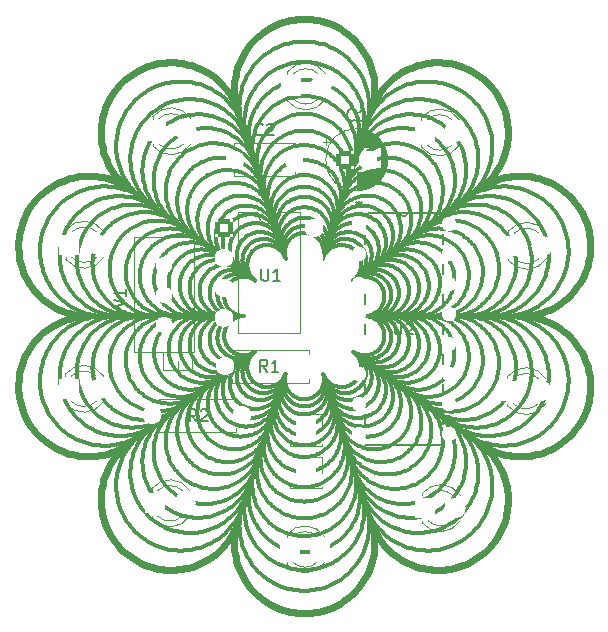
<source format=gbr>
%TF.GenerationSoftware,KiCad,Pcbnew,9.0.6*%
%TF.CreationDate,2026-01-03T20:51:41-08:00*%
%TF.ProjectId,Chaser,43686173-6572-42e6-9b69-6361645f7063,rev?*%
%TF.SameCoordinates,Original*%
%TF.FileFunction,Legend,Top*%
%TF.FilePolarity,Positive*%
%FSLAX46Y46*%
G04 Gerber Fmt 4.6, Leading zero omitted, Abs format (unit mm)*
G04 Created by KiCad (PCBNEW 9.0.6) date 2026-01-03 20:51:41*
%MOMM*%
%LPD*%
G01*
G04 APERTURE LIST*
G04 Aperture macros list*
%AMRoundRect*
0 Rectangle with rounded corners*
0 $1 Rounding radius*
0 $2 $3 $4 $5 $6 $7 $8 $9 X,Y pos of 4 corners*
0 Add a 4 corners polygon primitive as box body*
4,1,4,$2,$3,$4,$5,$6,$7,$8,$9,$2,$3,0*
0 Add four circle primitives for the rounded corners*
1,1,$1+$1,$2,$3*
1,1,$1+$1,$4,$5*
1,1,$1+$1,$6,$7*
1,1,$1+$1,$8,$9*
0 Add four rect primitives between the rounded corners*
20,1,$1+$1,$2,$3,$4,$5,0*
20,1,$1+$1,$4,$5,$6,$7,0*
20,1,$1+$1,$6,$7,$8,$9,0*
20,1,$1+$1,$8,$9,$2,$3,0*%
G04 Aperture macros list end*
%ADD10C,0.317127*%
%ADD11C,0.317241*%
%ADD12C,0.317225*%
%ADD13C,0.317619*%
%ADD14C,0.317674*%
%ADD15C,0.317623*%
%ADD16C,0.317510*%
%ADD17C,0.317492*%
%ADD18C,0.318008*%
%ADD19C,0.317406*%
%ADD20C,0.317860*%
%ADD21C,0.316833*%
%ADD22C,0.634999*%
%ADD23C,0.317320*%
%ADD24C,0.317383*%
%ADD25C,0.317218*%
%ADD26C,0.150000*%
%ADD27C,0.120000*%
%ADD28C,0.152400*%
%ADD29C,1.440000*%
%ADD30C,1.600000*%
%ADD31R,1.800000X1.800000*%
%ADD32C,1.800000*%
%ADD33R,1.700000X1.700000*%
%ADD34RoundRect,0.250000X-0.550000X-0.550000X0.550000X-0.550000X0.550000X0.550000X-0.550000X0.550000X0*%
%ADD35R,1.295400X1.295400*%
%ADD36C,1.295400*%
G04 APERTURE END LIST*
D10*
X214260222Y-36843565D02*
X214448394Y-36857893D01*
X214633843Y-36881488D01*
X214816336Y-36914115D01*
X214995639Y-36955542D01*
X215171518Y-37005534D01*
X215343739Y-37063858D01*
X215512069Y-37130280D01*
X215676274Y-37204567D01*
X215836121Y-37286484D01*
X215991375Y-37375798D01*
X216141802Y-37472276D01*
X216287171Y-37575683D01*
X216427245Y-37685786D01*
X216561793Y-37802352D01*
X216690579Y-37925146D01*
X216813371Y-38053935D01*
X216929934Y-38188485D01*
X217040036Y-38328563D01*
X217143442Y-38473935D01*
X217239918Y-38624366D01*
X217329231Y-38779625D01*
X217411148Y-38939476D01*
X217485433Y-39103686D01*
X217551855Y-39272022D01*
X217610178Y-39444249D01*
X217660170Y-39620135D01*
X217701597Y-39799445D01*
X217734224Y-39981945D01*
X217757819Y-40167403D01*
X217772147Y-40355583D01*
X217776975Y-40546254D01*
X217774285Y-40687449D01*
X217766230Y-40828275D01*
X217752835Y-40968582D01*
X217734125Y-41108224D01*
X217710124Y-41247053D01*
X217680856Y-41384922D01*
X217646346Y-41521683D01*
X217606618Y-41657189D01*
X217595518Y-41691874D01*
X217643283Y-41554157D01*
X217696367Y-41418572D01*
X217754691Y-41285270D01*
X217818176Y-41154403D01*
X217886743Y-41026124D01*
X217960313Y-40900585D01*
X218038807Y-40777938D01*
X218122147Y-40658335D01*
X218238121Y-40506923D01*
X218360318Y-40363109D01*
X218488412Y-40226944D01*
X218622075Y-40098482D01*
X218760983Y-39977772D01*
X218904807Y-39864868D01*
X219053222Y-39759820D01*
X219205902Y-39662680D01*
X219362519Y-39573500D01*
X219522748Y-39492332D01*
X219686261Y-39419227D01*
X219852734Y-39354237D01*
X220021838Y-39297413D01*
X220193248Y-39248808D01*
X220366637Y-39208473D01*
X220541678Y-39176460D01*
X220718046Y-39152820D01*
X220895414Y-39137605D01*
X221073455Y-39130867D01*
X221251843Y-39132657D01*
X221430252Y-39143027D01*
X221608354Y-39162029D01*
X221785824Y-39189715D01*
X221962336Y-39226136D01*
X222137562Y-39271343D01*
X222311176Y-39325389D01*
X222482852Y-39388325D01*
X222652263Y-39460203D01*
X222819083Y-39541074D01*
X222982985Y-39630991D01*
X223143644Y-39730005D01*
X223300732Y-39838167D01*
X223452144Y-39954140D01*
X223595958Y-40076337D01*
X223732122Y-40204431D01*
X223860584Y-40338094D01*
X223981294Y-40477001D01*
X224094198Y-40620825D01*
X224199246Y-40769240D01*
X224296386Y-40921920D01*
X224385566Y-41078537D01*
X224466735Y-41238766D01*
X224539840Y-41402279D01*
X224604830Y-41568751D01*
X224661653Y-41737856D01*
X224710259Y-41909266D01*
X224750594Y-42082655D01*
X224782608Y-42257696D01*
X224806248Y-42434064D01*
X224821463Y-42611432D01*
X224828202Y-42789474D01*
X224826412Y-42967862D01*
X224816042Y-43146270D01*
X224797040Y-43324373D01*
X224769355Y-43501843D01*
X224732935Y-43678355D01*
X224687728Y-43853581D01*
X224633682Y-44027195D01*
X224570746Y-44198871D01*
X224498869Y-44368283D01*
X224417998Y-44535103D01*
X224328082Y-44699006D01*
X224229068Y-44859665D01*
X224120907Y-45016753D01*
X224077477Y-45075321D01*
X224032933Y-45132985D01*
X223987290Y-45189729D01*
X223940563Y-45245539D01*
X223892767Y-45300399D01*
X223843917Y-45354295D01*
X223794027Y-45407211D01*
X223743114Y-45459133D01*
X223691191Y-45510046D01*
X223638274Y-45559935D01*
X223584378Y-45608785D01*
X223529518Y-45656581D01*
X223473708Y-45703307D01*
X223416964Y-45748950D01*
X223359300Y-45793494D01*
X223300732Y-45836924D01*
X223360142Y-45794654D01*
X223420331Y-45753588D01*
X223481280Y-45713735D01*
X223542969Y-45675103D01*
X223605381Y-45637704D01*
X223668497Y-45601545D01*
X223732297Y-45566637D01*
X223796765Y-45532989D01*
X223861880Y-45500610D01*
X223927626Y-45469510D01*
X223993982Y-45439699D01*
X224060930Y-45411185D01*
X224128452Y-45383978D01*
X224196529Y-45358087D01*
X224265143Y-45333523D01*
X224334275Y-45310294D01*
X224517092Y-45255971D01*
X224700479Y-45211452D01*
X224884140Y-45176588D01*
X225067781Y-45151228D01*
X225251107Y-45135222D01*
X225433824Y-45128420D01*
X225615637Y-45130673D01*
X225796253Y-45141829D01*
X225975375Y-45161740D01*
X226152711Y-45190255D01*
X226327965Y-45227223D01*
X226500843Y-45272495D01*
X226671050Y-45325921D01*
X226838292Y-45387351D01*
X227002274Y-45456634D01*
X227162702Y-45533621D01*
X227319281Y-45618161D01*
X227471717Y-45710104D01*
X227619715Y-45809301D01*
X227762981Y-45915601D01*
X227901220Y-46028855D01*
X228034138Y-46148911D01*
X228161440Y-46275621D01*
X228282832Y-46408833D01*
X228398019Y-46548399D01*
X228506707Y-46694167D01*
X228608601Y-46845988D01*
X228703406Y-47003712D01*
X228790829Y-47167189D01*
X228870574Y-47336268D01*
X228942347Y-47510799D01*
X229005854Y-47690633D01*
X229060186Y-47873459D01*
X229104713Y-48056853D01*
X229139585Y-48240522D01*
X229164952Y-48424169D01*
X229180964Y-48607502D01*
X229187772Y-48790225D01*
X229185525Y-48972044D01*
X229174373Y-49152665D01*
X229154467Y-49331792D01*
X229125956Y-49509132D01*
X229088990Y-49684390D01*
X229043721Y-49857272D01*
X228990297Y-50027482D01*
X228928869Y-50194727D01*
X228859586Y-50358712D01*
X228782600Y-50519142D01*
X228698059Y-50675724D01*
X228606115Y-50828162D01*
X228506917Y-50976162D01*
X228400614Y-51119429D01*
X228287359Y-51257670D01*
X228167299Y-51390589D01*
X228040586Y-51517892D01*
X227907369Y-51639284D01*
X227767799Y-51754472D01*
X227622025Y-51863160D01*
X227470198Y-51965054D01*
X227312468Y-52059860D01*
X227148984Y-52147283D01*
X226979898Y-52227028D01*
X226805358Y-52298802D01*
X226625515Y-52362308D01*
X226490423Y-52403378D01*
X226354015Y-52439238D01*
X226216441Y-52469864D01*
X226077852Y-52495229D01*
X225938399Y-52515307D01*
X225798232Y-52530073D01*
X225657503Y-52539501D01*
X225516363Y-52543565D01*
X225479893Y-52543766D01*
X225625651Y-52546633D01*
X225771011Y-52555214D01*
X225915808Y-52569484D01*
X226059874Y-52589416D01*
X226203044Y-52614982D01*
X226345152Y-52646156D01*
X226486031Y-52682910D01*
X226625515Y-52725219D01*
X226805358Y-52788726D01*
X226979898Y-52860500D01*
X227148984Y-52940246D01*
X227312468Y-53027669D01*
X227470198Y-53122475D01*
X227622025Y-53224369D01*
X227767799Y-53333057D01*
X227907369Y-53448245D01*
X228040586Y-53569638D01*
X228167299Y-53696941D01*
X228287359Y-53829860D01*
X228400614Y-53968100D01*
X228506917Y-54111368D01*
X228606115Y-54259368D01*
X228698059Y-54411806D01*
X228782600Y-54568387D01*
X228859586Y-54728818D01*
X228928869Y-54892803D01*
X228990297Y-55060048D01*
X229043721Y-55230258D01*
X229088990Y-55403139D01*
X229125956Y-55578398D01*
X229154467Y-55755738D01*
X229174373Y-55934865D01*
X229185525Y-56115486D01*
X229187772Y-56297305D01*
X229180964Y-56480028D01*
X229164952Y-56663361D01*
X229139585Y-56847009D01*
X229104713Y-57030678D01*
X229060186Y-57214072D01*
X229005854Y-57396899D01*
X228942347Y-57576732D01*
X228870574Y-57751263D01*
X228790829Y-57920342D01*
X228703406Y-58083818D01*
X228608601Y-58241542D01*
X228506707Y-58393363D01*
X228398019Y-58539131D01*
X228282832Y-58678696D01*
X228161440Y-58811908D01*
X228034138Y-58938618D01*
X227901220Y-59058674D01*
X227762981Y-59171927D01*
X227619715Y-59278227D01*
X227471717Y-59377424D01*
X227319281Y-59469368D01*
X227162702Y-59553908D01*
X227002274Y-59630895D01*
X226838292Y-59700178D01*
X226671050Y-59761608D01*
X226500843Y-59815034D01*
X226327965Y-59860306D01*
X226152711Y-59897274D01*
X225975375Y-59925789D01*
X225796253Y-59945700D01*
X225615637Y-59956857D01*
X225433824Y-59959109D01*
X225251107Y-59952308D01*
X225067781Y-59936303D01*
X224884140Y-59910943D01*
X224700479Y-59876079D01*
X224517092Y-59831560D01*
X224334275Y-59777238D01*
X224200811Y-59731022D01*
X224069351Y-59679829D01*
X223940033Y-59623726D01*
X223812993Y-59562780D01*
X223688369Y-59497059D01*
X223566298Y-59426629D01*
X223446917Y-59351558D01*
X223330363Y-59271912D01*
X223300732Y-59250603D01*
X223359300Y-59294034D01*
X223416964Y-59338578D01*
X223473708Y-59384221D01*
X223529518Y-59430947D01*
X223584378Y-59478744D01*
X223638274Y-59527594D01*
X223691191Y-59577483D01*
X223743114Y-59628396D01*
X223794027Y-59680319D01*
X223843917Y-59733236D01*
X223892767Y-59787132D01*
X223940563Y-59841993D01*
X223987290Y-59897802D01*
X224032933Y-59954547D01*
X224077477Y-60012210D01*
X224120907Y-60070779D01*
X224229068Y-60227867D01*
X224328082Y-60388525D01*
X224417998Y-60552428D01*
X224498869Y-60719248D01*
X224570746Y-60888659D01*
X224633682Y-61060335D01*
X224687728Y-61233949D01*
X224732935Y-61409175D01*
X224769355Y-61585687D01*
X224797040Y-61763157D01*
X224816042Y-61941260D01*
X224826412Y-62119668D01*
X224828202Y-62298057D01*
X224821463Y-62476098D01*
X224806248Y-62653466D01*
X224782608Y-62829834D01*
X224750594Y-63004876D01*
X224710259Y-63178265D01*
X224661653Y-63349675D01*
X224604830Y-63518780D01*
X224539840Y-63685252D01*
X224466735Y-63848766D01*
X224385566Y-64008995D01*
X224296386Y-64165612D01*
X224199246Y-64318292D01*
X224094198Y-64466707D01*
X223981294Y-64610532D01*
X223860584Y-64749439D01*
X223732122Y-64883103D01*
X223595958Y-65011197D01*
X223452144Y-65133394D01*
X223300732Y-65249367D01*
X223143644Y-65357529D01*
X222982985Y-65456542D01*
X222819083Y-65546459D01*
X222652263Y-65627330D01*
X222482852Y-65699208D01*
X222311176Y-65762144D01*
X222137562Y-65816189D01*
X221962336Y-65861397D01*
X221785824Y-65897817D01*
X221608354Y-65925503D01*
X221430252Y-65944505D01*
X221251843Y-65954875D01*
X221073455Y-65956665D01*
X220895414Y-65949927D01*
X220718046Y-65934712D01*
X220541678Y-65911072D01*
X220366637Y-65879058D01*
X220193248Y-65838723D01*
X220021838Y-65790118D01*
X219852734Y-65733295D01*
X219686261Y-65668305D01*
X219522748Y-65595199D01*
X219362519Y-65514031D01*
X219205902Y-65424851D01*
X219053222Y-65327711D01*
X218904807Y-65222662D01*
X218760983Y-65109758D01*
X218622075Y-64989048D01*
X218488412Y-64860585D01*
X218360318Y-64724420D01*
X218238121Y-64580605D01*
X218122147Y-64429192D01*
X218081178Y-64371646D01*
X218041338Y-64313368D01*
X218002635Y-64254377D01*
X217965077Y-64194688D01*
X217928675Y-64134320D01*
X217893437Y-64073288D01*
X217859371Y-64011611D01*
X217826487Y-63949304D01*
X217794793Y-63886385D01*
X217764299Y-63822871D01*
X217735013Y-63758779D01*
X217706944Y-63694126D01*
X217680101Y-63628929D01*
X217654493Y-63563204D01*
X217630128Y-63496970D01*
X217607017Y-63430242D01*
X217595518Y-63395663D01*
X217637829Y-63535148D01*
X217674585Y-63676034D01*
X217705760Y-63818152D01*
X217731326Y-63961332D01*
X217751258Y-64105404D01*
X217765527Y-64250200D01*
X217774109Y-64395548D01*
X217776975Y-64541280D01*
X217772147Y-64731950D01*
X217757819Y-64920130D01*
X217734224Y-65105587D01*
X217701597Y-65288087D01*
X217660170Y-65467397D01*
X217610178Y-65643282D01*
X217551855Y-65815509D01*
X217485433Y-65983844D01*
X217411148Y-66148054D01*
X217329231Y-66307905D01*
X217239918Y-66463163D01*
X217143442Y-66613594D01*
X217040036Y-66758966D01*
X216929934Y-66899043D01*
X216813371Y-67033594D01*
X216690579Y-67162382D01*
X216561793Y-67285176D01*
X216427245Y-67401742D01*
X216287171Y-67511845D01*
X216141802Y-67615252D01*
X215991375Y-67711730D01*
X215836121Y-67801044D01*
X215676274Y-67882961D01*
X215512069Y-67957247D01*
X215343739Y-68023669D01*
X215171518Y-68081993D01*
X214995639Y-68131985D01*
X214816336Y-68173412D01*
X214633843Y-68206040D01*
X214448394Y-68229634D01*
X214260222Y-68243963D01*
X214069561Y-68248791D01*
X213878900Y-68243963D01*
X213690728Y-68229634D01*
X213505278Y-68206040D01*
X213322785Y-68173412D01*
X213143483Y-68131985D01*
X212967604Y-68081993D01*
X212795382Y-68023669D01*
X212627052Y-67957247D01*
X212462847Y-67882961D01*
X212303000Y-67801044D01*
X212147746Y-67711730D01*
X211997318Y-67615252D01*
X211851950Y-67511845D01*
X211711875Y-67401742D01*
X211577327Y-67285176D01*
X211448541Y-67162382D01*
X211325749Y-67033594D01*
X211209185Y-66899043D01*
X211099083Y-66758966D01*
X210995677Y-66613594D01*
X210899201Y-66463163D01*
X210809887Y-66307905D01*
X210727971Y-66148054D01*
X210653685Y-65983844D01*
X210587263Y-65815509D01*
X210528939Y-65643282D01*
X210478947Y-65467397D01*
X210437521Y-65288087D01*
X210404893Y-65105587D01*
X210381298Y-64920130D01*
X210366970Y-64731950D01*
X210362142Y-64541280D01*
X210364833Y-64400084D01*
X210372888Y-64259259D01*
X210386283Y-64118951D01*
X210404994Y-63979308D01*
X210428996Y-63840479D01*
X210458263Y-63702609D01*
X210492773Y-63565846D01*
X210532499Y-63430338D01*
X210543604Y-63395663D01*
X210495838Y-63533376D01*
X210442754Y-63668959D01*
X210384429Y-63802259D01*
X210320943Y-63933125D01*
X210252376Y-64061403D01*
X210178805Y-64186942D01*
X210100310Y-64309589D01*
X210016970Y-64429192D01*
X209900996Y-64580605D01*
X209778800Y-64724420D01*
X209650707Y-64860585D01*
X209517043Y-64989048D01*
X209378136Y-65109758D01*
X209234312Y-65222662D01*
X209085897Y-65327711D01*
X208933218Y-65424851D01*
X208776600Y-65514031D01*
X208616372Y-65595199D01*
X208452858Y-65668305D01*
X208286386Y-65733295D01*
X208117281Y-65790118D01*
X207945872Y-65838723D01*
X207772482Y-65879058D01*
X207597441Y-65911072D01*
X207421073Y-65934712D01*
X207243705Y-65949927D01*
X207065663Y-65956665D01*
X206887275Y-65954875D01*
X206708867Y-65944505D01*
X206530764Y-65925503D01*
X206353294Y-65897817D01*
X206176782Y-65861397D01*
X206001556Y-65816189D01*
X205827942Y-65762144D01*
X205656266Y-65699208D01*
X205486855Y-65627330D01*
X205320035Y-65546459D01*
X205156132Y-65456542D01*
X204995474Y-65357529D01*
X204838386Y-65249367D01*
X204686974Y-65133394D01*
X204543160Y-65011197D01*
X204406996Y-64883103D01*
X204278533Y-64749439D01*
X204157824Y-64610532D01*
X204044919Y-64466707D01*
X203939871Y-64318292D01*
X203842731Y-64165612D01*
X203753551Y-64008995D01*
X203672383Y-63848766D01*
X203599278Y-63685252D01*
X203534288Y-63518780D01*
X203477464Y-63349675D01*
X203428859Y-63178265D01*
X203388524Y-63004876D01*
X203356511Y-62829834D01*
X203332871Y-62653466D01*
X203317655Y-62476098D01*
X203310917Y-62298057D01*
X203312707Y-62119668D01*
X203323078Y-61941260D01*
X203342080Y-61763157D01*
X203369765Y-61585687D01*
X203406186Y-61409175D01*
X203451393Y-61233949D01*
X203505439Y-61060335D01*
X203568375Y-60888659D01*
X203640253Y-60719248D01*
X203721125Y-60552428D01*
X203811041Y-60388525D01*
X203910055Y-60227867D01*
X204018217Y-60070779D01*
X204060275Y-60014040D01*
X204103378Y-59958150D01*
X204147513Y-59903120D01*
X204192666Y-59848964D01*
X204238825Y-59795696D01*
X204285976Y-59743329D01*
X204334104Y-59691877D01*
X204383198Y-59641354D01*
X204433242Y-59591772D01*
X204484224Y-59543146D01*
X204536130Y-59495489D01*
X204588947Y-59448814D01*
X204642661Y-59403135D01*
X204697259Y-59358466D01*
X204752727Y-59314820D01*
X204809052Y-59272210D01*
X204838386Y-59250603D01*
X204778975Y-59292873D01*
X204718787Y-59333940D01*
X204657839Y-59373793D01*
X204596150Y-59412425D01*
X204533738Y-59449825D01*
X204470623Y-59485984D01*
X204406822Y-59520892D01*
X204342355Y-59554541D01*
X204277240Y-59586920D01*
X204211495Y-59618020D01*
X204145139Y-59647832D01*
X204078192Y-59676347D01*
X204010670Y-59703554D01*
X203942593Y-59729444D01*
X203873980Y-59754009D01*
X203804849Y-59777238D01*
X203622032Y-59831560D01*
X203438645Y-59876079D01*
X203254984Y-59910943D01*
X203071344Y-59936303D01*
X202888017Y-59952308D01*
X202705300Y-59959109D01*
X202523487Y-59956857D01*
X202342871Y-59945700D01*
X202163749Y-59925789D01*
X201986413Y-59897274D01*
X201811159Y-59860306D01*
X201638282Y-59815034D01*
X201468074Y-59761608D01*
X201300833Y-59700178D01*
X201136850Y-59630895D01*
X200976422Y-59553908D01*
X200819843Y-59469368D01*
X200667407Y-59377424D01*
X200519409Y-59278227D01*
X200376143Y-59171927D01*
X200237904Y-59058674D01*
X200104986Y-58938618D01*
X199977684Y-58811908D01*
X199856292Y-58678696D01*
X199741105Y-58539131D01*
X199632417Y-58393363D01*
X199530524Y-58241542D01*
X199435718Y-58083818D01*
X199348296Y-57920342D01*
X199268550Y-57751263D01*
X199196777Y-57576732D01*
X199133270Y-57396899D01*
X199078938Y-57214072D01*
X199034410Y-57030678D01*
X198999538Y-56847009D01*
X198974171Y-56663361D01*
X198958158Y-56480028D01*
X198951350Y-56297305D01*
X198953597Y-56115486D01*
X198964749Y-55934865D01*
X198984655Y-55755738D01*
X199013166Y-55578398D01*
X199050131Y-55403139D01*
X199095401Y-55230258D01*
X199148825Y-55060048D01*
X199210253Y-54892803D01*
X199279535Y-54728818D01*
X199356521Y-54568387D01*
X199441062Y-54411806D01*
X199533006Y-54259368D01*
X199632204Y-54111368D01*
X199738506Y-53968100D01*
X199851762Y-53829860D01*
X199971822Y-53696941D01*
X200098535Y-53569638D01*
X200231752Y-53448245D01*
X200371322Y-53333057D01*
X200517095Y-53224369D01*
X200668922Y-53122475D01*
X200826653Y-53027669D01*
X200990136Y-52940246D01*
X201159222Y-52860500D01*
X201333762Y-52788726D01*
X201513605Y-52725219D01*
X201648696Y-52684150D01*
X201785105Y-52648290D01*
X201922679Y-52617666D01*
X202061269Y-52592302D01*
X202200722Y-52572224D01*
X202340889Y-52557458D01*
X202481618Y-52548029D01*
X202622757Y-52543963D01*
X202659227Y-52543766D01*
X202513467Y-52540900D01*
X202368106Y-52532318D01*
X202223309Y-52518049D01*
X202079242Y-52498117D01*
X201936072Y-52472551D01*
X201793965Y-52441376D01*
X201653087Y-52404620D01*
X201513605Y-52362308D01*
X201333762Y-52298802D01*
X201159222Y-52227028D01*
X200990136Y-52147283D01*
X200826653Y-52059860D01*
X200668922Y-51965054D01*
X200517095Y-51863160D01*
X200371322Y-51754472D01*
X200231752Y-51639284D01*
X200098535Y-51517892D01*
X199971822Y-51390589D01*
X199851762Y-51257670D01*
X199738506Y-51119429D01*
X199632204Y-50976162D01*
X199533006Y-50828162D01*
X199441062Y-50675724D01*
X199356521Y-50519142D01*
X199279535Y-50358712D01*
X199210253Y-50194727D01*
X199148825Y-50027482D01*
X199095401Y-49857272D01*
X199050131Y-49684390D01*
X199013166Y-49509132D01*
X198984655Y-49331792D01*
X198964749Y-49152665D01*
X198953597Y-48972044D01*
X198951350Y-48790225D01*
X198958158Y-48607502D01*
X198974171Y-48424169D01*
X198999538Y-48240522D01*
X199034410Y-48056853D01*
X199078938Y-47873459D01*
X199133270Y-47690633D01*
X199196777Y-47510799D01*
X199268550Y-47336268D01*
X199348296Y-47167189D01*
X199435718Y-47003712D01*
X199530524Y-46845988D01*
X199632417Y-46694167D01*
X199741105Y-46548399D01*
X199856292Y-46408833D01*
X199977684Y-46275621D01*
X200104986Y-46148911D01*
X200237904Y-46028855D01*
X200376143Y-45915601D01*
X200519409Y-45809301D01*
X200667407Y-45710104D01*
X200819843Y-45618161D01*
X200976422Y-45533621D01*
X201136850Y-45456634D01*
X201300833Y-45387351D01*
X201468074Y-45325921D01*
X201638282Y-45272495D01*
X201811159Y-45227223D01*
X201986413Y-45190255D01*
X202163749Y-45161740D01*
X202342871Y-45141829D01*
X202523487Y-45130673D01*
X202705300Y-45128420D01*
X202888017Y-45135222D01*
X203071344Y-45151228D01*
X203254984Y-45176588D01*
X203438645Y-45211452D01*
X203622032Y-45255971D01*
X203804849Y-45310294D01*
X203938312Y-45356510D01*
X204069770Y-45407703D01*
X204199087Y-45463806D01*
X204326126Y-45524751D01*
X204450749Y-45590472D01*
X204572819Y-45660901D01*
X204692200Y-45735971D01*
X204808755Y-45815615D01*
X204838386Y-45836924D01*
X204779818Y-45793494D01*
X204722155Y-45748950D01*
X204665411Y-45703307D01*
X204609601Y-45656581D01*
X204554741Y-45608785D01*
X204500845Y-45559935D01*
X204447928Y-45510046D01*
X204396006Y-45459133D01*
X204345093Y-45407211D01*
X204295204Y-45354295D01*
X204246354Y-45300399D01*
X204198559Y-45245539D01*
X204151832Y-45189729D01*
X204106190Y-45132985D01*
X204061647Y-45075321D01*
X204018217Y-45016753D01*
X203910055Y-44859665D01*
X203811041Y-44699006D01*
X203721125Y-44535103D01*
X203640253Y-44368283D01*
X203568375Y-44198871D01*
X203505439Y-44027195D01*
X203451393Y-43853581D01*
X203406186Y-43678355D01*
X203369765Y-43501843D01*
X203342080Y-43324373D01*
X203323078Y-43146270D01*
X203312707Y-42967862D01*
X203310917Y-42789474D01*
X203317655Y-42611432D01*
X203332871Y-42434064D01*
X203356511Y-42257696D01*
X203388524Y-42082655D01*
X203428859Y-41909266D01*
X203477464Y-41737856D01*
X203534288Y-41568751D01*
X203599278Y-41402279D01*
X203672383Y-41238766D01*
X203753551Y-41078537D01*
X203842731Y-40921920D01*
X203939871Y-40769240D01*
X204044919Y-40620825D01*
X204157824Y-40477001D01*
X204278533Y-40338094D01*
X204406996Y-40204431D01*
X204543160Y-40076337D01*
X204686974Y-39954140D01*
X204838386Y-39838167D01*
X204995474Y-39730005D01*
X205156132Y-39630991D01*
X205320035Y-39541074D01*
X205486855Y-39460203D01*
X205656266Y-39388325D01*
X205827942Y-39325389D01*
X206001556Y-39271343D01*
X206176782Y-39226136D01*
X206353294Y-39189715D01*
X206530764Y-39162029D01*
X206708867Y-39143027D01*
X206887275Y-39132657D01*
X207065663Y-39130867D01*
X207243705Y-39137605D01*
X207421073Y-39152820D01*
X207597441Y-39176460D01*
X207772482Y-39208473D01*
X207945872Y-39248808D01*
X208117281Y-39297413D01*
X208286386Y-39354237D01*
X208452858Y-39419227D01*
X208616372Y-39492332D01*
X208776600Y-39573500D01*
X208933218Y-39662680D01*
X209085897Y-39759820D01*
X209234312Y-39864868D01*
X209378136Y-39977772D01*
X209517043Y-40098482D01*
X209650707Y-40226944D01*
X209778800Y-40363109D01*
X209900996Y-40506923D01*
X210016970Y-40658335D01*
X210057940Y-40715882D01*
X210097781Y-40774160D01*
X210136484Y-40833151D01*
X210174042Y-40892840D01*
X210210444Y-40953209D01*
X210245683Y-41014241D01*
X210279749Y-41075919D01*
X210312633Y-41138225D01*
X210344326Y-41201144D01*
X210374821Y-41264658D01*
X210404107Y-41328750D01*
X210432176Y-41393403D01*
X210459019Y-41458600D01*
X210484628Y-41524324D01*
X210508993Y-41590558D01*
X210532105Y-41657285D01*
X210543604Y-41691874D01*
X210501293Y-41552386D01*
X210464536Y-41411497D01*
X210433360Y-41269378D01*
X210407793Y-41126198D01*
X210387861Y-40982126D01*
X210373591Y-40837332D01*
X210365009Y-40691985D01*
X210362142Y-40546254D01*
X210366970Y-40355583D01*
X210381298Y-40167403D01*
X210404893Y-39981945D01*
X210437521Y-39799445D01*
X210478947Y-39620135D01*
X210528939Y-39444249D01*
X210587263Y-39272022D01*
X210653685Y-39103686D01*
X210727971Y-38939476D01*
X210809887Y-38779625D01*
X210899201Y-38624366D01*
X210995677Y-38473935D01*
X211099083Y-38328563D01*
X211209185Y-38188485D01*
X211325749Y-38053935D01*
X211448541Y-37925146D01*
X211577327Y-37802352D01*
X211711875Y-37685786D01*
X211851950Y-37575683D01*
X211997318Y-37472276D01*
X212147746Y-37375798D01*
X212303000Y-37286484D01*
X212462847Y-37204567D01*
X212627052Y-37130280D01*
X212795382Y-37063858D01*
X212967604Y-37005534D01*
X213143483Y-36955542D01*
X213322785Y-36914115D01*
X213505278Y-36881488D01*
X213690728Y-36857893D01*
X213878900Y-36843565D01*
X214069561Y-36838737D01*
X214260222Y-36843565D01*
D11*
X214214502Y-40605802D02*
X214357582Y-40616697D01*
X214498592Y-40634637D01*
X214637353Y-40659446D01*
X214773689Y-40690946D01*
X214907422Y-40728958D01*
X215038373Y-40773306D01*
X215166366Y-40823811D01*
X215291222Y-40880296D01*
X215412764Y-40942583D01*
X215530814Y-41010494D01*
X215645195Y-41083853D01*
X215755728Y-41162480D01*
X215862236Y-41246199D01*
X215964541Y-41334831D01*
X216062466Y-41428200D01*
X216155833Y-41526127D01*
X216244464Y-41628434D01*
X216328181Y-41734945D01*
X216406807Y-41845481D01*
X216480165Y-41959864D01*
X216548075Y-42077917D01*
X216610362Y-42199463D01*
X216666846Y-42324323D01*
X216717351Y-42452320D01*
X216761698Y-42583276D01*
X216799710Y-42717014D01*
X216831210Y-42853355D01*
X216856018Y-42992122D01*
X216873959Y-43133138D01*
X216884854Y-43276225D01*
X216888525Y-43421204D01*
X216886479Y-43528566D01*
X216880354Y-43635645D01*
X216870170Y-43742331D01*
X216855943Y-43848510D01*
X216837694Y-43954071D01*
X216815441Y-44058902D01*
X216789202Y-44162891D01*
X216758996Y-44265925D01*
X216750555Y-44292297D01*
X216786874Y-44187582D01*
X216827238Y-44084489D01*
X216871586Y-43983131D01*
X216919859Y-43883626D01*
X216971995Y-43786087D01*
X217027935Y-43690632D01*
X217087620Y-43597374D01*
X217150988Y-43506431D01*
X217239170Y-43391302D01*
X217332084Y-43281950D01*
X217429482Y-43178415D01*
X217531115Y-43080736D01*
X217636736Y-42988952D01*
X217746095Y-42903103D01*
X217858945Y-42823228D01*
X217975038Y-42749366D01*
X218094124Y-42681557D01*
X218215957Y-42619839D01*
X218340288Y-42564252D01*
X218466868Y-42514836D01*
X218595449Y-42471629D01*
X218725784Y-42434672D01*
X218857624Y-42404002D01*
X218990720Y-42379660D01*
X219124825Y-42361685D01*
X219259690Y-42350116D01*
X219395067Y-42344993D01*
X219530708Y-42346354D01*
X219666364Y-42354240D01*
X219801788Y-42368688D01*
X219936731Y-42389739D01*
X220070945Y-42417432D01*
X220204181Y-42451807D01*
X220336192Y-42492902D01*
X220466729Y-42540756D01*
X220595544Y-42595410D01*
X220722389Y-42656902D01*
X220847016Y-42725271D01*
X220969176Y-42800558D01*
X221088621Y-42882801D01*
X221203749Y-42970984D01*
X221313100Y-43063898D01*
X221416634Y-43161296D01*
X221514313Y-43262930D01*
X221606096Y-43368550D01*
X221691945Y-43477910D01*
X221771820Y-43590760D01*
X221845682Y-43706853D01*
X221913491Y-43825939D01*
X221975209Y-43947772D01*
X222030795Y-44072103D01*
X222080212Y-44198683D01*
X222123419Y-44327264D01*
X222160376Y-44457599D01*
X222191046Y-44589439D01*
X222215388Y-44722535D01*
X222233364Y-44856640D01*
X222244933Y-44991504D01*
X222250057Y-45126881D01*
X222248696Y-45262522D01*
X222240811Y-45398178D01*
X222226363Y-45533602D01*
X222205312Y-45668545D01*
X222177620Y-45802758D01*
X222143246Y-45935995D01*
X222102152Y-46068006D01*
X222054298Y-46198543D01*
X221999644Y-46327358D01*
X221938153Y-46454203D01*
X221869784Y-46578829D01*
X221794498Y-46700989D01*
X221712255Y-46820434D01*
X221679231Y-46864967D01*
X221645360Y-46908812D01*
X221610654Y-46951958D01*
X221575124Y-46994394D01*
X221538782Y-47036108D01*
X221501637Y-47077089D01*
X221463703Y-47117325D01*
X221424991Y-47156805D01*
X221385511Y-47195517D01*
X221345275Y-47233451D01*
X221304294Y-47270595D01*
X221262581Y-47306937D01*
X221220145Y-47342467D01*
X221176999Y-47377172D01*
X221133154Y-47411041D01*
X221088621Y-47444064D01*
X221133794Y-47411924D01*
X221179560Y-47380698D01*
X221225902Y-47350396D01*
X221272809Y-47321022D01*
X221320264Y-47292585D01*
X221368255Y-47265091D01*
X221416766Y-47238549D01*
X221465785Y-47212964D01*
X221515296Y-47188344D01*
X221565286Y-47164697D01*
X221615740Y-47142029D01*
X221666645Y-47120348D01*
X221717986Y-47099661D01*
X221769750Y-47079975D01*
X221821921Y-47061297D01*
X221874486Y-47043635D01*
X222013495Y-47002329D01*
X222152936Y-46968478D01*
X222292585Y-46941968D01*
X222432220Y-46922685D01*
X222571615Y-46910514D01*
X222710547Y-46905342D01*
X222848792Y-46907055D01*
X222986126Y-46915538D01*
X223122325Y-46930677D01*
X223257166Y-46952359D01*
X223390423Y-46980468D01*
X223521874Y-47014891D01*
X223651294Y-47055515D01*
X223778459Y-47102224D01*
X223903146Y-47154904D01*
X224025130Y-47213442D01*
X224144188Y-47277724D01*
X224260095Y-47347634D01*
X224372629Y-47423060D01*
X224481564Y-47503888D01*
X224586677Y-47590002D01*
X224687743Y-47681289D01*
X224784540Y-47777634D01*
X224876843Y-47878925D01*
X224964427Y-47985046D01*
X225047070Y-48095883D01*
X225124548Y-48211323D01*
X225196635Y-48331251D01*
X225263109Y-48455553D01*
X225323745Y-48584116D01*
X225378320Y-48716824D01*
X225426609Y-48853564D01*
X225467922Y-48992579D01*
X225501779Y-49132026D01*
X225528294Y-49271681D01*
X225547583Y-49411321D01*
X225559758Y-49550722D01*
X225564934Y-49689659D01*
X225563226Y-49827908D01*
X225554746Y-49965246D01*
X225539610Y-50101449D01*
X225517931Y-50236293D01*
X225489824Y-50369554D01*
X225455402Y-50501007D01*
X225414780Y-50630430D01*
X225368072Y-50757598D01*
X225315392Y-50882287D01*
X225256854Y-51004273D01*
X225192572Y-51123333D01*
X225122660Y-51239242D01*
X225047232Y-51351776D01*
X224966403Y-51460712D01*
X224880287Y-51565826D01*
X224788997Y-51666893D01*
X224692648Y-51763691D01*
X224591354Y-51855994D01*
X224485229Y-51943579D01*
X224374387Y-52026222D01*
X224258943Y-52103699D01*
X224139009Y-52175787D01*
X224014701Y-52242260D01*
X223886133Y-52302896D01*
X223753418Y-52357471D01*
X223616671Y-52405759D01*
X223513952Y-52436989D01*
X223410232Y-52464257D01*
X223305626Y-52487543D01*
X223200247Y-52506828D01*
X223094212Y-52522094D01*
X222987635Y-52533322D01*
X222880631Y-52540491D01*
X222773315Y-52543583D01*
X222745583Y-52543734D01*
X222856414Y-52545913D01*
X222966941Y-52552438D01*
X223077040Y-52563288D01*
X223186583Y-52578443D01*
X223295443Y-52597883D01*
X223403496Y-52621586D01*
X223510614Y-52649533D01*
X223616671Y-52681704D01*
X223753418Y-52729993D01*
X223886133Y-52784568D01*
X224014701Y-52845204D01*
X224139009Y-52911678D01*
X224258943Y-52983766D01*
X224374387Y-53061243D01*
X224485229Y-53143886D01*
X224591354Y-53231471D01*
X224692648Y-53323775D01*
X224788997Y-53420572D01*
X224880287Y-53521639D01*
X224966403Y-53626753D01*
X225047232Y-53735689D01*
X225122660Y-53848224D01*
X225192572Y-53964132D01*
X225256854Y-54083192D01*
X225315392Y-54205178D01*
X225368072Y-54329867D01*
X225414780Y-54457035D01*
X225455402Y-54586457D01*
X225489824Y-54717911D01*
X225517931Y-54851171D01*
X225539610Y-54986015D01*
X225554746Y-55122218D01*
X225563226Y-55259556D01*
X225564934Y-55397805D01*
X225559758Y-55536742D01*
X225547583Y-55676142D01*
X225528294Y-55815782D01*
X225501779Y-55955437D01*
X225467922Y-56094885D01*
X225426609Y-56233900D01*
X225378320Y-56370640D01*
X225323745Y-56503348D01*
X225263109Y-56631910D01*
X225196635Y-56756212D01*
X225124548Y-56876140D01*
X225047070Y-56991580D01*
X224964427Y-57102418D01*
X224876843Y-57208539D01*
X224784540Y-57309830D01*
X224687743Y-57406176D01*
X224586677Y-57497463D01*
X224481564Y-57583577D01*
X224372629Y-57664404D01*
X224260095Y-57739831D01*
X224144188Y-57809742D01*
X224025130Y-57874023D01*
X223903146Y-57932562D01*
X223778459Y-57985242D01*
X223651294Y-58031952D01*
X223521874Y-58072575D01*
X223390423Y-58106999D01*
X223257166Y-58135108D01*
X223122325Y-58156790D01*
X222986126Y-58171929D01*
X222848792Y-58180412D01*
X222710547Y-58182125D01*
X222571615Y-58176953D01*
X222432220Y-58164783D01*
X222292585Y-58145500D01*
X222152936Y-58118990D01*
X222013495Y-58085139D01*
X221874486Y-58043833D01*
X221773005Y-58008693D01*
X221673048Y-57969768D01*
X221574720Y-57927109D01*
X221478124Y-57880767D01*
X221383365Y-57830794D01*
X221290547Y-57777241D01*
X221199773Y-57720159D01*
X221111147Y-57659600D01*
X221088621Y-57643400D01*
X221133154Y-57676423D01*
X221176999Y-57710293D01*
X221220145Y-57744998D01*
X221262581Y-57780528D01*
X221304294Y-57816870D01*
X221345275Y-57854014D01*
X221385511Y-57891948D01*
X221424991Y-57930660D01*
X221463703Y-57970140D01*
X221501637Y-58010376D01*
X221538782Y-58051356D01*
X221575124Y-58093070D01*
X221610654Y-58135505D01*
X221645360Y-58178651D01*
X221679231Y-58222496D01*
X221712255Y-58267029D01*
X221794498Y-58386475D01*
X221869784Y-58508635D01*
X221938153Y-58633262D01*
X221999644Y-58760107D01*
X222054298Y-58888922D01*
X222102152Y-59019460D01*
X222143246Y-59151471D01*
X222177620Y-59284707D01*
X222205312Y-59418921D01*
X222226363Y-59553864D01*
X222240811Y-59689288D01*
X222248696Y-59824945D01*
X222250057Y-59960585D01*
X222244933Y-60095963D01*
X222233364Y-60230828D01*
X222215388Y-60364932D01*
X222191046Y-60498029D01*
X222160376Y-60629868D01*
X222123419Y-60760203D01*
X222080212Y-60888785D01*
X222030795Y-61015365D01*
X221975209Y-61139695D01*
X221913491Y-61261528D01*
X221845682Y-61380615D01*
X221771820Y-61496708D01*
X221691945Y-61609558D01*
X221606096Y-61718917D01*
X221514313Y-61824538D01*
X221416634Y-61926171D01*
X221313100Y-62023570D01*
X221203749Y-62116484D01*
X221088621Y-62204667D01*
X220969176Y-62286910D01*
X220847016Y-62362196D01*
X220722389Y-62430566D01*
X220595544Y-62492058D01*
X220466729Y-62546711D01*
X220336192Y-62594566D01*
X220204181Y-62635661D01*
X220070945Y-62670035D01*
X219936731Y-62697728D01*
X219801788Y-62718779D01*
X219666364Y-62733227D01*
X219530708Y-62741112D01*
X219395067Y-62742473D01*
X219259690Y-62737350D01*
X219124825Y-62725780D01*
X218990720Y-62707805D01*
X218857624Y-62683463D01*
X218725784Y-62652793D01*
X218595449Y-62615836D01*
X218466868Y-62572629D01*
X218340288Y-62523212D01*
X218215957Y-62467626D01*
X218094124Y-62405908D01*
X217975038Y-62338098D01*
X217858945Y-62264236D01*
X217746095Y-62184360D01*
X217636736Y-62098511D01*
X217531115Y-62006728D01*
X217429482Y-61909048D01*
X217332084Y-61805513D01*
X217239170Y-61696162D01*
X217150988Y-61581033D01*
X217119837Y-61537276D01*
X217089543Y-61492964D01*
X217060115Y-61448109D01*
X217031558Y-61402724D01*
X217003879Y-61356822D01*
X216977085Y-61310416D01*
X216951182Y-61263518D01*
X216926178Y-61216143D01*
X216902079Y-61168302D01*
X216878892Y-61120008D01*
X216856623Y-61071275D01*
X216835280Y-61022116D01*
X216814868Y-60972542D01*
X216795395Y-60922568D01*
X216776868Y-60872207D01*
X216759293Y-60821470D01*
X216750555Y-60795167D01*
X216782727Y-60901228D01*
X216810674Y-61008355D01*
X216834378Y-61116417D01*
X216853817Y-61225287D01*
X216868971Y-61334836D01*
X216879821Y-61444934D01*
X216886345Y-61555453D01*
X216888525Y-61666264D01*
X216884854Y-61811243D01*
X216873959Y-61954329D01*
X216856018Y-62095345D01*
X216831210Y-62234112D01*
X216799710Y-62370453D01*
X216761698Y-62504191D01*
X216717351Y-62635146D01*
X216666846Y-62763143D01*
X216610362Y-62888003D01*
X216548075Y-63009548D01*
X216480165Y-63127601D01*
X216406807Y-63241985D01*
X216328181Y-63352520D01*
X216244464Y-63459031D01*
X216155833Y-63561338D01*
X216062466Y-63659265D01*
X215964541Y-63752633D01*
X215862236Y-63841265D01*
X215755728Y-63924984D01*
X215645195Y-64003611D01*
X215530814Y-64076970D01*
X215412764Y-64144881D01*
X215291222Y-64207168D01*
X215166366Y-64263653D01*
X215038373Y-64314158D01*
X214907422Y-64358505D01*
X214773689Y-64396518D01*
X214637353Y-64428017D01*
X214498592Y-64452826D01*
X214357582Y-64470767D01*
X214214502Y-64481661D01*
X214069529Y-64485332D01*
X213924556Y-64481661D01*
X213781475Y-64470767D01*
X213640465Y-64452826D01*
X213501703Y-64428017D01*
X213365367Y-64396518D01*
X213231634Y-64358505D01*
X213100682Y-64314158D01*
X212972689Y-64263653D01*
X212847833Y-64207168D01*
X212726291Y-64144881D01*
X212608240Y-64076970D01*
X212493860Y-64003611D01*
X212383326Y-63924984D01*
X212276818Y-63841265D01*
X212174513Y-63752633D01*
X212076588Y-63659265D01*
X211983221Y-63561338D01*
X211894590Y-63459031D01*
X211810872Y-63352520D01*
X211732246Y-63241985D01*
X211658889Y-63127601D01*
X211590978Y-63009548D01*
X211528691Y-62888003D01*
X211472207Y-62763143D01*
X211421702Y-62635146D01*
X211377355Y-62504191D01*
X211339343Y-62370453D01*
X211307844Y-62234112D01*
X211283035Y-62095345D01*
X211265094Y-61954329D01*
X211254200Y-61811243D01*
X211250529Y-61666264D01*
X211252574Y-61558902D01*
X211258699Y-61451822D01*
X211268884Y-61345135D01*
X211283111Y-61238955D01*
X211301360Y-61133392D01*
X211323615Y-61028560D01*
X211349855Y-60924570D01*
X211380062Y-60821534D01*
X211388499Y-60795167D01*
X211352181Y-60899881D01*
X211311818Y-61002975D01*
X211267471Y-61104333D01*
X211219199Y-61203839D01*
X211167063Y-61301378D01*
X211111122Y-61396834D01*
X211051438Y-61490090D01*
X210988070Y-61581033D01*
X210899887Y-61696162D01*
X210806972Y-61805513D01*
X210709573Y-61909048D01*
X210607940Y-62006728D01*
X210502319Y-62098511D01*
X210392959Y-62184360D01*
X210280109Y-62264236D01*
X210164016Y-62338098D01*
X210044929Y-62405908D01*
X209923097Y-62467626D01*
X209798766Y-62523212D01*
X209672186Y-62572629D01*
X209543604Y-62615836D01*
X209413270Y-62652793D01*
X209281430Y-62683463D01*
X209148334Y-62707805D01*
X209014230Y-62725780D01*
X208879365Y-62737350D01*
X208743988Y-62742473D01*
X208608348Y-62741112D01*
X208472691Y-62733227D01*
X208337268Y-62718779D01*
X208202325Y-62697728D01*
X208068112Y-62670035D01*
X207934876Y-62635661D01*
X207802865Y-62594566D01*
X207672328Y-62546711D01*
X207543513Y-62492058D01*
X207416668Y-62430566D01*
X207292042Y-62362196D01*
X207169882Y-62286910D01*
X207050437Y-62204667D01*
X206935308Y-62116484D01*
X206825956Y-62023570D01*
X206722421Y-61926171D01*
X206624742Y-61824538D01*
X206532959Y-61718917D01*
X206447110Y-61609558D01*
X206367234Y-61496708D01*
X206293372Y-61380615D01*
X206225563Y-61261528D01*
X206163845Y-61139695D01*
X206108259Y-61015365D01*
X206058842Y-60888785D01*
X206015636Y-60760203D01*
X205978678Y-60629868D01*
X205948009Y-60498029D01*
X205923667Y-60364932D01*
X205905692Y-60230828D01*
X205894123Y-60095963D01*
X205888999Y-59960585D01*
X205890361Y-59824945D01*
X205898246Y-59689288D01*
X205912694Y-59553864D01*
X205933746Y-59418921D01*
X205961439Y-59284707D01*
X205995813Y-59151471D01*
X206036908Y-59019460D01*
X206084762Y-58888922D01*
X206139416Y-58760107D01*
X206200908Y-58633262D01*
X206269278Y-58508635D01*
X206344564Y-58386475D01*
X206426807Y-58267029D01*
X206458786Y-58223888D01*
X206491560Y-58181391D01*
X206525119Y-58139548D01*
X206559452Y-58098370D01*
X206594550Y-58057867D01*
X206630401Y-58018050D01*
X206666997Y-57978928D01*
X206704325Y-57940512D01*
X206742377Y-57902813D01*
X206781142Y-57865839D01*
X206820610Y-57829603D01*
X206860770Y-57794113D01*
X206901613Y-57759381D01*
X206943127Y-57725416D01*
X206985303Y-57692228D01*
X207028130Y-57659829D01*
X207050437Y-57643400D01*
X207005263Y-57675540D01*
X206959498Y-57706766D01*
X206913155Y-57737069D01*
X206866248Y-57766443D01*
X206818793Y-57794881D01*
X206770802Y-57822374D01*
X206722290Y-57848917D01*
X206673271Y-57874502D01*
X206623759Y-57899121D01*
X206573769Y-57922769D01*
X206523314Y-57945436D01*
X206472409Y-57967117D01*
X206421067Y-57987805D01*
X206369304Y-58007491D01*
X206317132Y-58026170D01*
X206264567Y-58043833D01*
X206125558Y-58085139D01*
X205986117Y-58118990D01*
X205846468Y-58145500D01*
X205706833Y-58164783D01*
X205567438Y-58176953D01*
X205428506Y-58182125D01*
X205290261Y-58180412D01*
X205152927Y-58171929D01*
X205016728Y-58156790D01*
X204881887Y-58135108D01*
X204748630Y-58106999D01*
X204617179Y-58072575D01*
X204487759Y-58031952D01*
X204360594Y-57985242D01*
X204235907Y-57932562D01*
X204113923Y-57874023D01*
X203994865Y-57809742D01*
X203878957Y-57739831D01*
X203766424Y-57664404D01*
X203657489Y-57583577D01*
X203552376Y-57497463D01*
X203451310Y-57406176D01*
X203354513Y-57309830D01*
X203262211Y-57208539D01*
X203174626Y-57102418D01*
X203091983Y-56991580D01*
X203014506Y-56876140D01*
X202942419Y-56756212D01*
X202875946Y-56631910D01*
X202815310Y-56503348D01*
X202760735Y-56370640D01*
X202712447Y-56233900D01*
X202671134Y-56094885D01*
X202637277Y-55955437D01*
X202610761Y-55815782D01*
X202591473Y-55676142D01*
X202579298Y-55536742D01*
X202574121Y-55397805D01*
X202575830Y-55259556D01*
X202584309Y-55122218D01*
X202599445Y-54986015D01*
X202621124Y-54851171D01*
X202649231Y-54717911D01*
X202683653Y-54586457D01*
X202724275Y-54457035D01*
X202770983Y-54329867D01*
X202823663Y-54205178D01*
X202882201Y-54083192D01*
X202946483Y-53964132D01*
X203016395Y-53848224D01*
X203091822Y-53735689D01*
X203172650Y-53626753D01*
X203258767Y-53521639D01*
X203350056Y-53420572D01*
X203446405Y-53323775D01*
X203547698Y-53231471D01*
X203653823Y-53143886D01*
X203764665Y-53061243D01*
X203880109Y-52983766D01*
X204000042Y-52911678D01*
X204124349Y-52845204D01*
X204252917Y-52784568D01*
X204385631Y-52729993D01*
X204522378Y-52681704D01*
X204625098Y-52650475D01*
X204728819Y-52623209D01*
X204833427Y-52599923D01*
X204938806Y-52580637D01*
X205044842Y-52565371D01*
X205151420Y-52554144D01*
X205258425Y-52546976D01*
X205365743Y-52543885D01*
X205393475Y-52543734D01*
X205282644Y-52541554D01*
X205172116Y-52535029D01*
X205062017Y-52524178D01*
X204952473Y-52509022D01*
X204843611Y-52489582D01*
X204735557Y-52465878D01*
X204628437Y-52437930D01*
X204522378Y-52405759D01*
X204385631Y-52357471D01*
X204252917Y-52302896D01*
X204124349Y-52242260D01*
X204000042Y-52175787D01*
X203880109Y-52103699D01*
X203764665Y-52026222D01*
X203653823Y-51943579D01*
X203547698Y-51855994D01*
X203446405Y-51763691D01*
X203350056Y-51666893D01*
X203258767Y-51565826D01*
X203172650Y-51460712D01*
X203091822Y-51351776D01*
X203016395Y-51239242D01*
X202946483Y-51123333D01*
X202882201Y-51004273D01*
X202823663Y-50882287D01*
X202770983Y-50757598D01*
X202724275Y-50630430D01*
X202683653Y-50501007D01*
X202649231Y-50369554D01*
X202621124Y-50236293D01*
X202599445Y-50101449D01*
X202584309Y-49965246D01*
X202575830Y-49827908D01*
X202574121Y-49689659D01*
X202579298Y-49550722D01*
X202591473Y-49411321D01*
X202610761Y-49271681D01*
X202637277Y-49132026D01*
X202671134Y-48992579D01*
X202712447Y-48853564D01*
X202760735Y-48716824D01*
X202815310Y-48584116D01*
X202875946Y-48455553D01*
X202942419Y-48331251D01*
X203014506Y-48211323D01*
X203091983Y-48095883D01*
X203174626Y-47985046D01*
X203262211Y-47878925D01*
X203354513Y-47777634D01*
X203451310Y-47681289D01*
X203552376Y-47590002D01*
X203657489Y-47503888D01*
X203766424Y-47423060D01*
X203878957Y-47347634D01*
X203994865Y-47277724D01*
X204113923Y-47213442D01*
X204235907Y-47154904D01*
X204360594Y-47102224D01*
X204487759Y-47055515D01*
X204617179Y-47014891D01*
X204748630Y-46980468D01*
X204881887Y-46952359D01*
X205016728Y-46930677D01*
X205152927Y-46915538D01*
X205290261Y-46907055D01*
X205428506Y-46905342D01*
X205567438Y-46910514D01*
X205706833Y-46922685D01*
X205846468Y-46941968D01*
X205986117Y-46968478D01*
X206125558Y-47002329D01*
X206264567Y-47043635D01*
X206366048Y-47078773D01*
X206466006Y-47117697D01*
X206564334Y-47160356D01*
X206660931Y-47206697D01*
X206755690Y-47256670D01*
X206848509Y-47310223D01*
X206939282Y-47367304D01*
X207027906Y-47427863D01*
X207050437Y-47444064D01*
X207005904Y-47411041D01*
X206962059Y-47377172D01*
X206918912Y-47342467D01*
X206876477Y-47306937D01*
X206834763Y-47270595D01*
X206793782Y-47233451D01*
X206753546Y-47195517D01*
X206714066Y-47156805D01*
X206675353Y-47117325D01*
X206637420Y-47077089D01*
X206600276Y-47036108D01*
X206563934Y-46994394D01*
X206528404Y-46951958D01*
X206493699Y-46908812D01*
X206459830Y-46864967D01*
X206426807Y-46820434D01*
X206344564Y-46700989D01*
X206269278Y-46578829D01*
X206200908Y-46454203D01*
X206139416Y-46327358D01*
X206084762Y-46198543D01*
X206036908Y-46068006D01*
X205995813Y-45935995D01*
X205961439Y-45802758D01*
X205933746Y-45668545D01*
X205912694Y-45533602D01*
X205898246Y-45398178D01*
X205890361Y-45262522D01*
X205888999Y-45126881D01*
X205894123Y-44991504D01*
X205905692Y-44856640D01*
X205923667Y-44722535D01*
X205948009Y-44589439D01*
X205978678Y-44457599D01*
X206015636Y-44327264D01*
X206058842Y-44198683D01*
X206108259Y-44072103D01*
X206163845Y-43947772D01*
X206225563Y-43825939D01*
X206293372Y-43706853D01*
X206367234Y-43590760D01*
X206447110Y-43477910D01*
X206532959Y-43368550D01*
X206624742Y-43262930D01*
X206722421Y-43161296D01*
X206825956Y-43063898D01*
X206935308Y-42970984D01*
X207050437Y-42882801D01*
X207169882Y-42800558D01*
X207292042Y-42725271D01*
X207416668Y-42656902D01*
X207543513Y-42595410D01*
X207672328Y-42540756D01*
X207802865Y-42492902D01*
X207934876Y-42451807D01*
X208068112Y-42417432D01*
X208202325Y-42389739D01*
X208337268Y-42368688D01*
X208472691Y-42354240D01*
X208608348Y-42346354D01*
X208743988Y-42344993D01*
X208879365Y-42350116D01*
X209014230Y-42361685D01*
X209148334Y-42379660D01*
X209281430Y-42404002D01*
X209413270Y-42434672D01*
X209543604Y-42471629D01*
X209672186Y-42514836D01*
X209798766Y-42564252D01*
X209923097Y-42619839D01*
X210044929Y-42681557D01*
X210164016Y-42749366D01*
X210280109Y-42823228D01*
X210392959Y-42903103D01*
X210502319Y-42988952D01*
X210607940Y-43080736D01*
X210709573Y-43178415D01*
X210806972Y-43281950D01*
X210899887Y-43391302D01*
X210988070Y-43506431D01*
X211019222Y-43550188D01*
X211049516Y-43594501D01*
X211078945Y-43639356D01*
X211107502Y-43684742D01*
X211135181Y-43730644D01*
X211161975Y-43777051D01*
X211187877Y-43823949D01*
X211212881Y-43871325D01*
X211236980Y-43919166D01*
X211260166Y-43967460D01*
X211282434Y-44016194D01*
X211303777Y-44065354D01*
X211324188Y-44114928D01*
X211343659Y-44164902D01*
X211362186Y-44215265D01*
X211379760Y-44266003D01*
X211388499Y-44292297D01*
X211356328Y-44186235D01*
X211328381Y-44079109D01*
X211304677Y-43971046D01*
X211285238Y-43862177D01*
X211270083Y-43752629D01*
X211259233Y-43642531D01*
X211252708Y-43532014D01*
X211250529Y-43421204D01*
X211254200Y-43276225D01*
X211265094Y-43133138D01*
X211283035Y-42992122D01*
X211307844Y-42853355D01*
X211339343Y-42717014D01*
X211377355Y-42583276D01*
X211421702Y-42452320D01*
X211472207Y-42324323D01*
X211528691Y-42199463D01*
X211590978Y-42077917D01*
X211658889Y-41959864D01*
X211732246Y-41845481D01*
X211810872Y-41734945D01*
X211894590Y-41628434D01*
X211983221Y-41526127D01*
X212076588Y-41428200D01*
X212174513Y-41334831D01*
X212276818Y-41246199D01*
X212383326Y-41162480D01*
X212493860Y-41083853D01*
X212608240Y-41010494D01*
X212726291Y-40942583D01*
X212847833Y-40880296D01*
X212972689Y-40823811D01*
X213100682Y-40773306D01*
X213231634Y-40728958D01*
X213365367Y-40690946D01*
X213501703Y-40659446D01*
X213640465Y-40634637D01*
X213781475Y-40616697D01*
X213924556Y-40605802D01*
X214069529Y-40602131D01*
X214214502Y-40605802D01*
D12*
X214202535Y-41594714D02*
X214333764Y-41604706D01*
X214463093Y-41621161D01*
X214590361Y-41643914D01*
X214715405Y-41672805D01*
X214838060Y-41707669D01*
X214958164Y-41748343D01*
X215075555Y-41794665D01*
X215190069Y-41846471D01*
X215301544Y-41903598D01*
X215409815Y-41965885D01*
X215514721Y-42033167D01*
X215616098Y-42105281D01*
X215713784Y-42182066D01*
X215807615Y-42263356D01*
X215897428Y-42348991D01*
X215983061Y-42438806D01*
X216064351Y-42532640D01*
X216141133Y-42630328D01*
X216213247Y-42731707D01*
X216280527Y-42836616D01*
X216342813Y-42944891D01*
X216399940Y-43056368D01*
X216451745Y-43170886D01*
X216498066Y-43288280D01*
X216538740Y-43408389D01*
X216573603Y-43531048D01*
X216602493Y-43656096D01*
X216625247Y-43783369D01*
X216641701Y-43912704D01*
X216651694Y-44043938D01*
X216655061Y-44176908D01*
X216653185Y-44275376D01*
X216647568Y-44373586D01*
X216638227Y-44471434D01*
X216625180Y-44568819D01*
X216608443Y-44665637D01*
X216588033Y-44761785D01*
X216563967Y-44857160D01*
X216536262Y-44951659D01*
X216528521Y-44975848D01*
X216561831Y-44879805D01*
X216598850Y-44785250D01*
X216639524Y-44692287D01*
X216683798Y-44601023D01*
X216731616Y-44511564D01*
X216782923Y-44424016D01*
X216837664Y-44338484D01*
X216895785Y-44255076D01*
X216976663Y-44149483D01*
X217061881Y-44049190D01*
X217151211Y-43954231D01*
X217244426Y-43864643D01*
X217341298Y-43780462D01*
X217441599Y-43701724D01*
X217545101Y-43628465D01*
X217651577Y-43560721D01*
X217760800Y-43498528D01*
X217872540Y-43441923D01*
X217986572Y-43390941D01*
X218102667Y-43345617D01*
X218220598Y-43305990D01*
X218340137Y-43272093D01*
X218461055Y-43243964D01*
X218583127Y-43221638D01*
X218706123Y-43205152D01*
X218829817Y-43194541D01*
X218953980Y-43189842D01*
X219078385Y-43191090D01*
X219202805Y-43198322D01*
X219327011Y-43211574D01*
X219450776Y-43230881D01*
X219573872Y-43256280D01*
X219696072Y-43287807D01*
X219817148Y-43325498D01*
X219936873Y-43369388D01*
X220055018Y-43419515D01*
X220171356Y-43475913D01*
X220285659Y-43538619D01*
X220397700Y-43607670D01*
X220507252Y-43683100D01*
X220612843Y-43763978D01*
X220713136Y-43849196D01*
X220808094Y-43938527D01*
X220897682Y-44031742D01*
X220981862Y-44128613D01*
X221060600Y-44228914D01*
X221133858Y-44332416D01*
X221201602Y-44438892D01*
X221263794Y-44548115D01*
X221320399Y-44659856D01*
X221371381Y-44773887D01*
X221416704Y-44889983D01*
X221456332Y-45007913D01*
X221490228Y-45127452D01*
X221518357Y-45248370D01*
X221540683Y-45370442D01*
X221557169Y-45493438D01*
X221567780Y-45617131D01*
X221572479Y-45741294D01*
X221571231Y-45865699D01*
X221563998Y-45990119D01*
X221550747Y-46114325D01*
X221531439Y-46238089D01*
X221506040Y-46361186D01*
X221474513Y-46483385D01*
X221436822Y-46604461D01*
X221392932Y-46724185D01*
X221342805Y-46842330D01*
X221286406Y-46958668D01*
X221223700Y-47072971D01*
X221154649Y-47185012D01*
X221079218Y-47294562D01*
X221048931Y-47335407D01*
X221017868Y-47375621D01*
X220986038Y-47415194D01*
X220953451Y-47454114D01*
X220920120Y-47492373D01*
X220886053Y-47529959D01*
X220851261Y-47566862D01*
X220815755Y-47603072D01*
X220779546Y-47638578D01*
X220742643Y-47673370D01*
X220705057Y-47707437D01*
X220666799Y-47740769D01*
X220627879Y-47773356D01*
X220588307Y-47805186D01*
X220548095Y-47836251D01*
X220507252Y-47866538D01*
X220548682Y-47837060D01*
X220590656Y-47808421D01*
X220633160Y-47780628D01*
X220676180Y-47753687D01*
X220719704Y-47727605D01*
X220763720Y-47702389D01*
X220808213Y-47678044D01*
X220853171Y-47654579D01*
X220898581Y-47631998D01*
X220944431Y-47610310D01*
X220990706Y-47589520D01*
X221037394Y-47569634D01*
X221084483Y-47550661D01*
X221131958Y-47532605D01*
X221179808Y-47515474D01*
X221228019Y-47499274D01*
X221355513Y-47461390D01*
X221483403Y-47430344D01*
X221611485Y-47406030D01*
X221739553Y-47388344D01*
X221867401Y-47377182D01*
X221994825Y-47372439D01*
X222121619Y-47374010D01*
X222247577Y-47381790D01*
X222372494Y-47395676D01*
X222496165Y-47415561D01*
X222618384Y-47441342D01*
X222738946Y-47472915D01*
X222857646Y-47510173D01*
X222974277Y-47553013D01*
X223088636Y-47601330D01*
X223200516Y-47655019D01*
X223309711Y-47713976D01*
X223416018Y-47778096D01*
X223519229Y-47847274D01*
X223619141Y-47921406D01*
X223715546Y-48000387D01*
X223808241Y-48084113D01*
X223897020Y-48172478D01*
X223981676Y-48265378D01*
X224062006Y-48362708D01*
X224137803Y-48464364D01*
X224208862Y-48570242D01*
X224274978Y-48680235D01*
X224335945Y-48794241D01*
X224391558Y-48912153D01*
X224441611Y-49033868D01*
X224485900Y-49159281D01*
X224523790Y-49286781D01*
X224554843Y-49414678D01*
X224579162Y-49542766D01*
X224596853Y-49670839D01*
X224608020Y-49798693D01*
X224612768Y-49926121D01*
X224611201Y-50052919D01*
X224603424Y-50178881D01*
X224589541Y-50303802D01*
X224569659Y-50427477D01*
X224543880Y-50549699D01*
X224512310Y-50670264D01*
X224475053Y-50788966D01*
X224432214Y-50905600D01*
X224383898Y-51019960D01*
X224330209Y-51131842D01*
X224271252Y-51241039D01*
X224207132Y-51347347D01*
X224137953Y-51450560D01*
X224063820Y-51550472D01*
X223984837Y-51646879D01*
X223901110Y-51739574D01*
X223812742Y-51828354D01*
X223719839Y-51913011D01*
X223622506Y-51993341D01*
X223520846Y-52069138D01*
X223414964Y-52140197D01*
X223304966Y-52206313D01*
X223190956Y-52267280D01*
X223073038Y-52322893D01*
X222951317Y-52372947D01*
X222825898Y-52417235D01*
X222731687Y-52445876D01*
X222636557Y-52470884D01*
X222540614Y-52492241D01*
X222443963Y-52509930D01*
X222346709Y-52523933D01*
X222248959Y-52534231D01*
X222150816Y-52540807D01*
X222052387Y-52543642D01*
X222026954Y-52543775D01*
X222128606Y-52545774D01*
X222229979Y-52551760D01*
X222330958Y-52561712D01*
X222431428Y-52575613D01*
X222531273Y-52593444D01*
X222630376Y-52615185D01*
X222728623Y-52640818D01*
X222825898Y-52670324D01*
X222951317Y-52714613D01*
X223073038Y-52764666D01*
X223190956Y-52820279D01*
X223304966Y-52881247D01*
X223414964Y-52947363D01*
X223520846Y-53018422D01*
X223622506Y-53094219D01*
X223719839Y-53174549D01*
X223812742Y-53259207D01*
X223901110Y-53347986D01*
X223984837Y-53440681D01*
X224063820Y-53537088D01*
X224137953Y-53637001D01*
X224207132Y-53740214D01*
X224271252Y-53846522D01*
X224330209Y-53955719D01*
X224383898Y-54067601D01*
X224432214Y-54181961D01*
X224475053Y-54298596D01*
X224512310Y-54417298D01*
X224543880Y-54537863D01*
X224569659Y-54660085D01*
X224589541Y-54783759D01*
X224603424Y-54908680D01*
X224611201Y-55034642D01*
X224612768Y-55161440D01*
X224608020Y-55288868D01*
X224596853Y-55416721D01*
X224579162Y-55544795D01*
X224554843Y-55672882D01*
X224523790Y-55800778D01*
X224485900Y-55928278D01*
X224441611Y-56053691D01*
X224391558Y-56175406D01*
X224335945Y-56293319D01*
X224274978Y-56407324D01*
X224208862Y-56517318D01*
X224137803Y-56623195D01*
X224062006Y-56724851D01*
X223981676Y-56822182D01*
X223897020Y-56915082D01*
X223808241Y-57003447D01*
X223715546Y-57087172D01*
X223619141Y-57166153D01*
X223519229Y-57240285D01*
X223416018Y-57309463D01*
X223309711Y-57373583D01*
X223200516Y-57432540D01*
X223088636Y-57486229D01*
X222974277Y-57534546D01*
X222857646Y-57577386D01*
X222738946Y-57614645D01*
X222618384Y-57646217D01*
X222496165Y-57671998D01*
X222372494Y-57691884D01*
X222247577Y-57705769D01*
X222121619Y-57713550D01*
X221994825Y-57715121D01*
X221867401Y-57710377D01*
X221739553Y-57699215D01*
X221611485Y-57681530D01*
X221483403Y-57657216D01*
X221355513Y-57626169D01*
X221228019Y-57588285D01*
X221134942Y-57556055D01*
X221043265Y-57520355D01*
X220953081Y-57481230D01*
X220864487Y-57438728D01*
X220777577Y-57392896D01*
X220692447Y-57343780D01*
X220609192Y-57291427D01*
X220527906Y-57235885D01*
X220507252Y-57221021D01*
X220548095Y-57251309D01*
X220588307Y-57282373D01*
X220627879Y-57314204D01*
X220666799Y-57346791D01*
X220705057Y-57380123D01*
X220742643Y-57414191D01*
X220779546Y-57448983D01*
X220815755Y-57484489D01*
X220851261Y-57520699D01*
X220886053Y-57557602D01*
X220920120Y-57595188D01*
X220953451Y-57633447D01*
X220986038Y-57672368D01*
X221017868Y-57711940D01*
X221048931Y-57752153D01*
X221079218Y-57792997D01*
X221154649Y-57902547D01*
X221223700Y-58014588D01*
X221286406Y-58128891D01*
X221342805Y-58245228D01*
X221392932Y-58363373D01*
X221436822Y-58483097D01*
X221474513Y-58604172D01*
X221506040Y-58726372D01*
X221531439Y-58849468D01*
X221550747Y-58973233D01*
X221563998Y-59097439D01*
X221571231Y-59221858D01*
X221572479Y-59346263D01*
X221567780Y-59470426D01*
X221557169Y-59594119D01*
X221540683Y-59717116D01*
X221518357Y-59839187D01*
X221490228Y-59960106D01*
X221456332Y-60079644D01*
X221416704Y-60197575D01*
X221371381Y-60313670D01*
X221320399Y-60427701D01*
X221263794Y-60539442D01*
X221201602Y-60648664D01*
X221133858Y-60755140D01*
X221060600Y-60858643D01*
X220981862Y-60958943D01*
X220897682Y-61055815D01*
X220808094Y-61149029D01*
X220713136Y-61238359D01*
X220612843Y-61323577D01*
X220507252Y-61404455D01*
X220397700Y-61479885D01*
X220285659Y-61548936D01*
X220171356Y-61611642D01*
X220055018Y-61668041D01*
X219936873Y-61718167D01*
X219817148Y-61762058D01*
X219696072Y-61799749D01*
X219573872Y-61831276D01*
X219450776Y-61856675D01*
X219327011Y-61875983D01*
X219202805Y-61889235D01*
X219078385Y-61896467D01*
X218953980Y-61897716D01*
X218829817Y-61893017D01*
X218706123Y-61882407D01*
X218583127Y-61865921D01*
X218461055Y-61843595D01*
X218340137Y-61815466D01*
X218220598Y-61781570D01*
X218102667Y-61741943D01*
X217986572Y-61696620D01*
X217872540Y-61645637D01*
X217760800Y-61589032D01*
X217651577Y-61526839D01*
X217545101Y-61459096D01*
X217441599Y-61385837D01*
X217341298Y-61307099D01*
X217244426Y-61222918D01*
X217151211Y-61133330D01*
X217061881Y-61038371D01*
X216976663Y-60938077D01*
X216895785Y-60832484D01*
X216867213Y-60792352D01*
X216839429Y-60751711D01*
X216812438Y-60710571D01*
X216786246Y-60668946D01*
X216760859Y-60626846D01*
X216736284Y-60584283D01*
X216712527Y-60541270D01*
X216689594Y-60497818D01*
X216667491Y-60453940D01*
X216646225Y-60409646D01*
X216625801Y-60364949D01*
X216606226Y-60319861D01*
X216587506Y-60274393D01*
X216569647Y-60228558D01*
X216552655Y-60182366D01*
X216536536Y-60135831D01*
X216528521Y-60111716D01*
X216558027Y-60208991D01*
X216583659Y-60307243D01*
X216605398Y-60406354D01*
X216623227Y-60506205D01*
X216637126Y-60606678D01*
X216647077Y-60707655D01*
X216653062Y-60809018D01*
X216655061Y-60910647D01*
X216651694Y-61043618D01*
X216641701Y-61174852D01*
X216625247Y-61304188D01*
X216602493Y-61431461D01*
X216573603Y-61556509D01*
X216538740Y-61679168D01*
X216498066Y-61799277D01*
X216451745Y-61916672D01*
X216399940Y-62031189D01*
X216342813Y-62142667D01*
X216280527Y-62250941D01*
X216213247Y-62355850D01*
X216141133Y-62457229D01*
X216064351Y-62554917D01*
X215983061Y-62648750D01*
X215897428Y-62738565D01*
X215807615Y-62824200D01*
X215713784Y-62905490D01*
X215616098Y-62982274D01*
X215514721Y-63054388D01*
X215409815Y-63121670D01*
X215301544Y-63183956D01*
X215190069Y-63241083D01*
X215075555Y-63292889D01*
X214958164Y-63339211D01*
X214838060Y-63379885D01*
X214715405Y-63414748D01*
X214590361Y-63443638D01*
X214463093Y-63466392D01*
X214333764Y-63482847D01*
X214202535Y-63492839D01*
X214069570Y-63496206D01*
X213936607Y-63492839D01*
X213805379Y-63482847D01*
X213676050Y-63466392D01*
X213548783Y-63443638D01*
X213423741Y-63414748D01*
X213301086Y-63379885D01*
X213180982Y-63339211D01*
X213063591Y-63292889D01*
X212949078Y-63241083D01*
X212837604Y-63183956D01*
X212729332Y-63121670D01*
X212624427Y-63054388D01*
X212523049Y-62982274D01*
X212425364Y-62905490D01*
X212331533Y-62824200D01*
X212241719Y-62738565D01*
X212156086Y-62648750D01*
X212074797Y-62554917D01*
X211998014Y-62457229D01*
X211925900Y-62355850D01*
X211858619Y-62250941D01*
X211796334Y-62142667D01*
X211739207Y-62031189D01*
X211687401Y-61916672D01*
X211641080Y-61799277D01*
X211600406Y-61679168D01*
X211565542Y-61556509D01*
X211536652Y-61431461D01*
X211513898Y-61304188D01*
X211497444Y-61174852D01*
X211487451Y-61043618D01*
X211484084Y-60910647D01*
X211485960Y-60812180D01*
X211491578Y-60713972D01*
X211500919Y-60616124D01*
X211513968Y-60518740D01*
X211530706Y-60421922D01*
X211551118Y-60325775D01*
X211575186Y-60230400D01*
X211602892Y-60135900D01*
X211610628Y-60111716D01*
X211577317Y-60207755D01*
X211540297Y-60302309D01*
X211499622Y-60395270D01*
X211455349Y-60486533D01*
X211407531Y-60575992D01*
X211356226Y-60663541D01*
X211301487Y-60749074D01*
X211243369Y-60832484D01*
X211162491Y-60938077D01*
X211077273Y-61038371D01*
X210987942Y-61133330D01*
X210894728Y-61222918D01*
X210797856Y-61307099D01*
X210697555Y-61385837D01*
X210594053Y-61459096D01*
X210487576Y-61526839D01*
X210378354Y-61589032D01*
X210266613Y-61645637D01*
X210152581Y-61696620D01*
X210036485Y-61741943D01*
X209918555Y-61781570D01*
X209799016Y-61815466D01*
X209678097Y-61843595D01*
X209556025Y-61865921D01*
X209433029Y-61882407D01*
X209309335Y-61893017D01*
X209185172Y-61897716D01*
X209060767Y-61896467D01*
X208936347Y-61889235D01*
X208812141Y-61875983D01*
X208688376Y-61856675D01*
X208565280Y-61831276D01*
X208443080Y-61799749D01*
X208322004Y-61762058D01*
X208202280Y-61718167D01*
X208084135Y-61668041D01*
X207967797Y-61611642D01*
X207853494Y-61548936D01*
X207741453Y-61479885D01*
X207631902Y-61404455D01*
X207526310Y-61323577D01*
X207426017Y-61238359D01*
X207331058Y-61149029D01*
X207241471Y-61055815D01*
X207157290Y-60958943D01*
X207078553Y-60858643D01*
X207005294Y-60755140D01*
X206937550Y-60648664D01*
X206875358Y-60539442D01*
X206818752Y-60427701D01*
X206767770Y-60313670D01*
X206722447Y-60197575D01*
X206682820Y-60079644D01*
X206648923Y-59960106D01*
X206620794Y-59839187D01*
X206598469Y-59717116D01*
X206581983Y-59594119D01*
X206571372Y-59470426D01*
X206566673Y-59346263D01*
X206567921Y-59221858D01*
X206575153Y-59097439D01*
X206588405Y-58973233D01*
X206607712Y-58849468D01*
X206633111Y-58726372D01*
X206664638Y-58604172D01*
X206702329Y-58483097D01*
X206746219Y-58363373D01*
X206796346Y-58245228D01*
X206852744Y-58128891D01*
X206915450Y-58014588D01*
X206984501Y-57902547D01*
X207059931Y-57792997D01*
X207089262Y-57753429D01*
X207119321Y-57714451D01*
X207150100Y-57676074D01*
X207181590Y-57638307D01*
X207213780Y-57601159D01*
X207246662Y-57564639D01*
X207280226Y-57528758D01*
X207314463Y-57493524D01*
X207349363Y-57458947D01*
X207384917Y-57425036D01*
X207421116Y-57391801D01*
X207457949Y-57359251D01*
X207495409Y-57327395D01*
X207533485Y-57296244D01*
X207572169Y-57265806D01*
X207611449Y-57236091D01*
X207631902Y-57221021D01*
X207590470Y-57250500D01*
X207548495Y-57279139D01*
X207505991Y-57306932D01*
X207462970Y-57333873D01*
X207419445Y-57359955D01*
X207375430Y-57385172D01*
X207330937Y-57409517D01*
X207285979Y-57432982D01*
X207240569Y-57455563D01*
X207194720Y-57477252D01*
X207148445Y-57498042D01*
X207101756Y-57517927D01*
X207054668Y-57536900D01*
X207007192Y-57554956D01*
X206959342Y-57572086D01*
X206911130Y-57588285D01*
X206783637Y-57626169D01*
X206655746Y-57657216D01*
X206527664Y-57681530D01*
X206399596Y-57699215D01*
X206271748Y-57710377D01*
X206144324Y-57715121D01*
X206017530Y-57713550D01*
X205891572Y-57705769D01*
X205766655Y-57691884D01*
X205642984Y-57671998D01*
X205520765Y-57646217D01*
X205400202Y-57614645D01*
X205281503Y-57577386D01*
X205164871Y-57534546D01*
X205050512Y-57486229D01*
X204938632Y-57432540D01*
X204829436Y-57373583D01*
X204723130Y-57309463D01*
X204619918Y-57240285D01*
X204520007Y-57166153D01*
X204423601Y-57087172D01*
X204330906Y-57003447D01*
X204242127Y-56915082D01*
X204157470Y-56822182D01*
X204077140Y-56724851D01*
X204001343Y-56623195D01*
X203930284Y-56517318D01*
X203864168Y-56407324D01*
X203803201Y-56293319D01*
X203747587Y-56175406D01*
X203697534Y-56053691D01*
X203653245Y-55928278D01*
X203615355Y-55800778D01*
X203584302Y-55672882D01*
X203559983Y-55544795D01*
X203542293Y-55416721D01*
X203531126Y-55288868D01*
X203526379Y-55161440D01*
X203527946Y-55034642D01*
X203535723Y-54908680D01*
X203549605Y-54783759D01*
X203569488Y-54660085D01*
X203595268Y-54537863D01*
X203626838Y-54417298D01*
X203664095Y-54298596D01*
X203706934Y-54181961D01*
X203755250Y-54067601D01*
X203808940Y-53955719D01*
X203867897Y-53846522D01*
X203932017Y-53740214D01*
X204001197Y-53637001D01*
X204075330Y-53537088D01*
X204154313Y-53440681D01*
X204238041Y-53347986D01*
X204326408Y-53259207D01*
X204419312Y-53174549D01*
X204516646Y-53094219D01*
X204618306Y-53018422D01*
X204724188Y-52947363D01*
X204834186Y-52881247D01*
X204948197Y-52820279D01*
X205066115Y-52764666D01*
X205187837Y-52714613D01*
X205313256Y-52670324D01*
X205407467Y-52641682D01*
X205502596Y-52616673D01*
X205598538Y-52595316D01*
X205695188Y-52577628D01*
X205792440Y-52563627D01*
X205890190Y-52553330D01*
X205988330Y-52546756D01*
X206086758Y-52543922D01*
X206112196Y-52543775D01*
X206010545Y-52541776D01*
X205909172Y-52535792D01*
X205808193Y-52525841D01*
X205707724Y-52511942D01*
X205607879Y-52494113D01*
X205508776Y-52472373D01*
X205410529Y-52446741D01*
X205313256Y-52417235D01*
X205187837Y-52372947D01*
X205066115Y-52322893D01*
X204948197Y-52267280D01*
X204834186Y-52206313D01*
X204724188Y-52140197D01*
X204618306Y-52069138D01*
X204516646Y-51993341D01*
X204419312Y-51913011D01*
X204326408Y-51828354D01*
X204238041Y-51739574D01*
X204154313Y-51646879D01*
X204075330Y-51550472D01*
X204001197Y-51450560D01*
X203932017Y-51347347D01*
X203867897Y-51241039D01*
X203808940Y-51131842D01*
X203755250Y-51019960D01*
X203706934Y-50905600D01*
X203664095Y-50788966D01*
X203626838Y-50670264D01*
X203595268Y-50549699D01*
X203569488Y-50427477D01*
X203549605Y-50303802D01*
X203535723Y-50178881D01*
X203527946Y-50052919D01*
X203526379Y-49926121D01*
X203531126Y-49798693D01*
X203542293Y-49670839D01*
X203559983Y-49542766D01*
X203584302Y-49414678D01*
X203615355Y-49286781D01*
X203653245Y-49159281D01*
X203697534Y-49033868D01*
X203747587Y-48912153D01*
X203803201Y-48794241D01*
X203864168Y-48680235D01*
X203930284Y-48570242D01*
X204001343Y-48464364D01*
X204077140Y-48362708D01*
X204157470Y-48265378D01*
X204242127Y-48172478D01*
X204330906Y-48084113D01*
X204423601Y-48000387D01*
X204520007Y-47921406D01*
X204619918Y-47847274D01*
X204723130Y-47778096D01*
X204829436Y-47713976D01*
X204938632Y-47655019D01*
X205050512Y-47601330D01*
X205164871Y-47553013D01*
X205281503Y-47510173D01*
X205400202Y-47472915D01*
X205520765Y-47441342D01*
X205642984Y-47415561D01*
X205766655Y-47395676D01*
X205891572Y-47381790D01*
X206017530Y-47374010D01*
X206144324Y-47372439D01*
X206271748Y-47377182D01*
X206399596Y-47388344D01*
X206527664Y-47406030D01*
X206655746Y-47430344D01*
X206783637Y-47461390D01*
X206911130Y-47499274D01*
X207004205Y-47531504D01*
X207095881Y-47567205D01*
X207186065Y-47606330D01*
X207274660Y-47648833D01*
X207361571Y-47694666D01*
X207446701Y-47743783D01*
X207529956Y-47796136D01*
X207611239Y-47851679D01*
X207631902Y-47866538D01*
X207591058Y-47836251D01*
X207550844Y-47805186D01*
X207511271Y-47773356D01*
X207472350Y-47740769D01*
X207434092Y-47707437D01*
X207396506Y-47673370D01*
X207359603Y-47638578D01*
X207323393Y-47603072D01*
X207287887Y-47566862D01*
X207253096Y-47529959D01*
X207219029Y-47492373D01*
X207185697Y-47454114D01*
X207153111Y-47415194D01*
X207121281Y-47375621D01*
X207090218Y-47335407D01*
X207059931Y-47294562D01*
X206984501Y-47185012D01*
X206915450Y-47072971D01*
X206852744Y-46958668D01*
X206796346Y-46842330D01*
X206746219Y-46724185D01*
X206702329Y-46604461D01*
X206664638Y-46483385D01*
X206633111Y-46361186D01*
X206607712Y-46238089D01*
X206588405Y-46114325D01*
X206575153Y-45990119D01*
X206567921Y-45865699D01*
X206566673Y-45741294D01*
X206571372Y-45617131D01*
X206581983Y-45493438D01*
X206598469Y-45370442D01*
X206620794Y-45248370D01*
X206648923Y-45127452D01*
X206682820Y-45007913D01*
X206722447Y-44889983D01*
X206767770Y-44773887D01*
X206818752Y-44659856D01*
X206875358Y-44548115D01*
X206937550Y-44438892D01*
X207005294Y-44332416D01*
X207078553Y-44228914D01*
X207157290Y-44128613D01*
X207241471Y-44031742D01*
X207331058Y-43938527D01*
X207426017Y-43849196D01*
X207526310Y-43763978D01*
X207631902Y-43683100D01*
X207741453Y-43607670D01*
X207853494Y-43538619D01*
X207967797Y-43475913D01*
X208084135Y-43419515D01*
X208202280Y-43369388D01*
X208322004Y-43325498D01*
X208443080Y-43287807D01*
X208565280Y-43256280D01*
X208688376Y-43230881D01*
X208812141Y-43211574D01*
X208936347Y-43198322D01*
X209060767Y-43191090D01*
X209185172Y-43189842D01*
X209309335Y-43194541D01*
X209433029Y-43205152D01*
X209556025Y-43221638D01*
X209678097Y-43243964D01*
X209799016Y-43272093D01*
X209918555Y-43305990D01*
X210036485Y-43345617D01*
X210152581Y-43390941D01*
X210266613Y-43441923D01*
X210378354Y-43498528D01*
X210487576Y-43560721D01*
X210594053Y-43628465D01*
X210697555Y-43701724D01*
X210797856Y-43780462D01*
X210894728Y-43864643D01*
X210987942Y-43954231D01*
X211077273Y-44049190D01*
X211162491Y-44149483D01*
X211243369Y-44255076D01*
X211271940Y-44295208D01*
X211299725Y-44335850D01*
X211326715Y-44376990D01*
X211352907Y-44418616D01*
X211378293Y-44460716D01*
X211402867Y-44503278D01*
X211426623Y-44546291D01*
X211449555Y-44589742D01*
X211471657Y-44633620D01*
X211492923Y-44677914D01*
X211513346Y-44722610D01*
X211532920Y-44767697D01*
X211551640Y-44813164D01*
X211569499Y-44858999D01*
X211586490Y-44905189D01*
X211602608Y-44951723D01*
X211610628Y-44975848D01*
X211581121Y-44878570D01*
X211555488Y-44780316D01*
X211533748Y-44681204D01*
X211515918Y-44581353D01*
X211502019Y-44480879D01*
X211492068Y-44379901D01*
X211486083Y-44278539D01*
X211484084Y-44176908D01*
X211487451Y-44043938D01*
X211497444Y-43912704D01*
X211513898Y-43783369D01*
X211536652Y-43656096D01*
X211565542Y-43531048D01*
X211600406Y-43408389D01*
X211641080Y-43288280D01*
X211687401Y-43170886D01*
X211739207Y-43056368D01*
X211796334Y-42944891D01*
X211858619Y-42836616D01*
X211925900Y-42731707D01*
X211998014Y-42630328D01*
X212074797Y-42532640D01*
X212156086Y-42438806D01*
X212241719Y-42348991D01*
X212331533Y-42263356D01*
X212425364Y-42182066D01*
X212523049Y-42105281D01*
X212624427Y-42033167D01*
X212729332Y-41965885D01*
X212837604Y-41903598D01*
X212949078Y-41846471D01*
X213063591Y-41794665D01*
X213180982Y-41748343D01*
X213301086Y-41707669D01*
X213423741Y-41672805D01*
X213548783Y-41643914D01*
X213676050Y-41621161D01*
X213805379Y-41604706D01*
X213936607Y-41594714D01*
X214069570Y-41591347D01*
X214202535Y-41594714D01*
D13*
X214155020Y-45506179D02*
X214239368Y-45512602D01*
X214322496Y-45523178D01*
X214404299Y-45537804D01*
X214484671Y-45556373D01*
X214563509Y-45578782D01*
X214640707Y-45604926D01*
X214716160Y-45634699D01*
X214789765Y-45667998D01*
X214861416Y-45704717D01*
X214931008Y-45744752D01*
X214998437Y-45787998D01*
X215063598Y-45834350D01*
X215126386Y-45883704D01*
X215186697Y-45935954D01*
X215244425Y-45990996D01*
X215299466Y-46048726D01*
X215351716Y-46109038D01*
X215401068Y-46171827D01*
X215447420Y-46236990D01*
X215490665Y-46304421D01*
X215530699Y-46374015D01*
X215567418Y-46445668D01*
X215600716Y-46519275D01*
X215630489Y-46594731D01*
X215656633Y-46671932D01*
X215679041Y-46750772D01*
X215697611Y-46831147D01*
X215712236Y-46912953D01*
X215722812Y-46996084D01*
X215729235Y-47080436D01*
X215731399Y-47165903D01*
X215730193Y-47229194D01*
X215726583Y-47292319D01*
X215720579Y-47355211D01*
X215712192Y-47417805D01*
X215701434Y-47480035D01*
X215688314Y-47541834D01*
X215672844Y-47603137D01*
X215655035Y-47663877D01*
X215650059Y-47679423D01*
X215671471Y-47617692D01*
X215695267Y-47556916D01*
X215721411Y-47497164D01*
X215749869Y-47438503D01*
X215780604Y-47381003D01*
X215813582Y-47324732D01*
X215848767Y-47269757D01*
X215886123Y-47216148D01*
X215938108Y-47148277D01*
X215992882Y-47083812D01*
X216050300Y-47022777D01*
X216110214Y-46965193D01*
X216172479Y-46911085D01*
X216236948Y-46860476D01*
X216303474Y-46813388D01*
X216371912Y-46769845D01*
X216442116Y-46729870D01*
X216513938Y-46693487D01*
X216587232Y-46660717D01*
X216661853Y-46631586D01*
X216737654Y-46606114D01*
X216814488Y-46584327D01*
X216892209Y-46566247D01*
X216970671Y-46551897D01*
X217049728Y-46541300D01*
X217129233Y-46534480D01*
X217209040Y-46531460D01*
X217289002Y-46532262D01*
X217368973Y-46536910D01*
X217448807Y-46545428D01*
X217528358Y-46557838D01*
X217607479Y-46574163D01*
X217686024Y-46594427D01*
X217763846Y-46618653D01*
X217840800Y-46646864D01*
X217916739Y-46679083D01*
X217991516Y-46715333D01*
X218064985Y-46755638D01*
X218137000Y-46800021D01*
X218207415Y-46848504D01*
X218275285Y-46900489D01*
X218339749Y-46955263D01*
X218400785Y-47012681D01*
X218458368Y-47072595D01*
X218512475Y-47134860D01*
X218563085Y-47199328D01*
X218610172Y-47265855D01*
X218653715Y-47334293D01*
X218693689Y-47404497D01*
X218730073Y-47476319D01*
X218762842Y-47549613D01*
X218791973Y-47624234D01*
X218817444Y-47700035D01*
X218839231Y-47776869D01*
X218857311Y-47854590D01*
X218871661Y-47933052D01*
X218882257Y-48012109D01*
X218889077Y-48091614D01*
X218892098Y-48171421D01*
X218891295Y-48251383D01*
X218886646Y-48331354D01*
X218878129Y-48411188D01*
X218865719Y-48490739D01*
X218849393Y-48569860D01*
X218829129Y-48648405D01*
X218804902Y-48726227D01*
X218776691Y-48803181D01*
X218744472Y-48879120D01*
X218708221Y-48953897D01*
X218667916Y-49027366D01*
X218623533Y-49099381D01*
X218575050Y-49169796D01*
X218555584Y-49196049D01*
X218535618Y-49221897D01*
X218515160Y-49247333D01*
X218494215Y-49272350D01*
X218472792Y-49296941D01*
X218450895Y-49321100D01*
X218428533Y-49344819D01*
X218405712Y-49368093D01*
X218382438Y-49390915D01*
X218358718Y-49413278D01*
X218334560Y-49435174D01*
X218309969Y-49456598D01*
X218284952Y-49477543D01*
X218259516Y-49498002D01*
X218233668Y-49517968D01*
X218207415Y-49537435D01*
X218234046Y-49518488D01*
X218261026Y-49500081D01*
X218288346Y-49482217D01*
X218315998Y-49464901D01*
X218343974Y-49448137D01*
X218372265Y-49431929D01*
X218400864Y-49416281D01*
X218429761Y-49401198D01*
X218458949Y-49386684D01*
X218488418Y-49372743D01*
X218518162Y-49359380D01*
X218548171Y-49346598D01*
X218578437Y-49334402D01*
X218608952Y-49322796D01*
X218639707Y-49311784D01*
X218670695Y-49301371D01*
X218752642Y-49277021D01*
X218834845Y-49257066D01*
X218917170Y-49241438D01*
X218999487Y-49230071D01*
X219081663Y-49222897D01*
X219163565Y-49219849D01*
X219245063Y-49220859D01*
X219326023Y-49225860D01*
X219406315Y-49234785D01*
X219485805Y-49247567D01*
X219564362Y-49264138D01*
X219641854Y-49284432D01*
X219718149Y-49308380D01*
X219793115Y-49335916D01*
X219866620Y-49366972D01*
X219938531Y-49401482D01*
X220008718Y-49439377D01*
X220077047Y-49480590D01*
X220143387Y-49525055D01*
X220207605Y-49572704D01*
X220269571Y-49623470D01*
X220329151Y-49677285D01*
X220386214Y-49734083D01*
X220440628Y-49793795D01*
X220492260Y-49856355D01*
X220540979Y-49921695D01*
X220586653Y-49989749D01*
X220629149Y-50060448D01*
X220668336Y-50133726D01*
X220704082Y-50209515D01*
X220736254Y-50287748D01*
X220764721Y-50368359D01*
X220789075Y-50450310D01*
X220809035Y-50532516D01*
X220824666Y-50614845D01*
X220836037Y-50697165D01*
X220843215Y-50779343D01*
X220846267Y-50861248D01*
X220845260Y-50942748D01*
X220840261Y-51023711D01*
X220831338Y-51104004D01*
X220818558Y-51183497D01*
X220801989Y-51262056D01*
X220781697Y-51339549D01*
X220757750Y-51415846D01*
X220730215Y-51490813D01*
X220699159Y-51564319D01*
X220664650Y-51636231D01*
X220626755Y-51706418D01*
X220585541Y-51774748D01*
X220541076Y-51841089D01*
X220493426Y-51905308D01*
X220442659Y-51967274D01*
X220388843Y-52026855D01*
X220332043Y-52083918D01*
X220272329Y-52138332D01*
X220209767Y-52189965D01*
X220144424Y-52238684D01*
X220076367Y-52284358D01*
X220005665Y-52326854D01*
X219932383Y-52366041D01*
X219856590Y-52401787D01*
X219778352Y-52433959D01*
X219697738Y-52462426D01*
X219637183Y-52480835D01*
X219576038Y-52496909D01*
X219514372Y-52510637D01*
X219452250Y-52522007D01*
X219389741Y-52531007D01*
X219326913Y-52537626D01*
X219263831Y-52541852D01*
X219200565Y-52543674D01*
X219184214Y-52543761D01*
X219249551Y-52545046D01*
X219314709Y-52548893D01*
X219379615Y-52555290D01*
X219444193Y-52564225D01*
X219508369Y-52575685D01*
X219572068Y-52589658D01*
X219635216Y-52606133D01*
X219697738Y-52625097D01*
X219778352Y-52653564D01*
X219856590Y-52685737D01*
X219932383Y-52721483D01*
X220005665Y-52760670D01*
X220076367Y-52803167D01*
X220144424Y-52848841D01*
X220209767Y-52897561D01*
X220272329Y-52949194D01*
X220332043Y-53003608D01*
X220388843Y-53060671D01*
X220442659Y-53120252D01*
X220493426Y-53182218D01*
X220541076Y-53246438D01*
X220585541Y-53312779D01*
X220626755Y-53381109D01*
X220664650Y-53451296D01*
X220699159Y-53523209D01*
X220730215Y-53596715D01*
X220757750Y-53671682D01*
X220781697Y-53747979D01*
X220801989Y-53825473D01*
X220818558Y-53904032D01*
X220831338Y-53983525D01*
X220840261Y-54063818D01*
X220845260Y-54144781D01*
X220846267Y-54226282D01*
X220843215Y-54308187D01*
X220836037Y-54390366D01*
X220824666Y-54472686D01*
X220809035Y-54555015D01*
X220789075Y-54637222D01*
X220764721Y-54719173D01*
X220736254Y-54799783D01*
X220704082Y-54878016D01*
X220668336Y-54953805D01*
X220629149Y-55027082D01*
X220586653Y-55097781D01*
X220540979Y-55165835D01*
X220492260Y-55231175D01*
X220440628Y-55293734D01*
X220386214Y-55353446D01*
X220329151Y-55410243D01*
X220269571Y-55464058D01*
X220207605Y-55514824D01*
X220143387Y-55562473D01*
X220077047Y-55606937D01*
X220008718Y-55648151D01*
X219938531Y-55686046D01*
X219866620Y-55720555D01*
X219793115Y-55751611D01*
X219718149Y-55779147D01*
X219641854Y-55803095D01*
X219564362Y-55823388D01*
X219485805Y-55839959D01*
X219406315Y-55852741D01*
X219326023Y-55861666D01*
X219245063Y-55866667D01*
X219163565Y-55867676D01*
X219081663Y-55864628D01*
X218999487Y-55857453D01*
X218917170Y-55846086D01*
X218834845Y-55830458D01*
X218752642Y-55810502D01*
X218670695Y-55786152D01*
X218610869Y-55765436D01*
X218551942Y-55742489D01*
X218493976Y-55717341D01*
X218437031Y-55690021D01*
X218381169Y-55660562D01*
X218326452Y-55628992D01*
X218272940Y-55595341D01*
X218220695Y-55559641D01*
X218207415Y-55550092D01*
X218233668Y-55569559D01*
X218259516Y-55589525D01*
X218284952Y-55609984D01*
X218309969Y-55630929D01*
X218334560Y-55652353D01*
X218358718Y-55674250D01*
X218382438Y-55696612D01*
X218405712Y-55719434D01*
X218428533Y-55742708D01*
X218450895Y-55766428D01*
X218472792Y-55790587D01*
X218494215Y-55815178D01*
X218515160Y-55840195D01*
X218535618Y-55865630D01*
X218555584Y-55891478D01*
X218575050Y-55917731D01*
X218623533Y-55988146D01*
X218667916Y-56060161D01*
X218708221Y-56133631D01*
X218744472Y-56208408D01*
X218776691Y-56284346D01*
X218804902Y-56361300D01*
X218829129Y-56439122D01*
X218849393Y-56517667D01*
X218865719Y-56596788D01*
X218878129Y-56676339D01*
X218886646Y-56756173D01*
X218891295Y-56836145D01*
X218892098Y-56916107D01*
X218889077Y-56995913D01*
X218882257Y-57075418D01*
X218871661Y-57154475D01*
X218857311Y-57232937D01*
X218839231Y-57310658D01*
X218817444Y-57387492D01*
X218791973Y-57463293D01*
X218762842Y-57537914D01*
X218730073Y-57611209D01*
X218693689Y-57683031D01*
X218653715Y-57753234D01*
X218610172Y-57821672D01*
X218563085Y-57888199D01*
X218512475Y-57952668D01*
X218458368Y-58014932D01*
X218400785Y-58074847D01*
X218339749Y-58132264D01*
X218275285Y-58187039D01*
X218207415Y-58239024D01*
X218137000Y-58287507D01*
X218064985Y-58331889D01*
X217991516Y-58372194D01*
X217916739Y-58408444D01*
X217840800Y-58440663D01*
X217763846Y-58468874D01*
X217686024Y-58493100D01*
X217607479Y-58513364D01*
X217528358Y-58529690D01*
X217448807Y-58542099D01*
X217368973Y-58550617D01*
X217289002Y-58555265D01*
X217209040Y-58556068D01*
X217129233Y-58553047D01*
X217049728Y-58546227D01*
X216970671Y-58535630D01*
X216892209Y-58521280D01*
X216814488Y-58503200D01*
X216737654Y-58481413D01*
X216661853Y-58455942D01*
X216587232Y-58426810D01*
X216513938Y-58394041D01*
X216442116Y-58357657D01*
X216371912Y-58317682D01*
X216303474Y-58274139D01*
X216236948Y-58227052D01*
X216172479Y-58176442D01*
X216110214Y-58122334D01*
X216050300Y-58064751D01*
X215992882Y-58003715D01*
X215938108Y-57939250D01*
X215886123Y-57871380D01*
X215867759Y-57845585D01*
X215849900Y-57819463D01*
X215832552Y-57793020D01*
X215815717Y-57766265D01*
X215799400Y-57739205D01*
X215783605Y-57711848D01*
X215768335Y-57684201D01*
X215753595Y-57656273D01*
X215739389Y-57628069D01*
X215725720Y-57599599D01*
X215712593Y-57570870D01*
X215700011Y-57541890D01*
X215687978Y-57512665D01*
X215676499Y-57483204D01*
X215665578Y-57453515D01*
X215655218Y-57423605D01*
X215650059Y-57408100D01*
X215669026Y-57470625D01*
X215685502Y-57533778D01*
X215699476Y-57597483D01*
X215710937Y-57661664D01*
X215719871Y-57726244D01*
X215726267Y-57791148D01*
X215730114Y-57856300D01*
X215731399Y-57921624D01*
X215729235Y-58007092D01*
X215722812Y-58091443D01*
X215712236Y-58174574D01*
X215697611Y-58256380D01*
X215679041Y-58336755D01*
X215656633Y-58415596D01*
X215630489Y-58492796D01*
X215600716Y-58568252D01*
X215567418Y-58641859D01*
X215530699Y-58713512D01*
X215490665Y-58783107D01*
X215447420Y-58850537D01*
X215401068Y-58915700D01*
X215351716Y-58978490D01*
X215299466Y-59038802D01*
X215244425Y-59096531D01*
X215186697Y-59151573D01*
X215126386Y-59203824D01*
X215063598Y-59253177D01*
X214998437Y-59299529D01*
X214931008Y-59342775D01*
X214861416Y-59382810D01*
X214789765Y-59419529D01*
X214716160Y-59452828D01*
X214640707Y-59482602D01*
X214563509Y-59508745D01*
X214484671Y-59531154D01*
X214404299Y-59549724D01*
X214322496Y-59564349D01*
X214239368Y-59574925D01*
X214155020Y-59581348D01*
X214069556Y-59583512D01*
X213984093Y-59581348D01*
X213899745Y-59574925D01*
X213816618Y-59564349D01*
X213734816Y-59549724D01*
X213654443Y-59531154D01*
X213575606Y-59508745D01*
X213498408Y-59482602D01*
X213422954Y-59452828D01*
X213349350Y-59419529D01*
X213277699Y-59382810D01*
X213208107Y-59342775D01*
X213140677Y-59299529D01*
X213075516Y-59253177D01*
X213012728Y-59203824D01*
X212952418Y-59151573D01*
X212894689Y-59096531D01*
X212839648Y-59038802D01*
X212787399Y-58978490D01*
X212738046Y-58915700D01*
X212691694Y-58850537D01*
X212648449Y-58783107D01*
X212608415Y-58713512D01*
X212571696Y-58641859D01*
X212538397Y-58568252D01*
X212508624Y-58492796D01*
X212482480Y-58415596D01*
X212460072Y-58336755D01*
X212441502Y-58256380D01*
X212426877Y-58174574D01*
X212416301Y-58091443D01*
X212409878Y-58007092D01*
X212407714Y-57921624D01*
X212408920Y-57858333D01*
X212412531Y-57795209D01*
X212418536Y-57732316D01*
X212426924Y-57669722D01*
X212437683Y-57607493D01*
X212450803Y-57545693D01*
X212466271Y-57484390D01*
X212484078Y-57423650D01*
X212489059Y-57408100D01*
X212467647Y-57469831D01*
X212443851Y-57530608D01*
X212417706Y-57590361D01*
X212389248Y-57649022D01*
X212358513Y-57706523D01*
X212325535Y-57762795D01*
X212290350Y-57817770D01*
X212252994Y-57871380D01*
X212201009Y-57939250D01*
X212146234Y-58003715D01*
X212088817Y-58064751D01*
X212028902Y-58122334D01*
X211966637Y-58176442D01*
X211902168Y-58227052D01*
X211835641Y-58274139D01*
X211767202Y-58317682D01*
X211696999Y-58357657D01*
X211625177Y-58394041D01*
X211551882Y-58426810D01*
X211477261Y-58455942D01*
X211401460Y-58481413D01*
X211324626Y-58503200D01*
X211246905Y-58521280D01*
X211168442Y-58535630D01*
X211089386Y-58546227D01*
X211009881Y-58553047D01*
X210930074Y-58556068D01*
X210850112Y-58555265D01*
X210770141Y-58550617D01*
X210690307Y-58542099D01*
X210610756Y-58529690D01*
X210531636Y-58513364D01*
X210453091Y-58493100D01*
X210375269Y-58468874D01*
X210298315Y-58440663D01*
X210222377Y-58408444D01*
X210147600Y-58372194D01*
X210074132Y-58331889D01*
X210002117Y-58287507D01*
X209931702Y-58239024D01*
X209863832Y-58187039D01*
X209799368Y-58132264D01*
X209738333Y-58074847D01*
X209680749Y-58014932D01*
X209626642Y-57952668D01*
X209576032Y-57888199D01*
X209528945Y-57821672D01*
X209485402Y-57753234D01*
X209445427Y-57683031D01*
X209409044Y-57611209D01*
X209376274Y-57537914D01*
X209347143Y-57463293D01*
X209321672Y-57387492D01*
X209299884Y-57310658D01*
X209281804Y-57232937D01*
X209267454Y-57154475D01*
X209256857Y-57075418D01*
X209250037Y-56995913D01*
X209247017Y-56916107D01*
X209247819Y-56836145D01*
X209252468Y-56756173D01*
X209260985Y-56676339D01*
X209273395Y-56596788D01*
X209289721Y-56517667D01*
X209309985Y-56439122D01*
X209334211Y-56361300D01*
X209362422Y-56284346D01*
X209394641Y-56208408D01*
X209430892Y-56133631D01*
X209471197Y-56060161D01*
X209515580Y-55988146D01*
X209564063Y-55917731D01*
X209582915Y-55892299D01*
X209602236Y-55867246D01*
X209622020Y-55842579D01*
X209642260Y-55818304D01*
X209662951Y-55794427D01*
X209684086Y-55770954D01*
X209705660Y-55747891D01*
X209727666Y-55725245D01*
X209750098Y-55703020D01*
X209772951Y-55681223D01*
X209796218Y-55659861D01*
X209819893Y-55638939D01*
X209843971Y-55618463D01*
X209868444Y-55598440D01*
X209893308Y-55578875D01*
X209918555Y-55559774D01*
X209931702Y-55550092D01*
X209905072Y-55569039D01*
X209878093Y-55587446D01*
X209850773Y-55605310D01*
X209823121Y-55622626D01*
X209795145Y-55639390D01*
X209766854Y-55655598D01*
X209738255Y-55671246D01*
X209709358Y-55686328D01*
X209680170Y-55700842D01*
X209650700Y-55714783D01*
X209620956Y-55728146D01*
X209590947Y-55740927D01*
X209560681Y-55753123D01*
X209530166Y-55764728D01*
X209499410Y-55775739D01*
X209468423Y-55786152D01*
X209386475Y-55810502D01*
X209304272Y-55830458D01*
X209221947Y-55846086D01*
X209139630Y-55857453D01*
X209057455Y-55864628D01*
X208975552Y-55867676D01*
X208894055Y-55866667D01*
X208813094Y-55861666D01*
X208732803Y-55852741D01*
X208653312Y-55839959D01*
X208574755Y-55823388D01*
X208497263Y-55803095D01*
X208420968Y-55779147D01*
X208346002Y-55751611D01*
X208272497Y-55720555D01*
X208200586Y-55686046D01*
X208130399Y-55648151D01*
X208062070Y-55606937D01*
X207995730Y-55562473D01*
X207931511Y-55514824D01*
X207869545Y-55464058D01*
X207809965Y-55410243D01*
X207752902Y-55353446D01*
X207698488Y-55293734D01*
X207646855Y-55231175D01*
X207598136Y-55165835D01*
X207552462Y-55097781D01*
X207509965Y-55027082D01*
X207470778Y-54953805D01*
X207435032Y-54878016D01*
X207402859Y-54799783D01*
X207374392Y-54719173D01*
X207350038Y-54637222D01*
X207330079Y-54555015D01*
X207314448Y-54472686D01*
X207303077Y-54390366D01*
X207295900Y-54308187D01*
X207292849Y-54226282D01*
X207293856Y-54144781D01*
X207298855Y-54063818D01*
X207307778Y-53983525D01*
X207320558Y-53904032D01*
X207337128Y-53825473D01*
X207357420Y-53747979D01*
X207381368Y-53671682D01*
X207408903Y-53596715D01*
X207439959Y-53523209D01*
X207474468Y-53451296D01*
X207512363Y-53381109D01*
X207553578Y-53312779D01*
X207598043Y-53246438D01*
X207645693Y-53182218D01*
X207696460Y-53120252D01*
X207750277Y-53060671D01*
X207807076Y-53003608D01*
X207866790Y-52949194D01*
X207929352Y-52897561D01*
X207994695Y-52848841D01*
X208062752Y-52803167D01*
X208133454Y-52760670D01*
X208206735Y-52721483D01*
X208282528Y-52685737D01*
X208360765Y-52653564D01*
X208441379Y-52625097D01*
X208501933Y-52606688D01*
X208563077Y-52590614D01*
X208624744Y-52576887D01*
X208686866Y-52565518D01*
X208749375Y-52556519D01*
X208812204Y-52549901D01*
X208875286Y-52545675D01*
X208938552Y-52543853D01*
X208954899Y-52543761D01*
X208889562Y-52542476D01*
X208824404Y-52538629D01*
X208759499Y-52532233D01*
X208694922Y-52523298D01*
X208630747Y-52511838D01*
X208567049Y-52497865D01*
X208503901Y-52481390D01*
X208441379Y-52462426D01*
X208360765Y-52433959D01*
X208282528Y-52401787D01*
X208206735Y-52366041D01*
X208133454Y-52326854D01*
X208062752Y-52284358D01*
X207994695Y-52238684D01*
X207929352Y-52189965D01*
X207866790Y-52138332D01*
X207807076Y-52083918D01*
X207750277Y-52026855D01*
X207696460Y-51967274D01*
X207645693Y-51905308D01*
X207598043Y-51841089D01*
X207553578Y-51774748D01*
X207512363Y-51706418D01*
X207474468Y-51636231D01*
X207439959Y-51564319D01*
X207408903Y-51490813D01*
X207381368Y-51415846D01*
X207357420Y-51339549D01*
X207337128Y-51262056D01*
X207320558Y-51183497D01*
X207307778Y-51104004D01*
X207298855Y-51023711D01*
X207293856Y-50942748D01*
X207292849Y-50861248D01*
X207295900Y-50779343D01*
X207303077Y-50697165D01*
X207314448Y-50614845D01*
X207330079Y-50532516D01*
X207350038Y-50450310D01*
X207374392Y-50368359D01*
X207402859Y-50287748D01*
X207435032Y-50209515D01*
X207470778Y-50133726D01*
X207509965Y-50060448D01*
X207552462Y-49989749D01*
X207598136Y-49921695D01*
X207646855Y-49856355D01*
X207698488Y-49793795D01*
X207752902Y-49734083D01*
X207809965Y-49677285D01*
X207869545Y-49623470D01*
X207931511Y-49572704D01*
X207995730Y-49525055D01*
X208062070Y-49480590D01*
X208130399Y-49439377D01*
X208200586Y-49401482D01*
X208272497Y-49366972D01*
X208346002Y-49335916D01*
X208420968Y-49308380D01*
X208497263Y-49284432D01*
X208574755Y-49264138D01*
X208653312Y-49247567D01*
X208732803Y-49234785D01*
X208813094Y-49225860D01*
X208894055Y-49220859D01*
X208975552Y-49219849D01*
X209057455Y-49222897D01*
X209139630Y-49230071D01*
X209221947Y-49241438D01*
X209304272Y-49257066D01*
X209386475Y-49277021D01*
X209468423Y-49301371D01*
X209528247Y-49322088D01*
X209587173Y-49345036D01*
X209645139Y-49370184D01*
X209702084Y-49397504D01*
X209757946Y-49426963D01*
X209812663Y-49458534D01*
X209866174Y-49492185D01*
X209918418Y-49527886D01*
X209931702Y-49537435D01*
X209905450Y-49517968D01*
X209879603Y-49498002D01*
X209854168Y-49477543D01*
X209829151Y-49456598D01*
X209804561Y-49435174D01*
X209780402Y-49413278D01*
X209756682Y-49390915D01*
X209733408Y-49368093D01*
X209710587Y-49344819D01*
X209688224Y-49321100D01*
X209666327Y-49296941D01*
X209644903Y-49272350D01*
X209623957Y-49247333D01*
X209603498Y-49221897D01*
X209583531Y-49196049D01*
X209564063Y-49169796D01*
X209515580Y-49099381D01*
X209471197Y-49027366D01*
X209430892Y-48953897D01*
X209394641Y-48879120D01*
X209362422Y-48803181D01*
X209334211Y-48726227D01*
X209309985Y-48648405D01*
X209289721Y-48569860D01*
X209273395Y-48490739D01*
X209260985Y-48411188D01*
X209252468Y-48331354D01*
X209247819Y-48251383D01*
X209247017Y-48171421D01*
X209250037Y-48091614D01*
X209256857Y-48012109D01*
X209267454Y-47933052D01*
X209281804Y-47854590D01*
X209299884Y-47776869D01*
X209321672Y-47700035D01*
X209347143Y-47624234D01*
X209376274Y-47549613D01*
X209409044Y-47476319D01*
X209445427Y-47404497D01*
X209485402Y-47334293D01*
X209528945Y-47265855D01*
X209576032Y-47199328D01*
X209626642Y-47134860D01*
X209680749Y-47072595D01*
X209738333Y-47012681D01*
X209799368Y-46955263D01*
X209863832Y-46900489D01*
X209931702Y-46848504D01*
X210002117Y-46800021D01*
X210074132Y-46755638D01*
X210147600Y-46715333D01*
X210222377Y-46679083D01*
X210298315Y-46646864D01*
X210375269Y-46618653D01*
X210453091Y-46594427D01*
X210531636Y-46574163D01*
X210610756Y-46557838D01*
X210690307Y-46545428D01*
X210770141Y-46536910D01*
X210850112Y-46532262D01*
X210930074Y-46531460D01*
X211009881Y-46534480D01*
X211089386Y-46541300D01*
X211168442Y-46551897D01*
X211246905Y-46566247D01*
X211324626Y-46584327D01*
X211401460Y-46606114D01*
X211477261Y-46631586D01*
X211551882Y-46660717D01*
X211625177Y-46693487D01*
X211696999Y-46729870D01*
X211767202Y-46769845D01*
X211835641Y-46813388D01*
X211902168Y-46860476D01*
X211966637Y-46911085D01*
X212028902Y-46965193D01*
X212088817Y-47022777D01*
X212146234Y-47083812D01*
X212201009Y-47148277D01*
X212252994Y-47216148D01*
X212271359Y-47241943D01*
X212289217Y-47268066D01*
X212306566Y-47294509D01*
X212323400Y-47321264D01*
X212339717Y-47348324D01*
X212355513Y-47375681D01*
X212370783Y-47403327D01*
X212385523Y-47431256D01*
X212399729Y-47459459D01*
X212413399Y-47487928D01*
X212426526Y-47516656D01*
X212439108Y-47545636D01*
X212451141Y-47574860D01*
X212462621Y-47604320D01*
X212473543Y-47634009D01*
X212483904Y-47663918D01*
X212489059Y-47679423D01*
X212470092Y-47616898D01*
X212453615Y-47553745D01*
X212439639Y-47490041D01*
X212428178Y-47425861D01*
X212419243Y-47361282D01*
X212412846Y-47296378D01*
X212408999Y-47231227D01*
X212407714Y-47165903D01*
X212409878Y-47080436D01*
X212416301Y-46996084D01*
X212426877Y-46912953D01*
X212441502Y-46831147D01*
X212460072Y-46750772D01*
X212482480Y-46671932D01*
X212508624Y-46594731D01*
X212538397Y-46519275D01*
X212571696Y-46445668D01*
X212608415Y-46374015D01*
X212648449Y-46304421D01*
X212691694Y-46236990D01*
X212738046Y-46171827D01*
X212787399Y-46109038D01*
X212839648Y-46048726D01*
X212894689Y-45990996D01*
X212952418Y-45935954D01*
X213012728Y-45883704D01*
X213075516Y-45834350D01*
X213140677Y-45787998D01*
X213208107Y-45744752D01*
X213277699Y-45704717D01*
X213349350Y-45667998D01*
X213422954Y-45634699D01*
X213498408Y-45604926D01*
X213575606Y-45578782D01*
X213654443Y-45556373D01*
X213734816Y-45537804D01*
X213816618Y-45523178D01*
X213899745Y-45512602D01*
X213984093Y-45506179D01*
X214069556Y-45504015D01*
X214155020Y-45506179D01*
D14*
X214277492Y-35425638D02*
X214482658Y-35441261D01*
X214684856Y-35466986D01*
X214883830Y-35502561D01*
X215079326Y-35547729D01*
X215271089Y-35602236D01*
X215458865Y-35665828D01*
X215642397Y-35738249D01*
X215821432Y-35819244D01*
X215995715Y-35908560D01*
X216164990Y-36005940D01*
X216329004Y-36111131D01*
X216487501Y-36223878D01*
X216640226Y-36343925D01*
X216786925Y-36471018D01*
X216927343Y-36604902D01*
X217061225Y-36745323D01*
X217188316Y-36892025D01*
X217308361Y-37044754D01*
X217421106Y-37203255D01*
X217526295Y-37367273D01*
X217623675Y-37536553D01*
X217712989Y-37710841D01*
X217793984Y-37889882D01*
X217866405Y-38073421D01*
X217929996Y-38261203D01*
X217984503Y-38452973D01*
X218029671Y-38648477D01*
X218065245Y-38847460D01*
X218090971Y-39049667D01*
X218106593Y-39254844D01*
X218111857Y-39462734D01*
X218108924Y-39616683D01*
X218100142Y-39770227D01*
X218085538Y-39923207D01*
X218065139Y-40075461D01*
X218038971Y-40226829D01*
X218007061Y-40377149D01*
X217969435Y-40526261D01*
X217926119Y-40674004D01*
X217914016Y-40711825D01*
X217966094Y-40561670D01*
X218023972Y-40413840D01*
X218087563Y-40268499D01*
X218156782Y-40125813D01*
X218231541Y-39985949D01*
X218311756Y-39849072D01*
X218397340Y-39715348D01*
X218488207Y-39584943D01*
X218614655Y-39419856D01*
X218747888Y-39263054D01*
X218887550Y-39114592D01*
X219033285Y-38974527D01*
X219184738Y-38842915D01*
X219341552Y-38719814D01*
X219503371Y-38605278D01*
X219669840Y-38499365D01*
X219840602Y-38402131D01*
X220015302Y-38313632D01*
X220193584Y-38233924D01*
X220375091Y-38163064D01*
X220559468Y-38101109D01*
X220746359Y-38048114D01*
X220935408Y-38004136D01*
X221126259Y-37969231D01*
X221318556Y-37943456D01*
X221511943Y-37926867D01*
X221706065Y-37919520D01*
X221900564Y-37921472D01*
X222095086Y-37932778D01*
X222289274Y-37953496D01*
X222482773Y-37983682D01*
X222675226Y-38023392D01*
X222866278Y-38072682D01*
X223055573Y-38131609D01*
X223242754Y-38200229D01*
X223427466Y-38278599D01*
X223609353Y-38366774D01*
X223788058Y-38464811D01*
X223963227Y-38572767D01*
X224134502Y-38690697D01*
X224299589Y-38817146D01*
X224456392Y-38950379D01*
X224604854Y-39090042D01*
X224744919Y-39235777D01*
X224876530Y-39387230D01*
X224999632Y-39544044D01*
X225114167Y-39705864D01*
X225220080Y-39872333D01*
X225317315Y-40043095D01*
X225405814Y-40217795D01*
X225485521Y-40396076D01*
X225556381Y-40577584D01*
X225618336Y-40761961D01*
X225671331Y-40948852D01*
X225715309Y-41137900D01*
X225750214Y-41328751D01*
X225775989Y-41521048D01*
X225792578Y-41714435D01*
X225799925Y-41908556D01*
X225797973Y-42103055D01*
X225786666Y-42297577D01*
X225765948Y-42491765D01*
X225735762Y-42685264D01*
X225696053Y-42877717D01*
X225646763Y-43068768D01*
X225587836Y-43258063D01*
X225519216Y-43445244D01*
X225440847Y-43629956D01*
X225352671Y-43811842D01*
X225254634Y-43990548D01*
X225146679Y-44165717D01*
X225028748Y-44336993D01*
X224981396Y-44400850D01*
X224932828Y-44463722D01*
X224883063Y-44525591D01*
X224832116Y-44586441D01*
X224780003Y-44646256D01*
X224726741Y-44705019D01*
X224672346Y-44762715D01*
X224616835Y-44819327D01*
X224560223Y-44874838D01*
X224502527Y-44929233D01*
X224443764Y-44982494D01*
X224383949Y-45034607D01*
X224323099Y-45085554D01*
X224261230Y-45135319D01*
X224198359Y-45183886D01*
X224134502Y-45231239D01*
X224199278Y-45185151D01*
X224264902Y-45140376D01*
X224331355Y-45096923D01*
X224398615Y-45054802D01*
X224466664Y-45014025D01*
X224535479Y-44974600D01*
X224605042Y-44936539D01*
X224675332Y-44899852D01*
X224746328Y-44864549D01*
X224818011Y-44830640D01*
X224890359Y-44798135D01*
X224963354Y-44767046D01*
X225036974Y-44737382D01*
X225111199Y-44709153D01*
X225186009Y-44682370D01*
X225261384Y-44657043D01*
X225460713Y-44597813D01*
X225660662Y-44549274D01*
X225860910Y-44511261D01*
X226061137Y-44483611D01*
X226261021Y-44466160D01*
X226460240Y-44458744D01*
X226658474Y-44461200D01*
X226855402Y-44473365D01*
X227050703Y-44495074D01*
X227244054Y-44526164D01*
X227435137Y-44566471D01*
X227623628Y-44615832D01*
X227809207Y-44674084D01*
X227991554Y-44741061D01*
X228170346Y-44816602D01*
X228345263Y-44900542D01*
X228515984Y-44992718D01*
X228682187Y-45092965D01*
X228843552Y-45201121D01*
X228999757Y-45317022D01*
X229150481Y-45440504D01*
X229295404Y-45571403D01*
X229434203Y-45709557D01*
X229566558Y-45854800D01*
X229692148Y-46006971D01*
X229810652Y-46165904D01*
X229921748Y-46331437D01*
X230025116Y-46503406D01*
X230120434Y-46681646D01*
X230207381Y-46865996D01*
X230285637Y-47056290D01*
X230354879Y-47252366D01*
X230414118Y-47451704D01*
X230462667Y-47651662D01*
X230500689Y-47851918D01*
X230528347Y-48052153D01*
X230545806Y-48252043D01*
X230553228Y-48451269D01*
X230550778Y-48649510D01*
X230538619Y-48846443D01*
X230516915Y-49041749D01*
X230485830Y-49235105D01*
X230445526Y-49426192D01*
X230396168Y-49614688D01*
X230337919Y-49800271D01*
X230270943Y-49982620D01*
X230195404Y-50161416D01*
X230111464Y-50336336D01*
X230019289Y-50507059D01*
X229919040Y-50673264D01*
X229810883Y-50834631D01*
X229694980Y-50990838D01*
X229571495Y-51141563D01*
X229440593Y-51286487D01*
X229302435Y-51425287D01*
X229157187Y-51557643D01*
X229005011Y-51683234D01*
X228846072Y-51801738D01*
X228680532Y-51912835D01*
X228508556Y-52016203D01*
X228330308Y-52111521D01*
X228145950Y-52198469D01*
X227955646Y-52276724D01*
X227759560Y-52345966D01*
X227612268Y-52390746D01*
X227463539Y-52429846D01*
X227313540Y-52463237D01*
X227162434Y-52490893D01*
X227010386Y-52512784D01*
X226857560Y-52528883D01*
X226704122Y-52539162D01*
X226550236Y-52543592D01*
X226510474Y-52543816D01*
X226669398Y-52546941D01*
X226827887Y-52556298D01*
X226985761Y-52571856D01*
X227142838Y-52593587D01*
X227298938Y-52621461D01*
X227453879Y-52655451D01*
X227607480Y-52695526D01*
X227759560Y-52741657D01*
X227955646Y-52810900D01*
X228145950Y-52889155D01*
X228330308Y-52976102D01*
X228508556Y-53071420D01*
X228680532Y-53174788D01*
X228846072Y-53285885D01*
X229005011Y-53404389D01*
X229157187Y-53529980D01*
X229302435Y-53662336D01*
X229440593Y-53801137D01*
X229571495Y-53946060D01*
X229694980Y-54096786D01*
X229810883Y-54252993D01*
X229919040Y-54414360D01*
X230019289Y-54580566D01*
X230111464Y-54751289D01*
X230195404Y-54926209D01*
X230270943Y-55105005D01*
X230337919Y-55287355D01*
X230396168Y-55472938D01*
X230445526Y-55661434D01*
X230485830Y-55852521D01*
X230516915Y-56045878D01*
X230538619Y-56241184D01*
X230550778Y-56438118D01*
X230553228Y-56636359D01*
X230545806Y-56835586D01*
X230528347Y-57035477D01*
X230500689Y-57235712D01*
X230462667Y-57435969D01*
X230414118Y-57635928D01*
X230354879Y-57835267D01*
X230285637Y-58031342D01*
X230207381Y-58221636D01*
X230120434Y-58405985D01*
X230025116Y-58584225D01*
X229921748Y-58756193D01*
X229810652Y-58921726D01*
X229692148Y-59080659D01*
X229566558Y-59232829D01*
X229434203Y-59378072D01*
X229295404Y-59516225D01*
X229150481Y-59647124D01*
X228999757Y-59770606D01*
X228843552Y-59886506D01*
X228682187Y-59994662D01*
X228515984Y-60094909D01*
X228345263Y-60187084D01*
X228170346Y-60271024D01*
X227991554Y-60346564D01*
X227809207Y-60413542D01*
X227623628Y-60471793D01*
X227435137Y-60521154D01*
X227244054Y-60561461D01*
X227050703Y-60592551D01*
X226855402Y-60614260D01*
X226658474Y-60626424D01*
X226460240Y-60628880D01*
X226261021Y-60621464D01*
X226061137Y-60604013D01*
X225860910Y-60576362D01*
X225660662Y-60538349D01*
X225460713Y-60489810D01*
X225261384Y-60430581D01*
X225115866Y-60380190D01*
X224972534Y-60324373D01*
X224831538Y-60263203D01*
X224693026Y-60196752D01*
X224557147Y-60125095D01*
X224424052Y-60048305D01*
X224293889Y-59966454D01*
X224166807Y-59879616D01*
X224134502Y-59856385D01*
X224198359Y-59903738D01*
X224261230Y-59952305D01*
X224323099Y-60002070D01*
X224383949Y-60053017D01*
X224443764Y-60105129D01*
X224502527Y-60158391D01*
X224560223Y-60212785D01*
X224616835Y-60268297D01*
X224672346Y-60324908D01*
X224726741Y-60382604D01*
X224780003Y-60441368D01*
X224832116Y-60501182D01*
X224883063Y-60562033D01*
X224932828Y-60623902D01*
X224981396Y-60686773D01*
X225028748Y-60750631D01*
X225146679Y-60921906D01*
X225254634Y-61097075D01*
X225352671Y-61275781D01*
X225440847Y-61457667D01*
X225519216Y-61642379D01*
X225587836Y-61829560D01*
X225646763Y-62018854D01*
X225696053Y-62209906D01*
X225735762Y-62402359D01*
X225765948Y-62595858D01*
X225786666Y-62790046D01*
X225797973Y-62984568D01*
X225799925Y-63179067D01*
X225792578Y-63373188D01*
X225775989Y-63566575D01*
X225750214Y-63758872D01*
X225715309Y-63949723D01*
X225671331Y-64138772D01*
X225618336Y-64325663D01*
X225556381Y-64510040D01*
X225485521Y-64691548D01*
X225405814Y-64869829D01*
X225317315Y-65044529D01*
X225220080Y-65215292D01*
X225114167Y-65381761D01*
X224999632Y-65543580D01*
X224876530Y-65700394D01*
X224744919Y-65851847D01*
X224604854Y-65997582D01*
X224456392Y-66137245D01*
X224299589Y-66270478D01*
X224134502Y-66396926D01*
X223963227Y-66514856D01*
X223788058Y-66622812D01*
X223609353Y-66720849D01*
X223427466Y-66809024D01*
X223242754Y-66887394D01*
X223055573Y-66956013D01*
X222866278Y-67014940D01*
X222675226Y-67064230D01*
X222482773Y-67103940D01*
X222289274Y-67134126D01*
X222095086Y-67154844D01*
X221900564Y-67166151D01*
X221706065Y-67168103D01*
X221511943Y-67160756D01*
X221318556Y-67144166D01*
X221126259Y-67118391D01*
X220935408Y-67083487D01*
X220746359Y-67039509D01*
X220559468Y-66986514D01*
X220375091Y-66924558D01*
X220193584Y-66853699D01*
X220015302Y-66773991D01*
X219840602Y-66685492D01*
X219669840Y-66588258D01*
X219503371Y-66482345D01*
X219341552Y-66367810D01*
X219184738Y-66244708D01*
X219033285Y-66113097D01*
X218887550Y-65973032D01*
X218747888Y-65824570D01*
X218614655Y-65667767D01*
X218488207Y-65502680D01*
X218443538Y-65439937D01*
X218400100Y-65376396D01*
X218357901Y-65312076D01*
X218316952Y-65246997D01*
X218277262Y-65181176D01*
X218238841Y-65114632D01*
X218201699Y-65047384D01*
X218165845Y-64979449D01*
X218131289Y-64910848D01*
X218098040Y-64841597D01*
X218066109Y-64771717D01*
X218035505Y-64701225D01*
X218006237Y-64630139D01*
X217978315Y-64558479D01*
X217951750Y-64486263D01*
X217926549Y-64413509D01*
X217914016Y-64375799D01*
X217960147Y-64527884D01*
X218000222Y-64681496D01*
X218034212Y-64836450D01*
X218062086Y-64992563D01*
X218083817Y-65149648D01*
X218099375Y-65307520D01*
X218108732Y-65465996D01*
X218111857Y-65624889D01*
X218106593Y-65832780D01*
X218090971Y-66037956D01*
X218065245Y-66240163D01*
X218029671Y-66439146D01*
X217984503Y-66634650D01*
X217929996Y-66826421D01*
X217866405Y-67014203D01*
X217793984Y-67197741D01*
X217712989Y-67376782D01*
X217623675Y-67551070D01*
X217526295Y-67720351D01*
X217421106Y-67884369D01*
X217308361Y-68042869D01*
X217188316Y-68195598D01*
X217061225Y-68342300D01*
X216927343Y-68482721D01*
X216786925Y-68616605D01*
X216640226Y-68743698D01*
X216487501Y-68863746D01*
X216329004Y-68976492D01*
X216164990Y-69081683D01*
X215995715Y-69179064D01*
X215821432Y-69268379D01*
X215642397Y-69349375D01*
X215458865Y-69421796D01*
X215271089Y-69485387D01*
X215079326Y-69539895D01*
X214883830Y-69585063D01*
X214684856Y-69620637D01*
X214482658Y-69646363D01*
X214277492Y-69661985D01*
X214069611Y-69667249D01*
X213861730Y-69661985D01*
X213656562Y-69646363D01*
X213454363Y-69620637D01*
X213255388Y-69585063D01*
X213059891Y-69539895D01*
X212868127Y-69485387D01*
X212680351Y-69421796D01*
X212496818Y-69349375D01*
X212317783Y-69268379D01*
X212143500Y-69179064D01*
X211974224Y-69081683D01*
X211810210Y-68976492D01*
X211651712Y-68863746D01*
X211498987Y-68743698D01*
X211352288Y-68616605D01*
X211211870Y-68482721D01*
X211077988Y-68342300D01*
X210950897Y-68195598D01*
X210830852Y-68042869D01*
X210718107Y-67884369D01*
X210612918Y-67720351D01*
X210515538Y-67551070D01*
X210426224Y-67376782D01*
X210345229Y-67197741D01*
X210272808Y-67014203D01*
X210209217Y-66826421D01*
X210154711Y-66634650D01*
X210109543Y-66439146D01*
X210073968Y-66240163D01*
X210048243Y-66037956D01*
X210032621Y-65832780D01*
X210027357Y-65624889D01*
X210030290Y-65470941D01*
X210039072Y-65317396D01*
X210053676Y-65164417D01*
X210074076Y-65012163D01*
X210100244Y-64860795D01*
X210132155Y-64710475D01*
X210169780Y-64561363D01*
X210213094Y-64413619D01*
X210225198Y-64375799D01*
X210173120Y-64525952D01*
X210115243Y-64673782D01*
X210051652Y-64819123D01*
X209982433Y-64961809D01*
X209907672Y-65101674D01*
X209827456Y-65238552D01*
X209741870Y-65372276D01*
X209651002Y-65502680D01*
X209524554Y-65667767D01*
X209391321Y-65824570D01*
X209251659Y-65973032D01*
X209105924Y-66113097D01*
X208954472Y-66244708D01*
X208797658Y-66367810D01*
X208635839Y-66482345D01*
X208469370Y-66588258D01*
X208298608Y-66685492D01*
X208123908Y-66773991D01*
X207945627Y-66853699D01*
X207764119Y-66924558D01*
X207579742Y-66986514D01*
X207392852Y-67039509D01*
X207203803Y-67083487D01*
X207012952Y-67118391D01*
X206820656Y-67144166D01*
X206627269Y-67160756D01*
X206433148Y-67168103D01*
X206238648Y-67166151D01*
X206044127Y-67154844D01*
X205849939Y-67134126D01*
X205656440Y-67103940D01*
X205463987Y-67064230D01*
X205272936Y-67014940D01*
X205083642Y-66956013D01*
X204896461Y-66887394D01*
X204711749Y-66809024D01*
X204529863Y-66720849D01*
X204351157Y-66622812D01*
X204175989Y-66514856D01*
X204004713Y-66396926D01*
X203839626Y-66270478D01*
X203682823Y-66137245D01*
X203534361Y-65997582D01*
X203394296Y-65851847D01*
X203262685Y-65700394D01*
X203139583Y-65543580D01*
X203025048Y-65381761D01*
X202919134Y-65215292D01*
X202821900Y-65044529D01*
X202733401Y-64869829D01*
X202653694Y-64691548D01*
X202582834Y-64510040D01*
X202520879Y-64325663D01*
X202467884Y-64138772D01*
X202423906Y-63949723D01*
X202389002Y-63758872D01*
X202363227Y-63566575D01*
X202346638Y-63373188D01*
X202339291Y-63179067D01*
X202341243Y-62984568D01*
X202352550Y-62790046D01*
X202373268Y-62595858D01*
X202403454Y-62402359D01*
X202443164Y-62209906D01*
X202492454Y-62018854D01*
X202551381Y-61829560D01*
X202620001Y-61642379D01*
X202698371Y-61457667D01*
X202786546Y-61275781D01*
X202884583Y-61097075D01*
X202992539Y-60921906D01*
X203110470Y-60750631D01*
X203156326Y-60688769D01*
X203203321Y-60627830D01*
X203251443Y-60567831D01*
X203300675Y-60508784D01*
X203351002Y-60450706D01*
X203402411Y-60393610D01*
X203454887Y-60337512D01*
X203508414Y-60282426D01*
X203562978Y-60228367D01*
X203618565Y-60175349D01*
X203675159Y-60123388D01*
X203732746Y-60072498D01*
X203791312Y-60022695D01*
X203850840Y-59973992D01*
X203911318Y-59926404D01*
X203972729Y-59879946D01*
X204004713Y-59856385D01*
X203939937Y-59902472D01*
X203874312Y-59947248D01*
X203807859Y-59990701D01*
X203740598Y-60032822D01*
X203672550Y-60073600D01*
X203603734Y-60113025D01*
X203534172Y-60151086D01*
X203463882Y-60187773D01*
X203392886Y-60223077D01*
X203321204Y-60256986D01*
X203248855Y-60289490D01*
X203175861Y-60320579D01*
X203102242Y-60350243D01*
X203028017Y-60378472D01*
X202953207Y-60405254D01*
X202877832Y-60430581D01*
X202678503Y-60489810D01*
X202478554Y-60538349D01*
X202278306Y-60576362D01*
X202078079Y-60604013D01*
X201878196Y-60621464D01*
X201678977Y-60628880D01*
X201480743Y-60626424D01*
X201283815Y-60614260D01*
X201088515Y-60592551D01*
X200895163Y-60561461D01*
X200704081Y-60521154D01*
X200515589Y-60471793D01*
X200330010Y-60413542D01*
X200147663Y-60346564D01*
X199968871Y-60271024D01*
X199793954Y-60187084D01*
X199623233Y-60094909D01*
X199457030Y-59994662D01*
X199295665Y-59886506D01*
X199139460Y-59770606D01*
X198988735Y-59647124D01*
X198843813Y-59516225D01*
X198705013Y-59378072D01*
X198572658Y-59232829D01*
X198447067Y-59080659D01*
X198328563Y-58921726D01*
X198217467Y-58756193D01*
X198114099Y-58584225D01*
X198018781Y-58405985D01*
X197931833Y-58221636D01*
X197853577Y-58031342D01*
X197784335Y-57835267D01*
X197725095Y-57635928D01*
X197676547Y-57435969D01*
X197638526Y-57235712D01*
X197610867Y-57035477D01*
X197593409Y-56835586D01*
X197585987Y-56636359D01*
X197588437Y-56438118D01*
X197600596Y-56241184D01*
X197622300Y-56045878D01*
X197653386Y-55852521D01*
X197693690Y-55661434D01*
X197743048Y-55472938D01*
X197801297Y-55287355D01*
X197868273Y-55105005D01*
X197943813Y-54926209D01*
X198027752Y-54751289D01*
X198119928Y-54580566D01*
X198220176Y-54414360D01*
X198328334Y-54252993D01*
X198444237Y-54096786D01*
X198567721Y-53946060D01*
X198698624Y-53801137D01*
X198836781Y-53662336D01*
X198982029Y-53529980D01*
X199134204Y-53404389D01*
X199293143Y-53285885D01*
X199458682Y-53174788D01*
X199630658Y-53071420D01*
X199808906Y-52976102D01*
X199993263Y-52889155D01*
X200183566Y-52810900D01*
X200379651Y-52741657D01*
X200526945Y-52696876D01*
X200675674Y-52657777D01*
X200825674Y-52624385D01*
X200976780Y-52596730D01*
X201128828Y-52574839D01*
X201281653Y-52558740D01*
X201435091Y-52548460D01*
X201588978Y-52544027D01*
X201628741Y-52543816D01*
X201469819Y-52540691D01*
X201311330Y-52531334D01*
X201153456Y-52515775D01*
X200996378Y-52494043D01*
X200840277Y-52466167D01*
X200685335Y-52432176D01*
X200531733Y-52392099D01*
X200379651Y-52345966D01*
X200183566Y-52276724D01*
X199993263Y-52198469D01*
X199808906Y-52111521D01*
X199630658Y-52016203D01*
X199458682Y-51912835D01*
X199293143Y-51801738D01*
X199134204Y-51683234D01*
X198982029Y-51557643D01*
X198836781Y-51425287D01*
X198698624Y-51286487D01*
X198567721Y-51141563D01*
X198444237Y-50990838D01*
X198328334Y-50834631D01*
X198220176Y-50673264D01*
X198119928Y-50507059D01*
X198027752Y-50336336D01*
X197943813Y-50161416D01*
X197868273Y-49982620D01*
X197801297Y-49800271D01*
X197743048Y-49614688D01*
X197693690Y-49426192D01*
X197653386Y-49235105D01*
X197622300Y-49041749D01*
X197600596Y-48846443D01*
X197588437Y-48649510D01*
X197585987Y-48451269D01*
X197593409Y-48252043D01*
X197610867Y-48052153D01*
X197638526Y-47851918D01*
X197676547Y-47651662D01*
X197725095Y-47451704D01*
X197784335Y-47252366D01*
X197853577Y-47056290D01*
X197931833Y-46865996D01*
X198018781Y-46681646D01*
X198114099Y-46503406D01*
X198217467Y-46331437D01*
X198328563Y-46165904D01*
X198447067Y-46006971D01*
X198572658Y-45854800D01*
X198705013Y-45709557D01*
X198843813Y-45571403D01*
X198988735Y-45440504D01*
X199139460Y-45317022D01*
X199295665Y-45201121D01*
X199457030Y-45092965D01*
X199623233Y-44992718D01*
X199793954Y-44900542D01*
X199968871Y-44816602D01*
X200147663Y-44741061D01*
X200330010Y-44674084D01*
X200515589Y-44615832D01*
X200704081Y-44566471D01*
X200895163Y-44526164D01*
X201088515Y-44495074D01*
X201283815Y-44473365D01*
X201480743Y-44461200D01*
X201678977Y-44458744D01*
X201878196Y-44466160D01*
X202078079Y-44483611D01*
X202278306Y-44511261D01*
X202478554Y-44549274D01*
X202678503Y-44597813D01*
X202877832Y-44657043D01*
X203023349Y-44707432D01*
X203166681Y-44763249D01*
X203307677Y-44824419D01*
X203446189Y-44890869D01*
X203582067Y-44962527D01*
X203715162Y-45039318D01*
X203845324Y-45121169D01*
X203972404Y-45208007D01*
X204004713Y-45231239D01*
X203940856Y-45183886D01*
X203877984Y-45135319D01*
X203816115Y-45085554D01*
X203755265Y-45034607D01*
X203695450Y-44982494D01*
X203636686Y-44929233D01*
X203578990Y-44874838D01*
X203522379Y-44819327D01*
X203466867Y-44762715D01*
X203412473Y-44705019D01*
X203359211Y-44646256D01*
X203307099Y-44586441D01*
X203256153Y-44525591D01*
X203206388Y-44463722D01*
X203157822Y-44400850D01*
X203110470Y-44336993D01*
X202992539Y-44165717D01*
X202884583Y-43990548D01*
X202786546Y-43811842D01*
X202698371Y-43629956D01*
X202620001Y-43445244D01*
X202551381Y-43258063D01*
X202492454Y-43068768D01*
X202443164Y-42877717D01*
X202403454Y-42685264D01*
X202373268Y-42491765D01*
X202352550Y-42297577D01*
X202341243Y-42103055D01*
X202339291Y-41908556D01*
X202346638Y-41714435D01*
X202363227Y-41521048D01*
X202389002Y-41328751D01*
X202423906Y-41137900D01*
X202467884Y-40948852D01*
X202520879Y-40761961D01*
X202582834Y-40577584D01*
X202653694Y-40396076D01*
X202733401Y-40217795D01*
X202821900Y-40043095D01*
X202919134Y-39872333D01*
X203025048Y-39705864D01*
X203139583Y-39544044D01*
X203262685Y-39387230D01*
X203394296Y-39235777D01*
X203534361Y-39090042D01*
X203682823Y-38950379D01*
X203839626Y-38817146D01*
X204004713Y-38690697D01*
X204175989Y-38572767D01*
X204351157Y-38464811D01*
X204529863Y-38366774D01*
X204711749Y-38278599D01*
X204896461Y-38200229D01*
X205083642Y-38131609D01*
X205272936Y-38072682D01*
X205463987Y-38023392D01*
X205656440Y-37983682D01*
X205849939Y-37953496D01*
X206044127Y-37932778D01*
X206238648Y-37921472D01*
X206433148Y-37919520D01*
X206627269Y-37926867D01*
X206820656Y-37943456D01*
X207012952Y-37969231D01*
X207203803Y-38004136D01*
X207392852Y-38048114D01*
X207579742Y-38101109D01*
X207764119Y-38163064D01*
X207945627Y-38233924D01*
X208123908Y-38313632D01*
X208298608Y-38402131D01*
X208469370Y-38499365D01*
X208635839Y-38605278D01*
X208797658Y-38719814D01*
X208954472Y-38842915D01*
X209105924Y-38974527D01*
X209251659Y-39114592D01*
X209391321Y-39263054D01*
X209524554Y-39419856D01*
X209651002Y-39584943D01*
X209695671Y-39647688D01*
X209739111Y-39711229D01*
X209781310Y-39775549D01*
X209822260Y-39840628D01*
X209861950Y-39906449D01*
X209900371Y-39972993D01*
X209937514Y-40040241D01*
X209973368Y-40108175D01*
X210007924Y-40176776D01*
X210041173Y-40246026D01*
X210073104Y-40315907D01*
X210103709Y-40386399D01*
X210132977Y-40457484D01*
X210160898Y-40529144D01*
X210187464Y-40601360D01*
X210212664Y-40674114D01*
X210225198Y-40711825D01*
X210179067Y-40559739D01*
X210138993Y-40406126D01*
X210105004Y-40251171D01*
X210077129Y-40095058D01*
X210055397Y-39937974D01*
X210039839Y-39780102D01*
X210030482Y-39621627D01*
X210027357Y-39462734D01*
X210032621Y-39254844D01*
X210048243Y-39049667D01*
X210073968Y-38847460D01*
X210109543Y-38648477D01*
X210154711Y-38452973D01*
X210209217Y-38261203D01*
X210272808Y-38073421D01*
X210345229Y-37889882D01*
X210426224Y-37710841D01*
X210515538Y-37536553D01*
X210612918Y-37367273D01*
X210718107Y-37203255D01*
X210830852Y-37044754D01*
X210950897Y-36892025D01*
X211077988Y-36745323D01*
X211211870Y-36604902D01*
X211352288Y-36471018D01*
X211498987Y-36343925D01*
X211651712Y-36223878D01*
X211810210Y-36111131D01*
X211974224Y-36005940D01*
X212143500Y-35908560D01*
X212317783Y-35819244D01*
X212496818Y-35738249D01*
X212680351Y-35665828D01*
X212868127Y-35602236D01*
X213059891Y-35547729D01*
X213255388Y-35502561D01*
X213454363Y-35466986D01*
X213656562Y-35441261D01*
X213861730Y-35425638D01*
X214069611Y-35420374D01*
X214277492Y-35425638D01*
D15*
X214162379Y-44908162D02*
X214253895Y-44915131D01*
X214344088Y-44926606D01*
X214432842Y-44942474D01*
X214520045Y-44962622D01*
X214605582Y-44986935D01*
X214689341Y-45015301D01*
X214771207Y-45047605D01*
X214851068Y-45083733D01*
X214928808Y-45123573D01*
X215004315Y-45167011D01*
X215077475Y-45213932D01*
X215148174Y-45264223D01*
X215216298Y-45317771D01*
X215281735Y-45374462D01*
X215344369Y-45434182D01*
X215404088Y-45496818D01*
X215460779Y-45562256D01*
X215514326Y-45630382D01*
X215564617Y-45701082D01*
X215611538Y-45774244D01*
X215654975Y-45849753D01*
X215694814Y-45927495D01*
X215730943Y-46007358D01*
X215763247Y-46089227D01*
X215791612Y-46172988D01*
X215815926Y-46258529D01*
X215836073Y-46345735D01*
X215851942Y-46434493D01*
X215863417Y-46524689D01*
X215870385Y-46616210D01*
X215872733Y-46708941D01*
X215871425Y-46777611D01*
X215867507Y-46846101D01*
X215860993Y-46914339D01*
X215851894Y-46982253D01*
X215840221Y-47049772D01*
X215825987Y-47116822D01*
X215809203Y-47183334D01*
X215789883Y-47249235D01*
X215784486Y-47266103D01*
X215807715Y-47199127D01*
X215833531Y-47133187D01*
X215861896Y-47068357D01*
X215892771Y-47004711D01*
X215926118Y-46942324D01*
X215961898Y-46881269D01*
X216000073Y-46821620D01*
X216040604Y-46763451D01*
X216097008Y-46689813D01*
X216156438Y-46619870D01*
X216218735Y-46553647D01*
X216283742Y-46491170D01*
X216351299Y-46432463D01*
X216421247Y-46377553D01*
X216493428Y-46326464D01*
X216567682Y-46279220D01*
X216643852Y-46235848D01*
X216721779Y-46196372D01*
X216801303Y-46160818D01*
X216882265Y-46129211D01*
X216964508Y-46101575D01*
X217047872Y-46077937D01*
X217132199Y-46058320D01*
X217217329Y-46042750D01*
X217303105Y-46031253D01*
X217389367Y-46023854D01*
X217475956Y-46020577D01*
X217562714Y-46021448D01*
X217649482Y-46026491D01*
X217736101Y-46035733D01*
X217822412Y-46049198D01*
X217908257Y-46066911D01*
X217993477Y-46088897D01*
X218077914Y-46115182D01*
X218161407Y-46145791D01*
X218243799Y-46180749D01*
X218324931Y-46220080D01*
X218404645Y-46263811D01*
X218482780Y-46311966D01*
X218559179Y-46364570D01*
X218632817Y-46420973D01*
X218702761Y-46480402D01*
X218768983Y-46542700D01*
X218831460Y-46607706D01*
X218890167Y-46675263D01*
X218945077Y-46745211D01*
X218996167Y-46817391D01*
X219043410Y-46891646D01*
X219086782Y-46967816D01*
X219126258Y-47045742D01*
X219161812Y-47125266D01*
X219193420Y-47206229D01*
X219221055Y-47288472D01*
X219244694Y-47371836D01*
X219264311Y-47456163D01*
X219279880Y-47541293D01*
X219291377Y-47627069D01*
X219298777Y-47713331D01*
X219302054Y-47799920D01*
X219301184Y-47886678D01*
X219296140Y-47973446D01*
X219286899Y-48060065D01*
X219273434Y-48146377D01*
X219255721Y-48232222D01*
X219233735Y-48317442D01*
X219207450Y-48401879D01*
X219176842Y-48485372D01*
X219141885Y-48567765D01*
X219102553Y-48648897D01*
X219058823Y-48728610D01*
X219010669Y-48806745D01*
X218958065Y-48883144D01*
X218936943Y-48911629D01*
X218915279Y-48939673D01*
X218893081Y-48967270D01*
X218870355Y-48994412D01*
X218847110Y-49021093D01*
X218823353Y-49047305D01*
X218799090Y-49073040D01*
X218774329Y-49098292D01*
X218749077Y-49123053D01*
X218723342Y-49147316D01*
X218697130Y-49171073D01*
X218670449Y-49194318D01*
X218643306Y-49217043D01*
X218615709Y-49239241D01*
X218587664Y-49260904D01*
X218559179Y-49282026D01*
X218588074Y-49261469D01*
X218617347Y-49241497D01*
X218646989Y-49222114D01*
X218676992Y-49203326D01*
X218707345Y-49185137D01*
X218738041Y-49167552D01*
X218769071Y-49150574D01*
X218800424Y-49134210D01*
X218832092Y-49118463D01*
X218864067Y-49103338D01*
X218896338Y-49088839D01*
X218928898Y-49074972D01*
X218961736Y-49061740D01*
X218994845Y-49049149D01*
X219028214Y-49037203D01*
X219061835Y-49025907D01*
X219150748Y-48999487D01*
X219239937Y-48977835D01*
X219329259Y-48960878D01*
X219418572Y-48948544D01*
X219507731Y-48940760D01*
X219596595Y-48937452D01*
X219685019Y-48938547D01*
X219772860Y-48943973D01*
X219859975Y-48953656D01*
X219946221Y-48967524D01*
X220031455Y-48985503D01*
X220115533Y-49007521D01*
X220198312Y-49033504D01*
X220279649Y-49063380D01*
X220359401Y-49097076D01*
X220437424Y-49134518D01*
X220513575Y-49175633D01*
X220587711Y-49220350D01*
X220659689Y-49268594D01*
X220729366Y-49320292D01*
X220796597Y-49375372D01*
X220861241Y-49433761D01*
X220923153Y-49495386D01*
X220982191Y-49560173D01*
X221038212Y-49628050D01*
X221091071Y-49698943D01*
X221140626Y-49772781D01*
X221186734Y-49849489D01*
X221229251Y-49928994D01*
X221268034Y-50011225D01*
X221302941Y-50096107D01*
X221333826Y-50183569D01*
X221360250Y-50272485D01*
X221381906Y-50361678D01*
X221398866Y-50451004D01*
X221411203Y-50540320D01*
X221418991Y-50629483D01*
X221422301Y-50718349D01*
X221421209Y-50806776D01*
X221415785Y-50894620D01*
X221406104Y-50981737D01*
X221392238Y-51067985D01*
X221374260Y-51153221D01*
X221352244Y-51237301D01*
X221326262Y-51320082D01*
X221296387Y-51401420D01*
X221262692Y-51481173D01*
X221225250Y-51559198D01*
X221184134Y-51635350D01*
X221139418Y-51709487D01*
X221091174Y-51781466D01*
X221039474Y-51851143D01*
X220984393Y-51918376D01*
X220926003Y-51983020D01*
X220864377Y-52044933D01*
X220799588Y-52103971D01*
X220731709Y-52159992D01*
X220660812Y-52212852D01*
X220586972Y-52262408D01*
X220510261Y-52308516D01*
X220430752Y-52351033D01*
X220348517Y-52389817D01*
X220263631Y-52424724D01*
X220176165Y-52455610D01*
X220110465Y-52475585D01*
X220044124Y-52493026D01*
X219977216Y-52507920D01*
X219909813Y-52520256D01*
X219841991Y-52530020D01*
X219773821Y-52537201D01*
X219705379Y-52541785D01*
X219636736Y-52543761D01*
X219618998Y-52543858D01*
X219689888Y-52545252D01*
X219760584Y-52549426D01*
X219831005Y-52556367D01*
X219901071Y-52566061D01*
X219970701Y-52578495D01*
X220039814Y-52593657D01*
X220108329Y-52611533D01*
X220176165Y-52632110D01*
X220263631Y-52662996D01*
X220348517Y-52697902D01*
X220430752Y-52736685D01*
X220510261Y-52779203D01*
X220586972Y-52825311D01*
X220660812Y-52874866D01*
X220731709Y-52927726D01*
X220799588Y-52983746D01*
X220864377Y-53042785D01*
X220926003Y-53104698D01*
X220984393Y-53169342D01*
X221039474Y-53236575D01*
X221091174Y-53306252D01*
X221139418Y-53378231D01*
X221184134Y-53452368D01*
X221225250Y-53528521D01*
X221262692Y-53606545D01*
X221296387Y-53686299D01*
X221326262Y-53767638D01*
X221352244Y-53850419D01*
X221374260Y-53934499D01*
X221392238Y-54019735D01*
X221406104Y-54105983D01*
X221415785Y-54193101D01*
X221421209Y-54280945D01*
X221422301Y-54369373D01*
X221418991Y-54458239D01*
X221411203Y-54547403D01*
X221398866Y-54636719D01*
X221381906Y-54726046D01*
X221360250Y-54815239D01*
X221333826Y-54904156D01*
X221302941Y-54991616D01*
X221268034Y-55076498D01*
X221229251Y-55158727D01*
X221186734Y-55238233D01*
X221140626Y-55314940D01*
X221091071Y-55388777D01*
X221038212Y-55459670D01*
X220982191Y-55527547D01*
X220923153Y-55592334D01*
X220861241Y-55653958D01*
X220796597Y-55712347D01*
X220729366Y-55767427D01*
X220659689Y-55819125D01*
X220587711Y-55867369D01*
X220513575Y-55912085D01*
X220437424Y-55953201D01*
X220359401Y-55990643D01*
X220279649Y-56024338D01*
X220198312Y-56054214D01*
X220115533Y-56080198D01*
X220031455Y-56102216D01*
X219946221Y-56120195D01*
X219859975Y-56134063D01*
X219772860Y-56143746D01*
X219685019Y-56149172D01*
X219596595Y-56150268D01*
X219507731Y-56146960D01*
X219418572Y-56139175D01*
X219329259Y-56126841D01*
X219239937Y-56109885D01*
X219150748Y-56088233D01*
X219061835Y-56061813D01*
X218996927Y-56039336D01*
X218932993Y-56014439D01*
X218870100Y-55987154D01*
X218808316Y-55957513D01*
X218747706Y-55925550D01*
X218688337Y-55891297D01*
X218630276Y-55854787D01*
X218573589Y-55816053D01*
X218559179Y-55805689D01*
X218587664Y-55826812D01*
X218615709Y-55848476D01*
X218643306Y-55870674D01*
X218670449Y-55893399D01*
X218697130Y-55916645D01*
X218723342Y-55940403D01*
X218749077Y-55964666D01*
X218774329Y-55989427D01*
X218799090Y-56014679D01*
X218823353Y-56040415D01*
X218847110Y-56066626D01*
X218870355Y-56093307D01*
X218893081Y-56120450D01*
X218915279Y-56148047D01*
X218936943Y-56176091D01*
X218958065Y-56204575D01*
X219010669Y-56280974D01*
X219058823Y-56359110D01*
X219102553Y-56438823D01*
X219141885Y-56519955D01*
X219176842Y-56602347D01*
X219207450Y-56685840D01*
X219233735Y-56770277D01*
X219255721Y-56855497D01*
X219273434Y-56941342D01*
X219286899Y-57027653D01*
X219296140Y-57114272D01*
X219301184Y-57201040D01*
X219302054Y-57287798D01*
X219298777Y-57374387D01*
X219291377Y-57460649D01*
X219279880Y-57546424D01*
X219264311Y-57631555D01*
X219244694Y-57715881D01*
X219221055Y-57799245D01*
X219193420Y-57881488D01*
X219161812Y-57962450D01*
X219126258Y-58041974D01*
X219086782Y-58119900D01*
X219043410Y-58196070D01*
X218996167Y-58270324D01*
X218945077Y-58342505D01*
X218890167Y-58412453D01*
X218831460Y-58480009D01*
X218768983Y-58545016D01*
X218702761Y-58607313D01*
X218632817Y-58666742D01*
X218559179Y-58723145D01*
X218482780Y-58775749D01*
X218404645Y-58823904D01*
X218324931Y-58867635D01*
X218243799Y-58906966D01*
X218161407Y-58941924D01*
X218077914Y-58972533D01*
X217993477Y-58998818D01*
X217908257Y-59020804D01*
X217822412Y-59038517D01*
X217736101Y-59051982D01*
X217649482Y-59061224D01*
X217562714Y-59066268D01*
X217475956Y-59067138D01*
X217389367Y-59063862D01*
X217303105Y-59056462D01*
X217217329Y-59044965D01*
X217132199Y-59029396D01*
X217047872Y-59009779D01*
X216964508Y-58986141D01*
X216882265Y-58958505D01*
X216801303Y-58926898D01*
X216721779Y-58891344D01*
X216643852Y-58851869D01*
X216567682Y-58808497D01*
X216493428Y-58761254D01*
X216421247Y-58710164D01*
X216351299Y-58655254D01*
X216283742Y-58596548D01*
X216218735Y-58534071D01*
X216156438Y-58467849D01*
X216097008Y-58397906D01*
X216040604Y-58324268D01*
X216020680Y-58296280D01*
X216001304Y-58267937D01*
X215982481Y-58239246D01*
X215964215Y-58210216D01*
X215946512Y-58180856D01*
X215929374Y-58151173D01*
X215912807Y-58121176D01*
X215896814Y-58090873D01*
X215881400Y-58060273D01*
X215866569Y-58029383D01*
X215852326Y-57998213D01*
X215838675Y-57966770D01*
X215825620Y-57935062D01*
X215813166Y-57903098D01*
X215801316Y-57870886D01*
X215790075Y-57838435D01*
X215784486Y-57821612D01*
X215805062Y-57889451D01*
X215822938Y-57957971D01*
X215838099Y-58027090D01*
X215850532Y-58096724D01*
X215860226Y-58166793D01*
X215867166Y-58237213D01*
X215871339Y-58307902D01*
X215872733Y-58378779D01*
X215870385Y-58471510D01*
X215863417Y-58563031D01*
X215851942Y-58653227D01*
X215836073Y-58741984D01*
X215815926Y-58829191D01*
X215791612Y-58914731D01*
X215763247Y-58998493D01*
X215730943Y-59080362D01*
X215694814Y-59160225D01*
X215654975Y-59237967D01*
X215611538Y-59313476D01*
X215564617Y-59386637D01*
X215514326Y-59457338D01*
X215460779Y-59525464D01*
X215404088Y-59590902D01*
X215344369Y-59653537D01*
X215281735Y-59713257D01*
X215216298Y-59769948D01*
X215148174Y-59823496D01*
X215077475Y-59873788D01*
X215004315Y-59920709D01*
X214928808Y-59964146D01*
X214851068Y-60003986D01*
X214771207Y-60040115D01*
X214689341Y-60072419D01*
X214605582Y-60100784D01*
X214520045Y-60125098D01*
X214432842Y-60145245D01*
X214344088Y-60161114D01*
X214253895Y-60172589D01*
X214162379Y-60179557D01*
X214069653Y-60181905D01*
X213976926Y-60179557D01*
X213885410Y-60172589D01*
X213795218Y-60161114D01*
X213706463Y-60145245D01*
X213619261Y-60125098D01*
X213533723Y-60100784D01*
X213449965Y-60072419D01*
X213368098Y-60040115D01*
X213288238Y-60003986D01*
X213210498Y-59964146D01*
X213134991Y-59920709D01*
X213061832Y-59873788D01*
X212991133Y-59823496D01*
X212923009Y-59769948D01*
X212857572Y-59713257D01*
X212794938Y-59653537D01*
X212735219Y-59590902D01*
X212678529Y-59525464D01*
X212624982Y-59457338D01*
X212574691Y-59386637D01*
X212527771Y-59313476D01*
X212484334Y-59237967D01*
X212444494Y-59160225D01*
X212408366Y-59080362D01*
X212376062Y-58998493D01*
X212347697Y-58914731D01*
X212323384Y-58829191D01*
X212303236Y-58741984D01*
X212287368Y-58653227D01*
X212275893Y-58563031D01*
X212268924Y-58471510D01*
X212266576Y-58378779D01*
X212267885Y-58310109D01*
X212271801Y-58241619D01*
X212278315Y-58173381D01*
X212287414Y-58105468D01*
X212299086Y-58037949D01*
X212313319Y-57970897D01*
X212330102Y-57904384D01*
X212349422Y-57838480D01*
X212354824Y-57821612D01*
X212331593Y-57888589D01*
X212305777Y-57954530D01*
X212277411Y-58019360D01*
X212246537Y-58083006D01*
X212213190Y-58145394D01*
X212177411Y-58206449D01*
X212139236Y-58266099D01*
X212098705Y-58324268D01*
X212042302Y-58397906D01*
X211982872Y-58467849D01*
X211920574Y-58534071D01*
X211855568Y-58596548D01*
X211788011Y-58655254D01*
X211718062Y-58710164D01*
X211645881Y-58761254D01*
X211571626Y-58808497D01*
X211495456Y-58851869D01*
X211417530Y-58891344D01*
X211338006Y-58926898D01*
X211257043Y-58958505D01*
X211174800Y-58986141D01*
X211091436Y-59009779D01*
X211007109Y-59029396D01*
X210921978Y-59044965D01*
X210836202Y-59056462D01*
X210749940Y-59063862D01*
X210663351Y-59067138D01*
X210576593Y-59066268D01*
X210489825Y-59061224D01*
X210403205Y-59051982D01*
X210316894Y-59038517D01*
X210231048Y-59020804D01*
X210145828Y-58998818D01*
X210061392Y-58972533D01*
X209977898Y-58941924D01*
X209895506Y-58906966D01*
X209814374Y-58867635D01*
X209734661Y-58823904D01*
X209656525Y-58775749D01*
X209580126Y-58723145D01*
X209506488Y-58666742D01*
X209436544Y-58607313D01*
X209370322Y-58545016D01*
X209307845Y-58480009D01*
X209249138Y-58412453D01*
X209194228Y-58342505D01*
X209143138Y-58270324D01*
X209095895Y-58196070D01*
X209052523Y-58119900D01*
X209013047Y-58041974D01*
X208977493Y-57962450D01*
X208945886Y-57881488D01*
X208918250Y-57799245D01*
X208894611Y-57715881D01*
X208874995Y-57631555D01*
X208859425Y-57546424D01*
X208847928Y-57460649D01*
X208840529Y-57374387D01*
X208837252Y-57287798D01*
X208838122Y-57201040D01*
X208843166Y-57114272D01*
X208852408Y-57027653D01*
X208865873Y-56941342D01*
X208883586Y-56855497D01*
X208905572Y-56770277D01*
X208931857Y-56685840D01*
X208962466Y-56602347D01*
X208997424Y-56519955D01*
X209036755Y-56438823D01*
X209080486Y-56359110D01*
X209128640Y-56280974D01*
X209181245Y-56204575D01*
X209201699Y-56176981D01*
X209222661Y-56149799D01*
X209244126Y-56123036D01*
X209266086Y-56096698D01*
X209288535Y-56070791D01*
X209311466Y-56045324D01*
X209334873Y-56020301D01*
X209358749Y-55995729D01*
X209383088Y-55971616D01*
X209407883Y-55947967D01*
X209433127Y-55924789D01*
X209458815Y-55902090D01*
X209484938Y-55879874D01*
X209511492Y-55858150D01*
X209538469Y-55836923D01*
X209565862Y-55816199D01*
X209580126Y-55805689D01*
X209551233Y-55826247D01*
X209521961Y-55846220D01*
X209492320Y-55865603D01*
X209462318Y-55884391D01*
X209431965Y-55902580D01*
X209401269Y-55920166D01*
X209370240Y-55937143D01*
X209338887Y-55953507D01*
X209307219Y-55969254D01*
X209275244Y-55984380D01*
X209242972Y-55998878D01*
X209210413Y-56012746D01*
X209177574Y-56025977D01*
X209144465Y-56038569D01*
X209111096Y-56050515D01*
X209077474Y-56061813D01*
X208988562Y-56088233D01*
X208899373Y-56109885D01*
X208810050Y-56126841D01*
X208720738Y-56139175D01*
X208631578Y-56146960D01*
X208542715Y-56150268D01*
X208454291Y-56149172D01*
X208366450Y-56143746D01*
X208279334Y-56134063D01*
X208193088Y-56120195D01*
X208107854Y-56102216D01*
X208023776Y-56080198D01*
X207940997Y-56054214D01*
X207859660Y-56024338D01*
X207779908Y-55990643D01*
X207701885Y-55953201D01*
X207625734Y-55912085D01*
X207551597Y-55867369D01*
X207479619Y-55819125D01*
X207409943Y-55767427D01*
X207342711Y-55712347D01*
X207278067Y-55653958D01*
X207216155Y-55592334D01*
X207157116Y-55527547D01*
X207101096Y-55459670D01*
X207048236Y-55388777D01*
X206998681Y-55314940D01*
X206952573Y-55238233D01*
X206910055Y-55158727D01*
X206871271Y-55076498D01*
X206836365Y-54991616D01*
X206805479Y-54904156D01*
X206779055Y-54815239D01*
X206757399Y-54726046D01*
X206740439Y-54636719D01*
X206728102Y-54547403D01*
X206720315Y-54458239D01*
X206717004Y-54369373D01*
X206718097Y-54280945D01*
X206723520Y-54193101D01*
X206733202Y-54105983D01*
X206747068Y-54019735D01*
X206765046Y-53934499D01*
X206787062Y-53850419D01*
X206813045Y-53767638D01*
X206842920Y-53686299D01*
X206876615Y-53606545D01*
X206914057Y-53528521D01*
X206955172Y-53452368D01*
X206999889Y-53378231D01*
X207048133Y-53306252D01*
X207099833Y-53236575D01*
X207154914Y-53169342D01*
X207213304Y-53104698D01*
X207274930Y-53042785D01*
X207339719Y-52983746D01*
X207407598Y-52927726D01*
X207478494Y-52874866D01*
X207552334Y-52825311D01*
X207629045Y-52779203D01*
X207708554Y-52736685D01*
X207790789Y-52697902D01*
X207875675Y-52662996D01*
X207963140Y-52632110D01*
X208028841Y-52612136D01*
X208095183Y-52594696D01*
X208162092Y-52579801D01*
X208229494Y-52567465D01*
X208297317Y-52557700D01*
X208365486Y-52550518D01*
X208433930Y-52545931D01*
X208502573Y-52543954D01*
X208520307Y-52543858D01*
X208449419Y-52542464D01*
X208378724Y-52538291D01*
X208308303Y-52531351D01*
X208238237Y-52521658D01*
X208168607Y-52509225D01*
X208099494Y-52494064D01*
X208030978Y-52476188D01*
X207963140Y-52455610D01*
X207875675Y-52424724D01*
X207790789Y-52389817D01*
X207708554Y-52351033D01*
X207629045Y-52308516D01*
X207552334Y-52262408D01*
X207478494Y-52212852D01*
X207407598Y-52159992D01*
X207339719Y-52103971D01*
X207274930Y-52044933D01*
X207213304Y-51983020D01*
X207154914Y-51918376D01*
X207099833Y-51851143D01*
X207048133Y-51781466D01*
X206999889Y-51709487D01*
X206955172Y-51635350D01*
X206914057Y-51559198D01*
X206876615Y-51481173D01*
X206842920Y-51401420D01*
X206813045Y-51320082D01*
X206787062Y-51237301D01*
X206765046Y-51153221D01*
X206747068Y-51067985D01*
X206733202Y-50981737D01*
X206723520Y-50894620D01*
X206718097Y-50806776D01*
X206717004Y-50718349D01*
X206720315Y-50629483D01*
X206728102Y-50540320D01*
X206740439Y-50451004D01*
X206757399Y-50361678D01*
X206779055Y-50272485D01*
X206805479Y-50183569D01*
X206836365Y-50096107D01*
X206871271Y-50011225D01*
X206910055Y-49928994D01*
X206952573Y-49849489D01*
X206998681Y-49772781D01*
X207048236Y-49698943D01*
X207101096Y-49628050D01*
X207157116Y-49560173D01*
X207216155Y-49495386D01*
X207278067Y-49433761D01*
X207342711Y-49375372D01*
X207409943Y-49320292D01*
X207479619Y-49268594D01*
X207551597Y-49220350D01*
X207625734Y-49175633D01*
X207701885Y-49134518D01*
X207779908Y-49097076D01*
X207859660Y-49063380D01*
X207940997Y-49033504D01*
X208023776Y-49007521D01*
X208107854Y-48985503D01*
X208193088Y-48967524D01*
X208279334Y-48953656D01*
X208366450Y-48943973D01*
X208454291Y-48938547D01*
X208542715Y-48937452D01*
X208631578Y-48940760D01*
X208720738Y-48948544D01*
X208810050Y-48960878D01*
X208899373Y-48977835D01*
X208988562Y-48999487D01*
X209077474Y-49025907D01*
X209142383Y-49048382D01*
X209206317Y-49073279D01*
X209269209Y-49100564D01*
X209330994Y-49130205D01*
X209391604Y-49162168D01*
X209450973Y-49196422D01*
X209509034Y-49232932D01*
X209565720Y-49271667D01*
X209580126Y-49282026D01*
X209551643Y-49260904D01*
X209523599Y-49239241D01*
X209496002Y-49217043D01*
X209468860Y-49194318D01*
X209442179Y-49171073D01*
X209415968Y-49147316D01*
X209390232Y-49123053D01*
X209364980Y-49098292D01*
X209340219Y-49073040D01*
X209315956Y-49047305D01*
X209292198Y-49021093D01*
X209268953Y-48994412D01*
X209246228Y-48967270D01*
X209224030Y-48939673D01*
X209202366Y-48911629D01*
X209181245Y-48883144D01*
X209128640Y-48806745D01*
X209080486Y-48728610D01*
X209036755Y-48648897D01*
X208997424Y-48567765D01*
X208962466Y-48485372D01*
X208931857Y-48401879D01*
X208905572Y-48317442D01*
X208883586Y-48232222D01*
X208865873Y-48146377D01*
X208852408Y-48060065D01*
X208843166Y-47973446D01*
X208838122Y-47886678D01*
X208837252Y-47799920D01*
X208840529Y-47713331D01*
X208847928Y-47627069D01*
X208859425Y-47541293D01*
X208874995Y-47456163D01*
X208894611Y-47371836D01*
X208918250Y-47288472D01*
X208945886Y-47206229D01*
X208977493Y-47125266D01*
X209013047Y-47045742D01*
X209052523Y-46967816D01*
X209095895Y-46891646D01*
X209143138Y-46817391D01*
X209194228Y-46745211D01*
X209249138Y-46675263D01*
X209307845Y-46607706D01*
X209370322Y-46542700D01*
X209436544Y-46480402D01*
X209506488Y-46420973D01*
X209580126Y-46364570D01*
X209656525Y-46311966D01*
X209734661Y-46263811D01*
X209814374Y-46220080D01*
X209895506Y-46180749D01*
X209977898Y-46145791D01*
X210061392Y-46115182D01*
X210145828Y-46088897D01*
X210231048Y-46066911D01*
X210316894Y-46049198D01*
X210403205Y-46035733D01*
X210489825Y-46026491D01*
X210576593Y-46021448D01*
X210663351Y-46020577D01*
X210749940Y-46023854D01*
X210836202Y-46031253D01*
X210921978Y-46042750D01*
X211007109Y-46058320D01*
X211091436Y-46077937D01*
X211174800Y-46101575D01*
X211257043Y-46129211D01*
X211338006Y-46160818D01*
X211417530Y-46196372D01*
X211495456Y-46235848D01*
X211571626Y-46279220D01*
X211645881Y-46326464D01*
X211718062Y-46377553D01*
X211788011Y-46432463D01*
X211855568Y-46491170D01*
X211920574Y-46553647D01*
X211982872Y-46619870D01*
X212042302Y-46689813D01*
X212098705Y-46763451D01*
X212118630Y-46791439D01*
X212138006Y-46819783D01*
X212156829Y-46848473D01*
X212175094Y-46877503D01*
X212192798Y-46906863D01*
X212209936Y-46936545D01*
X212226503Y-46966542D01*
X212242496Y-46996844D01*
X212257910Y-47027445D01*
X212272740Y-47058334D01*
X212286983Y-47089505D01*
X212300634Y-47120948D01*
X212313689Y-47152656D01*
X212326144Y-47184621D01*
X212337994Y-47216833D01*
X212349235Y-47249285D01*
X212354824Y-47266103D01*
X212334246Y-47198265D01*
X212316370Y-47129746D01*
X212301209Y-47060628D01*
X212288776Y-46990993D01*
X212279083Y-46920925D01*
X212272143Y-46850505D01*
X212267970Y-46779816D01*
X212266576Y-46708941D01*
X212268924Y-46616210D01*
X212275893Y-46524689D01*
X212287368Y-46434493D01*
X212303236Y-46345735D01*
X212323384Y-46258529D01*
X212347697Y-46172988D01*
X212376062Y-46089227D01*
X212408366Y-46007358D01*
X212444494Y-45927495D01*
X212484334Y-45849753D01*
X212527771Y-45774244D01*
X212574691Y-45701082D01*
X212624982Y-45630382D01*
X212678529Y-45562256D01*
X212735219Y-45496818D01*
X212794938Y-45434182D01*
X212857572Y-45374462D01*
X212923009Y-45317771D01*
X212991133Y-45264223D01*
X213061832Y-45213932D01*
X213134991Y-45167011D01*
X213210498Y-45123573D01*
X213288238Y-45083733D01*
X213368098Y-45047605D01*
X213449965Y-45015301D01*
X213533723Y-44986935D01*
X213619261Y-44962622D01*
X213706463Y-44942474D01*
X213795218Y-44926606D01*
X213885410Y-44915131D01*
X213976926Y-44908162D01*
X214069653Y-44905814D01*
X214162379Y-44908162D01*
D16*
X214229858Y-39341266D02*
X214388093Y-39353315D01*
X214544040Y-39373156D01*
X214697500Y-39400593D01*
X214848277Y-39435429D01*
X214996175Y-39477468D01*
X215140998Y-39526513D01*
X215282549Y-39582368D01*
X215420630Y-39644837D01*
X215555047Y-39713722D01*
X215685601Y-39788827D01*
X215812098Y-39869956D01*
X215934339Y-39956912D01*
X216052130Y-40049499D01*
X216165272Y-40147520D01*
X216273570Y-40250779D01*
X216376827Y-40359079D01*
X216474847Y-40472224D01*
X216567432Y-40590017D01*
X216654387Y-40712262D01*
X216735515Y-40838761D01*
X216810620Y-40969320D01*
X216879504Y-41103740D01*
X216941972Y-41241826D01*
X216997827Y-41383382D01*
X217046872Y-41528210D01*
X217088910Y-41676114D01*
X217123746Y-41826897D01*
X217151183Y-41980364D01*
X217171024Y-42136317D01*
X217183073Y-42294560D01*
X217187133Y-42454897D01*
X217184871Y-42573630D01*
X217178097Y-42692052D01*
X217166834Y-42810037D01*
X217151100Y-42927464D01*
X217130917Y-43044207D01*
X217106305Y-43160142D01*
X217077284Y-43275145D01*
X217043876Y-43389092D01*
X217034547Y-43418261D01*
X217074712Y-43302454D01*
X217119350Y-43188439D01*
X217168395Y-43076344D01*
X217221780Y-42966297D01*
X217279439Y-42858426D01*
X217341306Y-42752859D01*
X217407314Y-42649724D01*
X217477396Y-42549149D01*
X217574919Y-42421824D01*
X217677675Y-42300890D01*
X217785390Y-42186388D01*
X217897789Y-42078362D01*
X218014597Y-41976856D01*
X218135540Y-41881913D01*
X218260344Y-41793577D01*
X218388733Y-41711891D01*
X218520434Y-41636899D01*
X218655172Y-41568644D01*
X218792672Y-41507169D01*
X218932660Y-41452518D01*
X219074862Y-41404734D01*
X219219002Y-41363862D01*
X219364807Y-41329944D01*
X219512001Y-41303023D01*
X219660311Y-41283144D01*
X219809462Y-41270349D01*
X219959178Y-41264683D01*
X220109187Y-41266188D01*
X220259213Y-41274909D01*
X220408981Y-41290888D01*
X220558218Y-41314169D01*
X220706648Y-41344795D01*
X220853998Y-41382810D01*
X220999992Y-41428258D01*
X221144356Y-41481182D01*
X221286816Y-41541625D01*
X221427097Y-41609630D01*
X221564924Y-41685242D01*
X221700023Y-41768504D01*
X221832120Y-41859459D01*
X221959445Y-41956983D01*
X222080379Y-42059739D01*
X222194881Y-42167454D01*
X222302907Y-42279853D01*
X222404413Y-42396662D01*
X222499355Y-42517605D01*
X222587692Y-42642409D01*
X222669378Y-42770799D01*
X222744370Y-42902500D01*
X222812625Y-43037238D01*
X222874100Y-43174738D01*
X222928751Y-43314727D01*
X222976535Y-43456928D01*
X223017407Y-43601069D01*
X223051325Y-43746873D01*
X223078246Y-43894068D01*
X223098125Y-44042377D01*
X223110920Y-44191528D01*
X223116586Y-44341244D01*
X223115081Y-44491253D01*
X223106360Y-44641279D01*
X223090381Y-44791047D01*
X223067100Y-44940283D01*
X223036474Y-45088714D01*
X222998459Y-45236063D01*
X222953011Y-45382057D01*
X222900087Y-45526421D01*
X222839644Y-45668881D01*
X222771639Y-45809161D01*
X222696027Y-45946989D01*
X222612765Y-46082088D01*
X222521810Y-46214185D01*
X222485290Y-46263436D01*
X222447832Y-46311927D01*
X222409451Y-46359644D01*
X222370158Y-46406575D01*
X222329966Y-46452708D01*
X222288888Y-46498030D01*
X222246935Y-46542529D01*
X222204122Y-46586191D01*
X222160460Y-46629004D01*
X222115962Y-46670957D01*
X222070640Y-46712035D01*
X222024508Y-46752227D01*
X221977577Y-46791520D01*
X221929861Y-46829902D01*
X221881371Y-46867359D01*
X221832120Y-46903879D01*
X221882079Y-46868335D01*
X221932693Y-46833802D01*
X221983945Y-46800289D01*
X222035820Y-46767803D01*
X222088302Y-46736353D01*
X222141377Y-46705947D01*
X222195027Y-46676593D01*
X222249239Y-46648297D01*
X222303995Y-46621070D01*
X222359281Y-46594917D01*
X222415080Y-46569848D01*
X222471377Y-46545870D01*
X222528157Y-46522992D01*
X222585404Y-46501220D01*
X222643102Y-46480563D01*
X222701235Y-46461030D01*
X222854969Y-46415349D01*
X223009180Y-46377913D01*
X223163623Y-46348595D01*
X223318048Y-46327269D01*
X223472209Y-46313810D01*
X223625858Y-46308091D01*
X223778747Y-46309985D01*
X223930628Y-46319367D01*
X224081255Y-46336110D01*
X224230378Y-46360088D01*
X224377751Y-46391175D01*
X224523125Y-46429245D01*
X224666254Y-46474172D01*
X224806890Y-46525829D01*
X224944784Y-46584090D01*
X225079689Y-46648828D01*
X225211358Y-46719919D01*
X225339543Y-46797235D01*
X225463997Y-46880651D01*
X225584470Y-46970040D01*
X225700717Y-47065276D01*
X225812489Y-47166232D01*
X225919539Y-47272784D01*
X226021619Y-47384803D01*
X226118481Y-47502165D01*
X226209877Y-47624743D01*
X226295561Y-47752410D01*
X226375284Y-47885042D01*
X226448799Y-48022510D01*
X226515857Y-48164690D01*
X226576213Y-48311455D01*
X226629616Y-48462679D01*
X226675305Y-48616420D01*
X226712748Y-48770638D01*
X226742072Y-48925087D01*
X226763404Y-49079519D01*
X226776869Y-49233685D01*
X226782593Y-49387339D01*
X226780704Y-49540233D01*
X226771326Y-49692119D01*
X226754586Y-49842749D01*
X226730611Y-49991877D01*
X226699527Y-50139253D01*
X226661459Y-50284631D01*
X226616534Y-50427763D01*
X226564879Y-50568401D01*
X226506618Y-50706298D01*
X226441880Y-50841206D01*
X226370789Y-50972877D01*
X226293472Y-51101063D01*
X226210055Y-51225518D01*
X226120664Y-51345993D01*
X226025426Y-51462241D01*
X225924467Y-51574014D01*
X225817913Y-51681065D01*
X225705889Y-51783145D01*
X225588524Y-51880007D01*
X225465941Y-51971404D01*
X225338268Y-52057088D01*
X225205632Y-52136811D01*
X225068157Y-52210326D01*
X224925970Y-52277385D01*
X224779198Y-52337739D01*
X224627967Y-52391143D01*
X224514367Y-52425678D01*
X224399659Y-52455834D01*
X224283971Y-52481587D01*
X224167430Y-52502917D01*
X224050163Y-52519801D01*
X223932296Y-52532218D01*
X223813955Y-52540147D01*
X223695269Y-52543565D01*
X223664594Y-52543734D01*
X223787166Y-52546144D01*
X223909403Y-52553361D01*
X224031165Y-52565360D01*
X224152313Y-52582121D01*
X224272706Y-52603620D01*
X224392206Y-52629834D01*
X224510673Y-52660742D01*
X224627967Y-52696320D01*
X224779198Y-52749724D01*
X224925970Y-52810079D01*
X225068157Y-52877138D01*
X225205632Y-52950653D01*
X225338268Y-53030377D01*
X225465941Y-53116061D01*
X225588524Y-53207458D01*
X225705889Y-53304320D01*
X225817913Y-53406401D01*
X225924467Y-53513451D01*
X226025426Y-53625224D01*
X226120664Y-53741472D01*
X226210055Y-53861947D01*
X226293472Y-53986402D01*
X226370789Y-54114589D01*
X226441880Y-54246260D01*
X226506618Y-54381168D01*
X226564879Y-54519065D01*
X226616534Y-54659703D01*
X226661459Y-54802835D01*
X226699527Y-54948213D01*
X226730611Y-55095589D01*
X226754586Y-55244716D01*
X226771326Y-55395347D01*
X226780704Y-55547233D01*
X226782593Y-55700127D01*
X226776869Y-55853781D01*
X226763404Y-56007948D01*
X226742072Y-56162380D01*
X226712748Y-56316829D01*
X226675305Y-56471048D01*
X226629616Y-56624789D01*
X226576213Y-56776012D01*
X226515857Y-56922777D01*
X226448799Y-57064957D01*
X226375284Y-57202426D01*
X226295561Y-57335057D01*
X226209877Y-57462725D01*
X226118481Y-57585303D01*
X226021619Y-57702665D01*
X225919539Y-57814684D01*
X225812489Y-57921236D01*
X225700717Y-58022192D01*
X225584470Y-58117428D01*
X225463997Y-58206817D01*
X225339543Y-58290232D01*
X225211358Y-58367549D01*
X225079689Y-58438639D01*
X224944784Y-58503378D01*
X224806890Y-58561639D01*
X224666254Y-58613296D01*
X224523125Y-58658223D01*
X224377751Y-58696292D01*
X224230378Y-58727380D01*
X224081255Y-58751358D01*
X223930628Y-58768101D01*
X223778747Y-58777483D01*
X223625858Y-58779377D01*
X223472209Y-58773658D01*
X223318048Y-58760198D01*
X223163623Y-58738873D01*
X223009180Y-58709555D01*
X222854969Y-58672119D01*
X222701235Y-58626438D01*
X222589004Y-58587574D01*
X222478459Y-58544524D01*
X222369715Y-58497346D01*
X222262887Y-58446096D01*
X222158090Y-58390829D01*
X222055441Y-58331604D01*
X221955052Y-58268475D01*
X221857041Y-58201501D01*
X221832120Y-58183588D01*
X221881371Y-58220109D01*
X221929861Y-58257566D01*
X221977577Y-58295947D01*
X222024508Y-58335240D01*
X222070640Y-58375432D01*
X222115962Y-58416510D01*
X222160460Y-58458461D01*
X222204122Y-58501275D01*
X222246935Y-58544936D01*
X222288888Y-58589434D01*
X222329966Y-58634756D01*
X222370158Y-58680889D01*
X222409451Y-58727820D01*
X222447832Y-58775537D01*
X222485290Y-58824027D01*
X222521810Y-58873278D01*
X222612765Y-59005375D01*
X222696027Y-59140475D01*
X222771639Y-59278302D01*
X222839644Y-59418583D01*
X222900087Y-59561043D01*
X222953011Y-59705407D01*
X222998459Y-59851401D01*
X223036474Y-59998751D01*
X223067100Y-60147182D01*
X223090381Y-60296418D01*
X223106360Y-60446187D01*
X223115081Y-60596213D01*
X223116586Y-60746222D01*
X223110920Y-60895939D01*
X223098125Y-61045089D01*
X223078246Y-61193399D01*
X223051325Y-61340594D01*
X223017407Y-61486399D01*
X222976535Y-61630539D01*
X222928751Y-61772741D01*
X222874100Y-61912730D01*
X222812625Y-62050230D01*
X222744370Y-62184968D01*
X222669378Y-62316669D01*
X222587692Y-62445059D01*
X222499355Y-62569863D01*
X222404413Y-62690806D01*
X222302907Y-62807614D01*
X222194881Y-62920013D01*
X222080379Y-63027727D01*
X221959445Y-63130484D01*
X221832120Y-63228007D01*
X221700023Y-63318961D01*
X221564924Y-63402223D01*
X221427097Y-63477835D01*
X221286816Y-63545841D01*
X221144356Y-63606284D01*
X220999992Y-63659208D01*
X220853998Y-63704656D01*
X220706648Y-63742671D01*
X220558218Y-63773298D01*
X220408981Y-63796579D01*
X220259213Y-63812558D01*
X220109187Y-63821279D01*
X219959178Y-63822784D01*
X219809462Y-63817118D01*
X219660311Y-63804324D01*
X219512001Y-63784445D01*
X219364807Y-63757524D01*
X219219002Y-63723606D01*
X219074862Y-63682734D01*
X218932660Y-63634951D01*
X218792672Y-63580300D01*
X218655172Y-63518825D01*
X218520434Y-63450570D01*
X218388733Y-63375578D01*
X218260344Y-63293892D01*
X218135540Y-63205556D01*
X218014597Y-63110614D01*
X217897789Y-63009108D01*
X217785390Y-62901082D01*
X217677675Y-62786580D01*
X217574919Y-62665646D01*
X217477396Y-62538322D01*
X217442945Y-62489929D01*
X217409442Y-62440922D01*
X217376896Y-62391315D01*
X217345313Y-62341121D01*
X217314702Y-62290357D01*
X217285069Y-62239034D01*
X217256423Y-62187169D01*
X217228770Y-62134774D01*
X217202118Y-62081865D01*
X217176475Y-62028456D01*
X217151848Y-61974560D01*
X217128245Y-61920193D01*
X217105672Y-61865367D01*
X217084138Y-61810099D01*
X217063650Y-61754401D01*
X217044215Y-61698289D01*
X217034547Y-61669207D01*
X217070125Y-61786503D01*
X217101033Y-61904977D01*
X217127247Y-62024486D01*
X217148746Y-62144887D01*
X217165507Y-62266039D01*
X217177506Y-62387799D01*
X217184723Y-62510024D01*
X217187133Y-62632571D01*
X217183073Y-62792907D01*
X217171024Y-62951150D01*
X217151183Y-63107103D01*
X217123746Y-63260570D01*
X217088910Y-63411353D01*
X217046872Y-63559257D01*
X216997827Y-63704085D01*
X216941972Y-63845640D01*
X216879504Y-63983726D01*
X216810620Y-64118146D01*
X216735515Y-64248704D01*
X216654387Y-64375204D01*
X216567432Y-64497448D01*
X216474847Y-64615241D01*
X216376827Y-64728386D01*
X216273570Y-64836686D01*
X216165272Y-64939944D01*
X216052130Y-65037965D01*
X215934339Y-65130552D01*
X215812098Y-65217508D01*
X215685601Y-65298637D01*
X215555047Y-65373742D01*
X215420630Y-65442627D01*
X215282549Y-65505095D01*
X215140998Y-65560950D01*
X214996175Y-65609996D01*
X214848277Y-65652034D01*
X214697500Y-65686871D01*
X214544040Y-65714307D01*
X214388093Y-65734148D01*
X214229858Y-65746197D01*
X214069529Y-65750257D01*
X213909200Y-65746197D01*
X213750964Y-65734148D01*
X213595017Y-65714307D01*
X213441557Y-65686871D01*
X213290779Y-65652034D01*
X213142880Y-65609996D01*
X212998057Y-65560950D01*
X212856507Y-65505095D01*
X212718425Y-65442627D01*
X212584008Y-65373742D01*
X212453453Y-65298637D01*
X212326957Y-65217508D01*
X212204715Y-65130552D01*
X212086924Y-65037965D01*
X211973782Y-64939944D01*
X211865484Y-64836686D01*
X211762227Y-64728386D01*
X211664207Y-64615241D01*
X211571621Y-64497448D01*
X211484666Y-64375204D01*
X211403538Y-64248704D01*
X211328434Y-64118146D01*
X211259549Y-63983726D01*
X211197081Y-63845640D01*
X211141227Y-63704085D01*
X211092182Y-63559257D01*
X211050143Y-63411353D01*
X211015307Y-63260570D01*
X210987870Y-63107103D01*
X210968029Y-62951150D01*
X210955980Y-62792907D01*
X210951920Y-62632571D01*
X210954183Y-62513837D01*
X210960957Y-62395416D01*
X210972222Y-62277430D01*
X210987957Y-62160003D01*
X211008140Y-62043261D01*
X211032752Y-61927325D01*
X211061772Y-61812320D01*
X211095177Y-61698371D01*
X211104511Y-61669207D01*
X211064346Y-61785013D01*
X211019707Y-61899027D01*
X210970662Y-62011122D01*
X210917277Y-62121169D01*
X210859618Y-62229040D01*
X210797752Y-62334608D01*
X210731746Y-62437745D01*
X210661666Y-62538322D01*
X210564142Y-62665646D01*
X210461385Y-62786580D01*
X210353670Y-62901082D01*
X210241271Y-63009108D01*
X210124462Y-63110614D01*
X210003519Y-63205556D01*
X209878715Y-63293892D01*
X209750325Y-63375578D01*
X209618623Y-63450570D01*
X209483885Y-63518825D01*
X209346385Y-63580300D01*
X209206396Y-63634951D01*
X209064195Y-63682734D01*
X208920054Y-63723606D01*
X208774249Y-63757524D01*
X208627055Y-63784445D01*
X208478745Y-63804324D01*
X208329594Y-63817118D01*
X208179877Y-63822784D01*
X208029869Y-63821279D01*
X207879843Y-63812558D01*
X207730074Y-63796579D01*
X207580838Y-63773298D01*
X207432407Y-63742671D01*
X207285058Y-63704656D01*
X207139063Y-63659208D01*
X206994699Y-63606284D01*
X206852239Y-63545841D01*
X206711958Y-63477835D01*
X206574130Y-63402223D01*
X206439030Y-63318961D01*
X206306933Y-63228007D01*
X206179609Y-63130484D01*
X206058674Y-63027727D01*
X205944172Y-62920013D01*
X205836146Y-62807614D01*
X205734641Y-62690806D01*
X205639698Y-62569863D01*
X205551362Y-62445059D01*
X205469676Y-62316669D01*
X205394684Y-62184968D01*
X205326428Y-62050230D01*
X205264954Y-61912730D01*
X205210303Y-61772741D01*
X205162519Y-61630539D01*
X205121647Y-61486399D01*
X205087729Y-61340594D01*
X205060808Y-61193399D01*
X205040929Y-61045089D01*
X205028135Y-60895939D01*
X205022468Y-60746222D01*
X205023974Y-60596213D01*
X205032694Y-60446187D01*
X205048673Y-60296418D01*
X205071954Y-60147182D01*
X205102580Y-59998751D01*
X205140596Y-59851401D01*
X205186043Y-59705407D01*
X205238967Y-59561043D01*
X205299410Y-59418583D01*
X205367415Y-59278302D01*
X205443027Y-59140475D01*
X205526289Y-59005375D01*
X205617243Y-58873278D01*
X205652610Y-58825566D01*
X205688856Y-58778567D01*
X205725970Y-58732292D01*
X205763941Y-58686752D01*
X205802756Y-58641958D01*
X205842406Y-58597923D01*
X205882878Y-58554657D01*
X205924161Y-58512171D01*
X205966243Y-58470478D01*
X206009114Y-58429588D01*
X206052763Y-58389512D01*
X206097177Y-58350263D01*
X206142345Y-58311851D01*
X206188257Y-58274287D01*
X206234900Y-58237584D01*
X206282264Y-58201752D01*
X206306933Y-58183588D01*
X206256974Y-58219133D01*
X206206361Y-58253666D01*
X206155109Y-58287179D01*
X206103234Y-58319665D01*
X206050752Y-58351114D01*
X205997678Y-58381521D01*
X205944028Y-58410875D01*
X205889817Y-58439170D01*
X205835061Y-58466398D01*
X205779776Y-58492551D01*
X205723977Y-58517620D01*
X205667680Y-58541598D01*
X205610900Y-58564476D01*
X205553654Y-58586248D01*
X205495956Y-58606904D01*
X205437823Y-58626438D01*
X205284089Y-58672119D01*
X205129878Y-58709555D01*
X204975435Y-58738873D01*
X204821010Y-58760198D01*
X204666849Y-58773658D01*
X204513200Y-58779377D01*
X204360311Y-58777483D01*
X204208430Y-58768101D01*
X204057803Y-58751358D01*
X203908680Y-58727380D01*
X203761307Y-58696292D01*
X203615932Y-58658223D01*
X203472803Y-58613296D01*
X203332167Y-58561639D01*
X203194273Y-58503378D01*
X203059367Y-58438639D01*
X202927698Y-58367549D01*
X202799513Y-58290232D01*
X202675060Y-58206817D01*
X202554585Y-58117428D01*
X202438339Y-58022192D01*
X202326566Y-57921236D01*
X202219517Y-57814684D01*
X202117437Y-57702665D01*
X202020575Y-57585303D01*
X201929178Y-57462725D01*
X201843494Y-57335057D01*
X201763771Y-57202426D01*
X201690257Y-57064957D01*
X201623198Y-56922777D01*
X201562843Y-56776012D01*
X201509439Y-56624789D01*
X201463751Y-56471048D01*
X201426307Y-56316829D01*
X201396983Y-56162380D01*
X201375652Y-56007948D01*
X201362187Y-55853781D01*
X201356462Y-55700127D01*
X201358352Y-55547233D01*
X201367729Y-55395347D01*
X201384469Y-55244716D01*
X201408444Y-55095589D01*
X201439528Y-54948213D01*
X201477596Y-54802835D01*
X201522521Y-54659703D01*
X201574176Y-54519065D01*
X201632437Y-54381168D01*
X201697175Y-54246260D01*
X201768266Y-54114589D01*
X201845583Y-53986402D01*
X201929000Y-53861947D01*
X202018391Y-53741472D01*
X202113629Y-53625224D01*
X202214588Y-53513451D01*
X202321143Y-53406401D01*
X202433166Y-53304320D01*
X202550532Y-53207458D01*
X202673115Y-53116061D01*
X202800788Y-53030377D01*
X202933425Y-52950653D01*
X203070900Y-52877138D01*
X203213087Y-52810079D01*
X203359859Y-52749724D01*
X203511091Y-52696320D01*
X203624691Y-52661785D01*
X203739399Y-52631630D01*
X203855087Y-52605878D01*
X203971628Y-52584549D01*
X204088896Y-52567665D01*
X204206763Y-52555249D01*
X204325103Y-52547321D01*
X204443789Y-52543903D01*
X204474457Y-52543734D01*
X204351886Y-52541323D01*
X204229650Y-52534107D01*
X204107889Y-52522107D01*
X203986742Y-52505346D01*
X203866350Y-52483847D01*
X203746850Y-52457632D01*
X203628384Y-52426723D01*
X203511091Y-52391143D01*
X203359859Y-52337739D01*
X203213087Y-52277385D01*
X203070900Y-52210326D01*
X202933425Y-52136811D01*
X202800788Y-52057088D01*
X202673115Y-51971404D01*
X202550532Y-51880007D01*
X202433166Y-51783145D01*
X202321143Y-51681065D01*
X202214588Y-51574014D01*
X202113629Y-51462241D01*
X202018391Y-51345993D01*
X201929000Y-51225518D01*
X201845583Y-51101063D01*
X201768266Y-50972877D01*
X201697175Y-50841206D01*
X201632437Y-50706298D01*
X201574176Y-50568401D01*
X201522521Y-50427763D01*
X201477596Y-50284631D01*
X201439528Y-50139253D01*
X201408444Y-49991877D01*
X201384469Y-49842749D01*
X201367729Y-49692119D01*
X201358352Y-49540233D01*
X201356462Y-49387339D01*
X201362187Y-49233685D01*
X201375652Y-49079519D01*
X201396983Y-48925087D01*
X201426307Y-48770638D01*
X201463751Y-48616420D01*
X201509439Y-48462679D01*
X201562843Y-48311455D01*
X201623198Y-48164690D01*
X201690257Y-48022510D01*
X201763771Y-47885042D01*
X201843494Y-47752410D01*
X201929178Y-47624743D01*
X202020575Y-47502165D01*
X202117437Y-47384803D01*
X202219517Y-47272784D01*
X202326566Y-47166232D01*
X202438339Y-47065276D01*
X202554585Y-46970040D01*
X202675060Y-46880651D01*
X202799513Y-46797235D01*
X202927698Y-46719919D01*
X203059367Y-46648828D01*
X203194273Y-46584090D01*
X203332167Y-46525829D01*
X203472803Y-46474172D01*
X203615932Y-46429245D01*
X203761307Y-46391175D01*
X203908680Y-46360088D01*
X204057803Y-46336110D01*
X204208430Y-46319367D01*
X204360311Y-46309985D01*
X204513200Y-46308091D01*
X204666849Y-46313810D01*
X204821010Y-46327269D01*
X204975435Y-46348595D01*
X205129878Y-46377913D01*
X205284089Y-46415349D01*
X205437823Y-46461030D01*
X205550052Y-46499894D01*
X205660597Y-46542943D01*
X205769341Y-46590120D01*
X205876169Y-46641369D01*
X205980966Y-46696634D01*
X206083617Y-46755858D01*
X206184005Y-46818985D01*
X206282017Y-46885958D01*
X206306933Y-46903879D01*
X206257682Y-46867359D01*
X206209193Y-46829902D01*
X206161476Y-46791520D01*
X206114545Y-46752227D01*
X206068413Y-46712035D01*
X206023091Y-46670957D01*
X205978593Y-46629004D01*
X205934931Y-46586191D01*
X205892118Y-46542529D01*
X205850166Y-46498030D01*
X205809087Y-46452708D01*
X205768895Y-46406575D01*
X205729602Y-46359644D01*
X205691221Y-46311927D01*
X205653764Y-46263436D01*
X205617243Y-46214185D01*
X205526289Y-46082088D01*
X205443027Y-45946989D01*
X205367415Y-45809161D01*
X205299410Y-45668881D01*
X205238967Y-45526421D01*
X205186043Y-45382057D01*
X205140596Y-45236063D01*
X205102580Y-45088714D01*
X205071954Y-44940283D01*
X205048673Y-44791047D01*
X205032694Y-44641279D01*
X205023974Y-44491253D01*
X205022468Y-44341244D01*
X205028135Y-44191528D01*
X205040929Y-44042377D01*
X205060808Y-43894068D01*
X205087729Y-43746873D01*
X205121647Y-43601069D01*
X205162519Y-43456928D01*
X205210303Y-43314727D01*
X205264954Y-43174738D01*
X205326428Y-43037238D01*
X205394684Y-42902500D01*
X205469676Y-42770799D01*
X205551362Y-42642409D01*
X205639698Y-42517605D01*
X205734641Y-42396662D01*
X205836146Y-42279853D01*
X205944172Y-42167454D01*
X206058674Y-42059739D01*
X206179609Y-41956983D01*
X206306933Y-41859459D01*
X206439030Y-41768504D01*
X206574130Y-41685242D01*
X206711958Y-41609630D01*
X206852239Y-41541625D01*
X206994699Y-41481182D01*
X207139063Y-41428258D01*
X207285058Y-41382810D01*
X207432407Y-41344795D01*
X207580838Y-41314169D01*
X207730074Y-41290888D01*
X207879843Y-41274909D01*
X208029869Y-41266188D01*
X208179877Y-41264683D01*
X208329594Y-41270349D01*
X208478745Y-41283144D01*
X208627055Y-41303023D01*
X208774249Y-41329944D01*
X208920054Y-41363862D01*
X209064195Y-41404734D01*
X209206396Y-41452518D01*
X209346385Y-41507169D01*
X209483885Y-41568644D01*
X209618623Y-41636899D01*
X209750325Y-41711891D01*
X209878715Y-41793577D01*
X210003519Y-41881913D01*
X210124462Y-41976856D01*
X210241271Y-42078362D01*
X210353670Y-42186388D01*
X210461385Y-42300890D01*
X210564142Y-42421824D01*
X210661666Y-42549149D01*
X210696117Y-42597540D01*
X210729619Y-42646546D01*
X210762164Y-42696153D01*
X210793746Y-42746346D01*
X210824357Y-42797110D01*
X210853989Y-42848432D01*
X210882634Y-42900298D01*
X210910287Y-42952692D01*
X210936938Y-43005601D01*
X210962581Y-43059011D01*
X210987208Y-43112906D01*
X211010811Y-43167274D01*
X211033384Y-43222098D01*
X211054919Y-43277366D01*
X211075407Y-43333063D01*
X211094843Y-43389175D01*
X211104511Y-43418261D01*
X211068933Y-43300964D01*
X211038024Y-43182490D01*
X211011809Y-43062980D01*
X210990309Y-42942578D01*
X210973548Y-42821426D01*
X210961548Y-42699667D01*
X210954331Y-42577443D01*
X210951920Y-42454897D01*
X210955980Y-42294560D01*
X210968029Y-42136317D01*
X210987870Y-41980364D01*
X211015307Y-41826897D01*
X211050143Y-41676114D01*
X211092182Y-41528210D01*
X211141227Y-41383382D01*
X211197081Y-41241826D01*
X211259549Y-41103740D01*
X211328434Y-40969320D01*
X211403538Y-40838761D01*
X211484666Y-40712262D01*
X211571621Y-40590017D01*
X211664207Y-40472224D01*
X211762227Y-40359079D01*
X211865484Y-40250779D01*
X211973782Y-40147520D01*
X212086924Y-40049499D01*
X212204715Y-39956912D01*
X212326957Y-39869956D01*
X212453453Y-39788827D01*
X212584008Y-39713722D01*
X212718425Y-39644837D01*
X212856507Y-39582368D01*
X212998057Y-39526513D01*
X213142880Y-39477468D01*
X213290779Y-39435429D01*
X213441557Y-39400593D01*
X213595017Y-39373156D01*
X213750964Y-39353315D01*
X213909200Y-39341266D01*
X214069529Y-39337206D01*
X214229858Y-39341266D01*
D17*
X214330609Y-31048676D02*
X214588235Y-31068293D01*
X214842133Y-31100596D01*
X215091984Y-31145267D01*
X215337467Y-31201984D01*
X215578263Y-31270428D01*
X215814051Y-31350279D01*
X216044511Y-31441217D01*
X216269324Y-31542922D01*
X216488170Y-31655075D01*
X216700728Y-31777355D01*
X216906678Y-31909442D01*
X217105702Y-32051016D01*
X217297478Y-32201758D01*
X217481686Y-32361347D01*
X217658008Y-32529464D01*
X217826122Y-32705789D01*
X217985709Y-32890001D01*
X218136449Y-33081781D01*
X218278021Y-33280809D01*
X218410107Y-33486765D01*
X218532385Y-33699329D01*
X218644537Y-33918180D01*
X218746242Y-34143000D01*
X218837179Y-34373468D01*
X218917030Y-34609264D01*
X218985474Y-34850068D01*
X219042191Y-35095561D01*
X219086861Y-35345422D01*
X219119164Y-35599331D01*
X219138781Y-35856969D01*
X219145391Y-36118015D01*
X219141708Y-36311326D01*
X219130680Y-36504129D01*
X219112341Y-36696224D01*
X219086724Y-36887408D01*
X219053863Y-37077479D01*
X219013792Y-37266235D01*
X218966543Y-37453474D01*
X218912151Y-37638995D01*
X218896958Y-37686481D01*
X218962353Y-37497934D01*
X219035030Y-37312306D01*
X219114881Y-37129803D01*
X219201798Y-36950634D01*
X219295673Y-36775008D01*
X219396397Y-36603133D01*
X219503864Y-36435217D01*
X219617963Y-36271469D01*
X219776743Y-36064171D01*
X219944042Y-35867276D01*
X220119414Y-35680853D01*
X220302412Y-35504976D01*
X220492590Y-35339712D01*
X220689499Y-35185135D01*
X220892694Y-35041314D01*
X221101727Y-34908320D01*
X221316151Y-34786224D01*
X221535520Y-34675097D01*
X221759386Y-34575009D01*
X221987303Y-34486031D01*
X222218823Y-34408235D01*
X222453500Y-34341690D01*
X222690887Y-34286467D01*
X222930536Y-34242638D01*
X223172002Y-34210272D01*
X223414836Y-34189441D01*
X223658592Y-34180216D01*
X223902823Y-34182667D01*
X224147082Y-34196865D01*
X224390922Y-34222880D01*
X224633896Y-34260784D01*
X224875558Y-34310648D01*
X225115460Y-34372541D01*
X225353155Y-34446535D01*
X225588197Y-34532700D01*
X225820138Y-34631108D01*
X226048532Y-34741829D01*
X226272931Y-34864934D01*
X226492889Y-35000493D01*
X226707958Y-35148577D01*
X226915256Y-35307357D01*
X227112151Y-35474656D01*
X227298573Y-35650028D01*
X227474451Y-35833027D01*
X227639714Y-36023204D01*
X227794291Y-36220114D01*
X227938112Y-36423309D01*
X228071105Y-36632342D01*
X228193201Y-36846766D01*
X228304328Y-37066135D01*
X228404416Y-37290001D01*
X228493393Y-37517918D01*
X228571190Y-37749438D01*
X228637735Y-37984115D01*
X228692957Y-38221502D01*
X228736787Y-38461151D01*
X228769152Y-38702616D01*
X228789983Y-38945450D01*
X228799208Y-39189206D01*
X228796757Y-39433437D01*
X228782559Y-39677696D01*
X228756544Y-39921536D01*
X228718640Y-40164510D01*
X228668776Y-40406171D01*
X228606883Y-40646073D01*
X228532889Y-40883767D01*
X228446724Y-41118809D01*
X228348316Y-41350749D01*
X228237595Y-41579142D01*
X228114491Y-41803541D01*
X227978932Y-42023498D01*
X227830848Y-42238567D01*
X227771388Y-42318752D01*
X227710404Y-42397699D01*
X227647914Y-42475387D01*
X227583941Y-42551796D01*
X227518504Y-42626904D01*
X227451624Y-42700693D01*
X227383321Y-42773141D01*
X227313616Y-42844227D01*
X227242530Y-42913932D01*
X227170082Y-42982234D01*
X227096293Y-43049114D01*
X227021185Y-43114551D01*
X226944776Y-43178524D01*
X226867089Y-43241013D01*
X226788143Y-43301997D01*
X226707958Y-43361457D01*
X226789296Y-43303586D01*
X226871700Y-43247363D01*
X226955143Y-43192800D01*
X227039601Y-43139910D01*
X227125048Y-43088707D01*
X227211458Y-43039203D01*
X227298807Y-42991410D01*
X227387069Y-42945343D01*
X227476218Y-42901013D01*
X227566228Y-42858435D01*
X227657075Y-42817620D01*
X227748733Y-42778581D01*
X227841177Y-42741332D01*
X227934380Y-42705886D01*
X228028318Y-42672255D01*
X228122965Y-42640452D01*
X228373260Y-42566078D01*
X228624334Y-42505128D01*
X228875784Y-42457395D01*
X229127206Y-42422675D01*
X229378198Y-42400762D01*
X229628355Y-42391450D01*
X229877276Y-42394534D01*
X230124556Y-42409809D01*
X230369792Y-42437068D01*
X230612582Y-42476108D01*
X230852522Y-42526721D01*
X231089209Y-42588703D01*
X231322239Y-42661849D01*
X231551209Y-42745952D01*
X231775717Y-42840807D01*
X231995359Y-42946210D01*
X232209731Y-43061954D01*
X232418431Y-43187833D01*
X232621055Y-43323644D01*
X232817200Y-43469179D01*
X233006463Y-43624234D01*
X233188441Y-43788603D01*
X233362730Y-43962080D01*
X233528927Y-44144461D01*
X233686630Y-44335539D01*
X233835434Y-44535110D01*
X233974937Y-44742968D01*
X234104735Y-44958907D01*
X234224425Y-45182722D01*
X234333604Y-45414207D01*
X234431869Y-45653158D01*
X234518816Y-45899367D01*
X234593202Y-46149675D01*
X234654164Y-46400760D01*
X234701908Y-46652220D01*
X234736638Y-46903652D01*
X234758561Y-47154653D01*
X234767881Y-47404819D01*
X234764805Y-47653747D01*
X234749537Y-47901035D01*
X234722283Y-48146278D01*
X234683249Y-48389074D01*
X234632640Y-48629020D01*
X234570661Y-48865711D01*
X234497519Y-49098746D01*
X234413418Y-49327721D01*
X234318563Y-49552232D01*
X234213161Y-49771877D01*
X234097417Y-49986252D01*
X233971536Y-50194955D01*
X233835724Y-50397581D01*
X233690186Y-50593728D01*
X233535127Y-50782993D01*
X233370754Y-50964972D01*
X233197271Y-51139262D01*
X233014884Y-51305460D01*
X232823799Y-51463163D01*
X232624221Y-51611968D01*
X232416354Y-51751471D01*
X232200406Y-51881269D01*
X231976581Y-52000960D01*
X231745085Y-52110139D01*
X231506123Y-52208404D01*
X231259901Y-52295351D01*
X231074948Y-52351581D01*
X230888193Y-52400678D01*
X230699841Y-52442607D01*
X230510099Y-52477334D01*
X230319173Y-52504822D01*
X230127272Y-52525038D01*
X229934600Y-52537945D01*
X229741366Y-52543510D01*
X229691433Y-52543780D01*
X229890993Y-52547704D01*
X230090007Y-52559453D01*
X230288249Y-52578990D01*
X230485489Y-52606279D01*
X230681502Y-52641282D01*
X230876060Y-52683963D01*
X231068935Y-52734285D01*
X231259901Y-52792213D01*
X231506123Y-52879160D01*
X231745085Y-52977425D01*
X231976581Y-53086604D01*
X232200406Y-53206294D01*
X232416354Y-53336093D01*
X232624221Y-53475596D01*
X232823799Y-53624401D01*
X233014884Y-53782104D01*
X233197271Y-53948302D01*
X233370754Y-54122592D01*
X233535127Y-54304571D01*
X233690186Y-54493836D01*
X233835724Y-54689983D01*
X233971536Y-54892609D01*
X234097417Y-55101312D01*
X234213161Y-55315687D01*
X234318563Y-55535332D01*
X234413418Y-55759843D01*
X234497519Y-55988818D01*
X234570661Y-56221853D01*
X234632640Y-56458544D01*
X234683249Y-56698490D01*
X234722283Y-56941286D01*
X234749537Y-57186529D01*
X234764805Y-57433816D01*
X234767881Y-57682745D01*
X234758561Y-57932911D01*
X234736638Y-58183912D01*
X234701908Y-58435344D01*
X234654164Y-58686804D01*
X234593202Y-58937889D01*
X234518816Y-59188197D01*
X234431869Y-59434406D01*
X234333604Y-59673357D01*
X234224425Y-59904842D01*
X234104735Y-60128657D01*
X233974937Y-60344596D01*
X233835434Y-60552453D01*
X233686630Y-60752024D01*
X233528927Y-60943102D01*
X233362730Y-61125483D01*
X233188441Y-61298960D01*
X233006463Y-61463329D01*
X232817200Y-61618384D01*
X232621055Y-61763919D01*
X232418431Y-61899729D01*
X232209731Y-62025609D01*
X231995359Y-62141352D01*
X231775717Y-62246755D01*
X231551209Y-62341610D01*
X231322239Y-62425713D01*
X231089209Y-62498859D01*
X230852522Y-62560841D01*
X230612582Y-62611454D01*
X230369792Y-62650494D01*
X230124556Y-62677753D01*
X229877276Y-62693028D01*
X229628355Y-62696112D01*
X229378198Y-62686801D01*
X229127206Y-62664888D01*
X228875784Y-62630168D01*
X228624334Y-62582435D01*
X228373260Y-62521485D01*
X228122965Y-62447112D01*
X227940242Y-62383837D01*
X227760263Y-62313748D01*
X227583216Y-62236936D01*
X227409288Y-62153495D01*
X227238667Y-62063516D01*
X227071541Y-61967091D01*
X226908096Y-61864312D01*
X226748521Y-61755271D01*
X226707958Y-61726102D01*
X226788143Y-61785562D01*
X226867089Y-61846547D01*
X226944776Y-61909036D01*
X227021185Y-61973009D01*
X227096293Y-62038446D01*
X227170082Y-62105327D01*
X227242530Y-62173630D01*
X227313616Y-62243335D01*
X227383321Y-62314422D01*
X227451624Y-62386870D01*
X227518504Y-62460658D01*
X227583941Y-62535768D01*
X227647914Y-62612176D01*
X227710404Y-62689864D01*
X227771388Y-62768811D01*
X227830848Y-62848997D01*
X227978932Y-63064066D01*
X228114491Y-63284023D01*
X228237595Y-63508422D01*
X228348316Y-63736815D01*
X228446724Y-63968756D01*
X228532889Y-64203798D01*
X228606883Y-64441493D01*
X228668776Y-64681394D01*
X228718640Y-64923056D01*
X228756544Y-65166030D01*
X228782559Y-65409870D01*
X228796757Y-65654129D01*
X228799208Y-65898359D01*
X228789983Y-66142115D01*
X228769152Y-66384949D01*
X228736787Y-66626414D01*
X228692957Y-66866064D01*
X228637735Y-67103450D01*
X228571190Y-67338127D01*
X228493393Y-67569647D01*
X228404416Y-67797564D01*
X228304328Y-68021430D01*
X228193201Y-68240799D01*
X228071105Y-68455223D01*
X227938112Y-68664256D01*
X227794291Y-68867451D01*
X227639714Y-69064361D01*
X227474451Y-69254538D01*
X227298573Y-69437536D01*
X227112151Y-69612908D01*
X226915256Y-69780208D01*
X226707958Y-69938987D01*
X226492889Y-70087071D01*
X226272931Y-70222630D01*
X226048532Y-70345734D01*
X225820138Y-70456455D01*
X225588197Y-70554863D01*
X225353155Y-70641028D01*
X225115460Y-70715022D01*
X224875558Y-70776915D01*
X224633896Y-70826779D01*
X224390922Y-70864683D01*
X224147082Y-70890698D01*
X223902823Y-70904896D01*
X223658592Y-70907347D01*
X223414836Y-70898122D01*
X223172002Y-70877291D01*
X222930536Y-70844925D01*
X222690887Y-70801096D01*
X222453500Y-70745873D01*
X222218823Y-70679328D01*
X221987303Y-70601531D01*
X221759386Y-70512554D01*
X221535520Y-70412466D01*
X221316151Y-70301338D01*
X221101727Y-70179242D01*
X220892694Y-70046249D01*
X220689499Y-69902427D01*
X220492590Y-69747850D01*
X220302412Y-69582587D01*
X220119414Y-69406709D01*
X219944042Y-69220287D01*
X219776743Y-69023391D01*
X219617963Y-68816093D01*
X219561873Y-68737305D01*
X219507328Y-68657517D01*
X219454340Y-68576752D01*
X219402921Y-68495032D01*
X219353083Y-68412381D01*
X219304839Y-68328823D01*
X219258200Y-68244380D01*
X219213179Y-68159076D01*
X219169787Y-68072934D01*
X219128038Y-67985977D01*
X219087942Y-67898229D01*
X219049512Y-67809713D01*
X219012761Y-67720452D01*
X218977699Y-67630469D01*
X218944340Y-67539788D01*
X218912696Y-67448432D01*
X218896958Y-67401081D01*
X218954885Y-67592051D01*
X219005208Y-67784939D01*
X219047889Y-67979514D01*
X219082892Y-68175542D01*
X219110180Y-68372792D01*
X219129717Y-68571032D01*
X219141467Y-68770028D01*
X219145391Y-68969549D01*
X219138781Y-69230595D01*
X219119164Y-69488232D01*
X219086861Y-69742141D01*
X219042191Y-69992002D01*
X218985474Y-70237494D01*
X218917030Y-70478298D01*
X218837179Y-70714094D01*
X218746242Y-70944561D01*
X218644537Y-71169381D01*
X218532385Y-71388232D01*
X218410107Y-71600796D01*
X218278021Y-71806751D01*
X218136449Y-72005779D01*
X217985709Y-72197559D01*
X217826122Y-72381771D01*
X217658008Y-72558095D01*
X217481686Y-72726212D01*
X217297478Y-72885802D01*
X217105702Y-73036543D01*
X216906678Y-73178118D01*
X216700728Y-73310205D01*
X216488170Y-73432485D01*
X216269324Y-73544637D01*
X216044511Y-73646342D01*
X215814051Y-73737281D01*
X215578263Y-73817132D01*
X215337467Y-73885576D01*
X215091984Y-73942293D01*
X214842133Y-73986963D01*
X214588235Y-74019267D01*
X214330609Y-74038883D01*
X214069575Y-74045493D01*
X213808541Y-74038883D01*
X213550915Y-74019267D01*
X213297016Y-73986963D01*
X213047165Y-73942293D01*
X212801682Y-73885576D01*
X212560887Y-73817132D01*
X212325099Y-73737281D01*
X212094639Y-73646342D01*
X211869826Y-73544637D01*
X211650981Y-73432485D01*
X211438423Y-73310205D01*
X211232472Y-73178118D01*
X211033449Y-73036543D01*
X210841674Y-72885802D01*
X210657465Y-72726212D01*
X210481144Y-72558095D01*
X210313030Y-72381771D01*
X210153443Y-72197559D01*
X210002704Y-72005779D01*
X209861131Y-71806751D01*
X209729046Y-71600796D01*
X209606768Y-71388232D01*
X209494616Y-71169381D01*
X209392912Y-70944561D01*
X209301974Y-70714094D01*
X209222124Y-70478298D01*
X209153680Y-70237494D01*
X209096963Y-69992002D01*
X209052293Y-69742141D01*
X209019990Y-69488232D01*
X209000373Y-69230595D01*
X208993763Y-68969549D01*
X208997446Y-68776237D01*
X209008474Y-68583433D01*
X209026812Y-68391338D01*
X209052428Y-68200155D01*
X209085287Y-68010085D01*
X209125358Y-67821329D01*
X209172606Y-67634090D01*
X209226998Y-67448569D01*
X209242196Y-67401081D01*
X209176801Y-67589625D01*
X209104124Y-67775253D01*
X209024273Y-67957756D01*
X208937356Y-68136925D01*
X208843481Y-68312551D01*
X208742757Y-68484427D01*
X208635290Y-68652344D01*
X208521191Y-68816093D01*
X208362411Y-69023391D01*
X208195111Y-69220287D01*
X208019739Y-69406709D01*
X207836740Y-69582587D01*
X207646562Y-69747850D01*
X207449652Y-69902427D01*
X207246457Y-70046249D01*
X207037424Y-70179242D01*
X206823000Y-70301338D01*
X206603631Y-70412466D01*
X206379764Y-70512554D01*
X206151847Y-70601531D01*
X205920327Y-70679328D01*
X205685650Y-70745873D01*
X205448263Y-70801096D01*
X205208614Y-70844925D01*
X204967148Y-70877291D01*
X204724314Y-70898122D01*
X204480558Y-70907347D01*
X204236327Y-70904896D01*
X203992069Y-70890698D01*
X203748229Y-70864683D01*
X203505255Y-70826779D01*
X203263593Y-70776915D01*
X203023692Y-70715022D01*
X202785997Y-70641028D01*
X202550956Y-70554863D01*
X202319015Y-70456455D01*
X202090622Y-70345734D01*
X201866224Y-70222630D01*
X201646267Y-70087071D01*
X201431198Y-69938987D01*
X201223900Y-69780208D01*
X201027005Y-69612908D01*
X200840582Y-69437536D01*
X200664704Y-69254538D01*
X200499441Y-69064361D01*
X200344864Y-68867451D01*
X200201043Y-68664256D01*
X200068049Y-68455223D01*
X199945953Y-68240799D01*
X199834826Y-68021430D01*
X199734738Y-67797564D01*
X199645760Y-67569647D01*
X199567963Y-67338127D01*
X199501418Y-67103450D01*
X199446195Y-66866064D01*
X199402366Y-66626414D01*
X199370000Y-66384949D01*
X199349169Y-66142115D01*
X199339944Y-65898359D01*
X199342395Y-65654129D01*
X199356593Y-65409870D01*
X199382608Y-65166030D01*
X199420512Y-64923056D01*
X199470376Y-64681394D01*
X199532269Y-64441493D01*
X199606263Y-64203798D01*
X199692429Y-63968756D01*
X199790837Y-63736815D01*
X199901558Y-63508422D01*
X200024662Y-63284023D01*
X200160222Y-63064066D01*
X200308306Y-62848997D01*
X200365887Y-62771316D01*
X200424899Y-62694796D01*
X200485324Y-62619454D01*
X200547144Y-62545310D01*
X200610340Y-62472381D01*
X200674893Y-62400687D01*
X200740786Y-62330245D01*
X200807999Y-62261074D01*
X200876515Y-62193193D01*
X200946315Y-62126620D01*
X201017380Y-62061373D01*
X201089691Y-61997471D01*
X201163231Y-61934933D01*
X201237981Y-61873776D01*
X201313922Y-61814020D01*
X201391036Y-61755683D01*
X201431198Y-61726102D01*
X201349859Y-61783973D01*
X201267455Y-61840196D01*
X201184010Y-61894759D01*
X201099552Y-61947649D01*
X201014104Y-61998853D01*
X200927693Y-62048357D01*
X200840344Y-62096149D01*
X200752082Y-62142217D01*
X200662934Y-62186547D01*
X200572923Y-62229126D01*
X200482076Y-62269941D01*
X200390418Y-62308980D01*
X200297975Y-62346230D01*
X200204771Y-62381677D01*
X200110833Y-62415308D01*
X200016186Y-62447112D01*
X199765891Y-62521485D01*
X199514817Y-62582435D01*
X199263368Y-62630168D01*
X199011945Y-62664888D01*
X198760954Y-62686801D01*
X198510796Y-62696112D01*
X198261876Y-62693028D01*
X198014595Y-62677753D01*
X197769359Y-62650494D01*
X197526569Y-62611454D01*
X197286629Y-62560841D01*
X197049942Y-62498859D01*
X196816912Y-62425713D01*
X196587942Y-62341610D01*
X196363434Y-62246755D01*
X196143792Y-62141352D01*
X195929420Y-62025609D01*
X195720720Y-61899729D01*
X195518096Y-61763919D01*
X195321951Y-61618384D01*
X195132687Y-61463329D01*
X194950710Y-61298960D01*
X194776421Y-61125483D01*
X194610223Y-60943102D01*
X194452521Y-60752024D01*
X194303717Y-60552453D01*
X194164214Y-60344596D01*
X194034416Y-60128657D01*
X193914726Y-59904842D01*
X193805547Y-59673357D01*
X193707283Y-59434406D01*
X193620335Y-59188197D01*
X193545949Y-58937889D01*
X193484988Y-58686804D01*
X193437244Y-58435344D01*
X193402514Y-58183912D01*
X193380592Y-57932911D01*
X193371272Y-57682745D01*
X193374348Y-57433816D01*
X193389616Y-57186529D01*
X193416870Y-56941286D01*
X193455904Y-56698490D01*
X193506513Y-56458544D01*
X193568492Y-56221853D01*
X193641634Y-55988818D01*
X193725736Y-55759843D01*
X193820590Y-55535332D01*
X193925992Y-55315687D01*
X194041736Y-55101312D01*
X194167617Y-54892609D01*
X194303429Y-54689983D01*
X194448967Y-54493836D01*
X194604025Y-54304571D01*
X194768398Y-54122592D01*
X194941881Y-53948302D01*
X195124268Y-53782104D01*
X195315353Y-53624401D01*
X195514931Y-53475596D01*
X195722797Y-53336093D01*
X195938745Y-53206294D01*
X196162569Y-53086604D01*
X196394065Y-52977425D01*
X196633027Y-52879160D01*
X196879249Y-52792213D01*
X197064202Y-52735983D01*
X197250959Y-52686887D01*
X197439312Y-52644958D01*
X197629054Y-52610233D01*
X197819980Y-52582745D01*
X198011881Y-52562530D01*
X198204552Y-52549623D01*
X198397786Y-52544059D01*
X198447719Y-52543780D01*
X198248159Y-52539855D01*
X198049146Y-52528107D01*
X197850905Y-52508570D01*
X197653664Y-52481283D01*
X197457651Y-52446281D01*
X197263092Y-52403600D01*
X197070216Y-52353278D01*
X196879249Y-52295351D01*
X196633027Y-52208404D01*
X196394065Y-52110139D01*
X196162569Y-52000960D01*
X195938745Y-51881269D01*
X195722797Y-51751471D01*
X195514931Y-51611968D01*
X195315353Y-51463163D01*
X195124268Y-51305460D01*
X194941881Y-51139262D01*
X194768398Y-50964972D01*
X194604025Y-50782993D01*
X194448967Y-50593728D01*
X194303429Y-50397581D01*
X194167617Y-50194955D01*
X194041736Y-49986252D01*
X193925992Y-49771877D01*
X193820590Y-49552232D01*
X193725736Y-49327721D01*
X193641634Y-49098746D01*
X193568492Y-48865711D01*
X193506513Y-48629020D01*
X193455904Y-48389074D01*
X193416870Y-48146278D01*
X193389616Y-47901035D01*
X193374348Y-47653747D01*
X193371272Y-47404819D01*
X193380592Y-47154653D01*
X193402514Y-46903652D01*
X193437244Y-46652220D01*
X193484988Y-46400760D01*
X193545949Y-46149675D01*
X193620335Y-45899367D01*
X193707283Y-45653158D01*
X193805547Y-45414207D01*
X193914726Y-45182722D01*
X194034416Y-44958907D01*
X194164214Y-44742968D01*
X194303717Y-44535110D01*
X194452521Y-44335539D01*
X194610223Y-44144461D01*
X194776421Y-43962080D01*
X194950710Y-43788603D01*
X195132687Y-43624234D01*
X195321951Y-43469179D01*
X195518096Y-43323644D01*
X195720720Y-43187833D01*
X195929420Y-43061954D01*
X196143792Y-42946210D01*
X196363434Y-42840807D01*
X196587942Y-42745952D01*
X196816912Y-42661849D01*
X197049942Y-42588703D01*
X197286629Y-42526721D01*
X197526569Y-42476108D01*
X197769359Y-42437068D01*
X198014595Y-42409809D01*
X198261876Y-42394534D01*
X198510796Y-42391450D01*
X198760954Y-42400762D01*
X199011945Y-42422675D01*
X199263368Y-42457395D01*
X199514817Y-42505128D01*
X199765891Y-42566078D01*
X200016186Y-42640452D01*
X200198910Y-42703726D01*
X200378889Y-42773814D01*
X200555936Y-42850625D01*
X200729864Y-42934066D01*
X200900485Y-43024045D01*
X201067611Y-43120469D01*
X201231055Y-43223248D01*
X201390629Y-43332288D01*
X201431198Y-43361457D01*
X201351012Y-43301997D01*
X201272065Y-43241013D01*
X201194377Y-43178524D01*
X201117968Y-43114551D01*
X201042859Y-43049114D01*
X200969071Y-42982234D01*
X200896623Y-42913932D01*
X200825536Y-42844227D01*
X200755832Y-42773141D01*
X200687529Y-42700693D01*
X200620649Y-42626904D01*
X200555212Y-42551796D01*
X200491239Y-42475387D01*
X200428750Y-42397699D01*
X200367766Y-42318752D01*
X200308306Y-42238567D01*
X200160222Y-42023498D01*
X200024662Y-41803541D01*
X199901558Y-41579142D01*
X199790837Y-41350749D01*
X199692429Y-41118809D01*
X199606263Y-40883767D01*
X199532269Y-40646073D01*
X199470376Y-40406171D01*
X199420512Y-40164510D01*
X199382608Y-39921536D01*
X199356593Y-39677696D01*
X199342395Y-39433437D01*
X199339944Y-39189206D01*
X199349169Y-38945450D01*
X199370000Y-38702616D01*
X199402366Y-38461151D01*
X199446195Y-38221502D01*
X199501418Y-37984115D01*
X199567963Y-37749438D01*
X199645760Y-37517918D01*
X199734738Y-37290001D01*
X199834826Y-37066135D01*
X199945953Y-36846766D01*
X200068049Y-36632342D01*
X200201043Y-36423309D01*
X200344864Y-36220114D01*
X200499441Y-36023204D01*
X200664704Y-35833027D01*
X200840582Y-35650028D01*
X201027005Y-35474656D01*
X201223900Y-35307357D01*
X201431198Y-35148577D01*
X201646267Y-35000493D01*
X201866224Y-34864934D01*
X202090622Y-34741829D01*
X202319015Y-34631108D01*
X202550956Y-34532700D01*
X202785997Y-34446535D01*
X203023692Y-34372541D01*
X203263593Y-34310648D01*
X203505255Y-34260784D01*
X203748229Y-34222880D01*
X203992069Y-34196865D01*
X204236327Y-34182667D01*
X204480558Y-34180216D01*
X204724314Y-34189441D01*
X204967148Y-34210272D01*
X205208614Y-34242638D01*
X205448263Y-34286467D01*
X205685650Y-34341690D01*
X205920327Y-34408235D01*
X206151847Y-34486031D01*
X206379764Y-34575009D01*
X206603631Y-34675097D01*
X206823000Y-34786224D01*
X207037424Y-34908320D01*
X207246457Y-35041314D01*
X207449652Y-35185135D01*
X207646562Y-35339712D01*
X207836740Y-35504976D01*
X208019739Y-35680853D01*
X208195111Y-35867276D01*
X208362411Y-36064171D01*
X208521191Y-36271469D01*
X208577281Y-36350256D01*
X208631826Y-36430044D01*
X208684814Y-36510809D01*
X208736234Y-36592529D01*
X208786072Y-36675179D01*
X208834316Y-36758737D01*
X208880955Y-36843180D01*
X208925977Y-36928484D01*
X208969368Y-37014626D01*
X209011118Y-37101583D01*
X209051214Y-37189331D01*
X209089644Y-37277847D01*
X209126395Y-37367108D01*
X209161456Y-37457091D01*
X209194814Y-37547773D01*
X209226458Y-37639130D01*
X209242196Y-37686481D01*
X209184269Y-37495509D01*
X209133946Y-37302620D01*
X209091265Y-37108045D01*
X209056262Y-36912017D01*
X209028974Y-36714768D01*
X209009437Y-36516530D01*
X208997687Y-36317535D01*
X208993763Y-36118015D01*
X209000373Y-35856969D01*
X209019990Y-35599331D01*
X209052293Y-35345422D01*
X209096963Y-35095561D01*
X209153680Y-34850068D01*
X209222124Y-34609264D01*
X209301974Y-34373468D01*
X209392912Y-34143000D01*
X209494616Y-33918180D01*
X209606768Y-33699329D01*
X209729046Y-33486765D01*
X209861131Y-33280809D01*
X210002704Y-33081781D01*
X210153443Y-32890001D01*
X210313030Y-32705789D01*
X210481144Y-32529464D01*
X210657465Y-32361347D01*
X210841674Y-32201758D01*
X211033449Y-32051016D01*
X211232472Y-31909442D01*
X211438423Y-31777355D01*
X211650981Y-31655075D01*
X211869826Y-31542922D01*
X212094639Y-31441217D01*
X212325099Y-31350279D01*
X212560887Y-31270428D01*
X212801682Y-31201984D01*
X213047165Y-31145267D01*
X213297016Y-31100596D01*
X213550915Y-31068293D01*
X213808541Y-31048676D01*
X214069575Y-31042066D01*
X214330609Y-31048676D01*
D18*
X214312353Y-32551633D02*
X214551966Y-32569878D01*
X214788112Y-32599923D01*
X215020493Y-32641470D01*
X215248812Y-32694222D01*
X215472771Y-32757880D01*
X215692072Y-32832148D01*
X215906419Y-32916728D01*
X216115512Y-33011322D01*
X216319056Y-33115632D01*
X216516751Y-33229362D01*
X216708302Y-33352213D01*
X216893409Y-33483889D01*
X217071775Y-33624091D01*
X217243104Y-33772521D01*
X217407096Y-33928883D01*
X217563456Y-34092879D01*
X217711884Y-34264211D01*
X217852084Y-34442582D01*
X217983757Y-34627693D01*
X218106607Y-34819248D01*
X218220335Y-35016949D01*
X218324645Y-35220499D01*
X218419238Y-35429599D01*
X218503817Y-35643952D01*
X218578084Y-35863261D01*
X218641742Y-36087228D01*
X218694494Y-36315556D01*
X218736040Y-36547946D01*
X218766085Y-36784102D01*
X218784330Y-37023725D01*
X218790478Y-37266519D01*
X218787052Y-37446313D01*
X218776796Y-37625636D01*
X218759740Y-37804299D01*
X218735915Y-37982115D01*
X218705353Y-38158895D01*
X218668085Y-38334453D01*
X218624141Y-38508600D01*
X218573553Y-38681148D01*
X218559417Y-38725318D01*
X218620239Y-38549955D01*
X218687834Y-38377305D01*
X218762102Y-38207563D01*
X218842942Y-38040922D01*
X218930254Y-37877576D01*
X219023936Y-37717718D01*
X219123890Y-37561543D01*
X219230013Y-37409243D01*
X219377691Y-37216439D01*
X219533292Y-37033311D01*
X219696402Y-36859924D01*
X219866605Y-36696344D01*
X220043485Y-36542636D01*
X220226626Y-36398867D01*
X220415614Y-36265102D01*
X220610031Y-36141407D01*
X220809462Y-36027848D01*
X221013492Y-35924491D01*
X221221706Y-35831401D01*
X221433686Y-35748644D01*
X221649018Y-35676287D01*
X221867286Y-35614395D01*
X222088074Y-35563033D01*
X222310967Y-35522268D01*
X222535549Y-35492166D01*
X222761403Y-35472791D01*
X222988115Y-35464211D01*
X223215269Y-35466490D01*
X223442449Y-35479696D01*
X223669240Y-35503892D01*
X223895225Y-35539146D01*
X224119989Y-35585523D01*
X224343116Y-35643088D01*
X224564192Y-35711909D01*
X224782799Y-35792049D01*
X224998522Y-35883577D01*
X225210946Y-35986556D01*
X225419654Y-36101053D01*
X225624232Y-36227134D01*
X225824264Y-36364864D01*
X226017067Y-36512542D01*
X226200195Y-36668143D01*
X226373583Y-36831253D01*
X226537163Y-37001456D01*
X226690871Y-37178336D01*
X226834640Y-37361478D01*
X226968405Y-37550465D01*
X227092100Y-37744882D01*
X227205659Y-37944314D01*
X227309016Y-38148345D01*
X227402106Y-38356558D01*
X227484862Y-38568538D01*
X227557219Y-38783871D01*
X227619112Y-39002139D01*
X227670473Y-39222927D01*
X227711238Y-39445820D01*
X227741341Y-39670402D01*
X227760715Y-39896257D01*
X227769296Y-40122969D01*
X227767016Y-40350123D01*
X227753811Y-40577303D01*
X227729615Y-40804094D01*
X227694361Y-41030079D01*
X227647984Y-41254843D01*
X227590418Y-41477970D01*
X227521598Y-41699046D01*
X227441457Y-41917653D01*
X227349930Y-42133376D01*
X227246951Y-42345800D01*
X227132454Y-42554508D01*
X227006373Y-42759086D01*
X226868642Y-42959117D01*
X226813340Y-43033695D01*
X226756620Y-43107122D01*
X226698500Y-43179378D01*
X226639000Y-43250443D01*
X226578138Y-43320301D01*
X226515934Y-43388930D01*
X226452407Y-43456312D01*
X226387576Y-43522428D01*
X226321460Y-43587259D01*
X226254078Y-43650787D01*
X226185449Y-43712991D01*
X226115591Y-43773853D01*
X226044525Y-43833353D01*
X225972269Y-43891474D01*
X225898842Y-43948195D01*
X225824264Y-44003498D01*
X225899915Y-43949673D01*
X225976557Y-43897380D01*
X226054167Y-43846631D01*
X226132720Y-43797439D01*
X226212192Y-43749816D01*
X226292561Y-43703772D01*
X226373803Y-43659321D01*
X226455893Y-43616475D01*
X226538808Y-43575245D01*
X226622526Y-43535643D01*
X226707021Y-43497682D01*
X226792270Y-43461373D01*
X226878251Y-43426728D01*
X226964938Y-43393760D01*
X227052308Y-43362481D01*
X227140339Y-43332902D01*
X227373133Y-43263728D01*
X227606651Y-43207039D01*
X227840519Y-43162644D01*
X228074362Y-43130352D01*
X228307804Y-43109971D01*
X228540470Y-43101310D01*
X228771986Y-43104178D01*
X229001976Y-43118385D01*
X229230065Y-43143738D01*
X229455879Y-43180048D01*
X229679041Y-43227122D01*
X229899179Y-43284770D01*
X230115915Y-43352801D01*
X230328876Y-43431024D01*
X230537686Y-43519247D01*
X230741970Y-43617279D01*
X230941353Y-43724930D01*
X231135460Y-43842008D01*
X231323916Y-43968322D01*
X231506347Y-44103681D01*
X231682376Y-44247895D01*
X231851630Y-44400770D01*
X232013733Y-44562118D01*
X232168309Y-44731747D01*
X232314985Y-44909465D01*
X232453384Y-45095081D01*
X232583133Y-45288405D01*
X232703855Y-45489245D01*
X232815176Y-45697411D01*
X232916721Y-45912710D01*
X233008115Y-46134953D01*
X233088982Y-46363947D01*
X233158167Y-46596753D01*
X233214866Y-46830282D01*
X233259271Y-47064159D01*
X233291573Y-47298011D01*
X233311962Y-47531462D01*
X233320631Y-47764136D01*
X233317769Y-47995659D01*
X233303569Y-48225656D01*
X233278221Y-48453752D01*
X233241916Y-48679571D01*
X233194845Y-48902740D01*
X233137200Y-49122882D01*
X233069172Y-49339623D01*
X232990951Y-49552588D01*
X232902729Y-49761401D01*
X232804697Y-49965688D01*
X232697046Y-50165075D01*
X232579967Y-50359184D01*
X232453651Y-50547643D01*
X232318290Y-50730076D01*
X232174073Y-50906107D01*
X232021193Y-51075362D01*
X231859841Y-51237466D01*
X231690207Y-51392043D01*
X231512483Y-51538719D01*
X231326859Y-51677119D01*
X231133528Y-51806868D01*
X230932679Y-51927591D01*
X230724505Y-52038912D01*
X230509196Y-52140457D01*
X230286943Y-52231851D01*
X230057937Y-52312719D01*
X229885914Y-52365016D01*
X229712215Y-52410679D01*
X229537032Y-52449677D01*
X229360557Y-52481975D01*
X229182982Y-52507541D01*
X229004499Y-52526343D01*
X228825299Y-52538348D01*
X228645576Y-52543523D01*
X228599136Y-52543775D01*
X228784740Y-52547425D01*
X228969838Y-52558353D01*
X229154218Y-52576524D01*
X229337669Y-52601904D01*
X229519977Y-52634459D01*
X229700932Y-52674156D01*
X229880323Y-52720959D01*
X230057937Y-52774836D01*
X230286943Y-52855704D01*
X230509196Y-52947098D01*
X230724505Y-53048644D01*
X230932679Y-53159965D01*
X231133528Y-53280688D01*
X231326859Y-53410437D01*
X231512483Y-53548837D01*
X231690207Y-53695514D01*
X231859841Y-53850091D01*
X232021193Y-54012195D01*
X232174073Y-54181450D01*
X232318290Y-54357482D01*
X232453651Y-54539914D01*
X232579967Y-54728373D01*
X232697046Y-54922483D01*
X232804697Y-55121869D01*
X232902729Y-55326156D01*
X232990951Y-55534969D01*
X233069172Y-55747934D01*
X233137200Y-55964675D01*
X233194845Y-56184817D01*
X233241916Y-56407986D01*
X233278221Y-56633805D01*
X233303569Y-56861901D01*
X233317769Y-57091898D01*
X233320631Y-57323422D01*
X233311962Y-57556096D01*
X233291573Y-57789547D01*
X233259271Y-58023399D01*
X233214866Y-58257277D01*
X233158167Y-58490806D01*
X233088982Y-58723612D01*
X233008115Y-58952606D01*
X232916721Y-59174848D01*
X232815176Y-59390148D01*
X232703855Y-59598313D01*
X232583133Y-59799153D01*
X232453384Y-59992477D01*
X232314985Y-60178093D01*
X232168309Y-60355811D01*
X232013733Y-60525439D01*
X231851630Y-60686787D01*
X231682376Y-60839663D01*
X231506347Y-60983876D01*
X231323916Y-61119235D01*
X231135460Y-61245549D01*
X230941353Y-61362627D01*
X230741970Y-61470278D01*
X230537686Y-61568310D01*
X230328876Y-61656533D01*
X230115915Y-61734756D01*
X229899179Y-61802787D01*
X229679041Y-61860435D01*
X229455879Y-61907509D01*
X229230065Y-61943819D01*
X229001976Y-61969172D01*
X228771986Y-61983379D01*
X228540470Y-61986247D01*
X228307804Y-61977586D01*
X228074362Y-61957204D01*
X227840519Y-61924912D01*
X227606651Y-61880516D01*
X227373133Y-61823827D01*
X227140339Y-61754653D01*
X226970390Y-61695804D01*
X226802994Y-61630618D01*
X226638326Y-61559178D01*
X226476559Y-61481572D01*
X226317868Y-61397885D01*
X226162428Y-61308202D01*
X226010413Y-61212609D01*
X225861997Y-61111193D01*
X225824264Y-61084061D01*
X225898842Y-61139364D01*
X225972269Y-61196084D01*
X226044525Y-61254204D01*
X226115591Y-61313704D01*
X226185449Y-61374566D01*
X226254078Y-61436770D01*
X226321460Y-61500297D01*
X226387576Y-61565128D01*
X226452407Y-61631244D01*
X226515934Y-61698627D01*
X226578138Y-61767257D01*
X226639000Y-61837114D01*
X226698500Y-61908181D01*
X226756620Y-61980438D01*
X226813340Y-62053865D01*
X226868642Y-62128445D01*
X227006373Y-62328476D01*
X227132454Y-62533053D01*
X227246951Y-62741762D01*
X227349930Y-62954185D01*
X227441457Y-63169908D01*
X227521598Y-63388515D01*
X227590418Y-63609590D01*
X227647984Y-63832717D01*
X227694361Y-64057481D01*
X227729615Y-64283466D01*
X227753811Y-64510257D01*
X227767016Y-64737437D01*
X227769296Y-64964591D01*
X227760715Y-65191303D01*
X227741341Y-65417157D01*
X227711238Y-65641739D01*
X227670473Y-65864632D01*
X227619112Y-66085420D01*
X227557219Y-66303688D01*
X227484862Y-66519020D01*
X227402106Y-66731000D01*
X227309016Y-66939213D01*
X227205659Y-67143244D01*
X227092100Y-67342675D01*
X226968405Y-67537092D01*
X226834640Y-67726079D01*
X226690871Y-67909220D01*
X226537163Y-68086100D01*
X226373583Y-68256303D01*
X226200195Y-68419412D01*
X226017067Y-68575014D01*
X225824264Y-68722691D01*
X225624232Y-68860421D01*
X225419654Y-68986501D01*
X225210946Y-69100998D01*
X224998522Y-69203977D01*
X224782799Y-69295504D01*
X224564192Y-69375645D01*
X224343116Y-69444465D01*
X224119989Y-69502031D01*
X223895225Y-69548408D01*
X223669240Y-69583662D01*
X223442449Y-69607858D01*
X223215269Y-69621064D01*
X222988115Y-69623343D01*
X222761403Y-69614763D01*
X222535549Y-69595389D01*
X222310967Y-69565286D01*
X222088074Y-69524522D01*
X221867286Y-69473160D01*
X221649018Y-69411268D01*
X221433686Y-69338911D01*
X221221706Y-69256155D01*
X221013492Y-69163065D01*
X220809462Y-69059708D01*
X220610031Y-68946149D01*
X220415614Y-68822454D01*
X220226626Y-68688689D01*
X220043485Y-68544920D01*
X219866605Y-68391212D01*
X219696402Y-68227632D01*
X219533292Y-68054244D01*
X219377691Y-67871116D01*
X219230013Y-67678312D01*
X219177844Y-67605034D01*
X219127112Y-67530825D01*
X219077829Y-67455707D01*
X219030005Y-67379702D01*
X218983651Y-67302830D01*
X218938780Y-67225114D01*
X218895402Y-67146576D01*
X218853529Y-67067236D01*
X218813172Y-66987117D01*
X218774341Y-66906241D01*
X218737049Y-66824628D01*
X218701307Y-66742301D01*
X218667126Y-66659281D01*
X218634517Y-66575591D01*
X218603492Y-66491251D01*
X218574061Y-66406283D01*
X218559417Y-66362241D01*
X218613294Y-66539860D01*
X218660097Y-66719262D01*
X218699794Y-66900232D01*
X218732349Y-67082554D01*
X218757729Y-67266012D01*
X218775900Y-67450390D01*
X218786828Y-67635472D01*
X218790478Y-67821043D01*
X218784330Y-68063836D01*
X218766085Y-68303458D01*
X218736040Y-68539613D01*
X218694494Y-68772003D01*
X218641742Y-69000330D01*
X218578084Y-69224297D01*
X218503817Y-69443605D01*
X218419238Y-69657958D01*
X218324645Y-69867058D01*
X218220335Y-70070607D01*
X218106607Y-70268307D01*
X217983757Y-70459862D01*
X217852084Y-70644973D01*
X217711884Y-70823344D01*
X217563456Y-70994676D01*
X217407096Y-71158671D01*
X217243104Y-71315033D01*
X217071775Y-71463464D01*
X216893409Y-71603666D01*
X216708302Y-71735341D01*
X216516751Y-71858193D01*
X216319056Y-71971922D01*
X216115512Y-72076233D01*
X215906419Y-72170827D01*
X215692072Y-72255407D01*
X215472771Y-72329675D01*
X215248812Y-72393333D01*
X215020493Y-72446085D01*
X214788112Y-72487631D01*
X214551966Y-72517676D01*
X214312353Y-72535921D01*
X214069570Y-72542069D01*
X213826788Y-72535921D01*
X213587176Y-72517676D01*
X213351031Y-72487631D01*
X213118650Y-72446085D01*
X212890332Y-72393333D01*
X212666373Y-72329675D01*
X212447072Y-72255407D01*
X212232726Y-72170827D01*
X212023633Y-72076233D01*
X211820090Y-71971922D01*
X211622394Y-71858193D01*
X211430844Y-71735341D01*
X211245737Y-71603666D01*
X211067370Y-71463464D01*
X210896042Y-71315033D01*
X210732050Y-71158671D01*
X210575690Y-70994676D01*
X210427262Y-70823344D01*
X210287062Y-70644973D01*
X210155389Y-70459862D01*
X210032539Y-70268307D01*
X209918810Y-70070607D01*
X209814500Y-69867058D01*
X209719907Y-69657958D01*
X209635328Y-69443605D01*
X209561061Y-69224297D01*
X209497403Y-69000330D01*
X209444651Y-68772003D01*
X209403105Y-68539613D01*
X209373060Y-68303458D01*
X209354815Y-68063836D01*
X209348667Y-67821043D01*
X209352093Y-67641246D01*
X209362349Y-67461922D01*
X209379405Y-67283258D01*
X209403230Y-67105442D01*
X209433792Y-66928661D01*
X209471060Y-66753103D01*
X209515004Y-66578955D01*
X209565592Y-66406406D01*
X209579723Y-66362241D01*
X209518903Y-66537604D01*
X209451309Y-66710253D01*
X209377042Y-66879995D01*
X209296203Y-67046635D01*
X209208892Y-67209981D01*
X209115210Y-67369838D01*
X209015258Y-67526013D01*
X208909136Y-67678312D01*
X208761458Y-67871116D01*
X208605856Y-68054244D01*
X208442746Y-68227632D01*
X208272543Y-68391212D01*
X208095663Y-68544920D01*
X207912521Y-68688689D01*
X207723533Y-68822454D01*
X207529116Y-68946149D01*
X207329684Y-69059708D01*
X207125654Y-69163065D01*
X206917441Y-69256155D01*
X206705460Y-69338911D01*
X206490128Y-69411268D01*
X206271860Y-69473160D01*
X206051072Y-69524522D01*
X205828179Y-69565286D01*
X205603597Y-69595389D01*
X205377743Y-69614763D01*
X205151031Y-69623343D01*
X204923877Y-69621064D01*
X204696697Y-69607858D01*
X204469907Y-69583662D01*
X204243922Y-69548408D01*
X204019158Y-69502031D01*
X203796031Y-69444465D01*
X203574956Y-69375645D01*
X203356349Y-69295504D01*
X203140626Y-69203977D01*
X202928202Y-69100998D01*
X202719494Y-68986501D01*
X202514917Y-68860421D01*
X202314886Y-68722691D01*
X202122082Y-68575014D01*
X201938953Y-68419412D01*
X201765566Y-68256303D01*
X201601985Y-68086100D01*
X201448277Y-67909220D01*
X201304508Y-67726079D01*
X201170743Y-67537092D01*
X201047048Y-67342675D01*
X200933489Y-67143244D01*
X200830131Y-66939213D01*
X200737042Y-66731000D01*
X200654285Y-66519020D01*
X200581928Y-66303688D01*
X200520036Y-66085420D01*
X200468674Y-65864632D01*
X200427909Y-65641739D01*
X200397807Y-65417157D01*
X200378432Y-65191303D01*
X200369852Y-64964591D01*
X200372131Y-64737437D01*
X200385337Y-64510257D01*
X200409533Y-64283466D01*
X200444787Y-64057481D01*
X200491164Y-63832717D01*
X200548729Y-63609590D01*
X200617550Y-63388515D01*
X200697690Y-63169908D01*
X200789218Y-62954185D01*
X200892197Y-62741762D01*
X201006694Y-62533053D01*
X201132774Y-62328476D01*
X201270505Y-62128445D01*
X201324059Y-62056196D01*
X201378945Y-61985026D01*
X201435145Y-61914952D01*
X201492643Y-61845992D01*
X201551420Y-61778162D01*
X201611460Y-61711480D01*
X201672746Y-61645963D01*
X201735260Y-61581629D01*
X201798985Y-61518493D01*
X201863904Y-61456575D01*
X201930000Y-61395890D01*
X201997255Y-61336456D01*
X202065653Y-61278290D01*
X202135177Y-61221409D01*
X202205808Y-61165831D01*
X202277530Y-61111573D01*
X202314886Y-61084061D01*
X202239234Y-61137886D01*
X202162591Y-61190178D01*
X202084981Y-61240926D01*
X202006428Y-61290117D01*
X201926955Y-61337741D01*
X201846585Y-61383784D01*
X201765344Y-61428234D01*
X201683253Y-61471081D01*
X201600337Y-61512310D01*
X201516620Y-61551912D01*
X201432125Y-61589873D01*
X201346876Y-61626182D01*
X201260896Y-61660826D01*
X201174210Y-61693794D01*
X201086840Y-61725074D01*
X200998811Y-61754653D01*
X200766016Y-61823827D01*
X200532498Y-61880516D01*
X200298629Y-61924912D01*
X200064787Y-61957204D01*
X199831345Y-61977586D01*
X199598678Y-61986247D01*
X199367163Y-61983379D01*
X199137172Y-61969172D01*
X198909083Y-61943819D01*
X198683269Y-61907509D01*
X198460106Y-61860435D01*
X198239969Y-61802787D01*
X198023232Y-61734756D01*
X197810272Y-61656533D01*
X197601462Y-61568310D01*
X197397178Y-61470278D01*
X197197795Y-61362627D01*
X197003687Y-61245549D01*
X196815231Y-61119235D01*
X196632800Y-60983876D01*
X196456771Y-60839663D01*
X196287517Y-60686787D01*
X196125415Y-60525439D01*
X195970838Y-60355811D01*
X195824162Y-60178093D01*
X195685763Y-59992477D01*
X195556015Y-59799153D01*
X195435292Y-59598313D01*
X195323971Y-59390148D01*
X195222426Y-59174848D01*
X195131032Y-58952606D01*
X195050165Y-58723612D01*
X194980980Y-58490806D01*
X194924280Y-58257277D01*
X194879875Y-58023399D01*
X194847573Y-57789547D01*
X194827183Y-57556096D01*
X194818514Y-57323422D01*
X194821376Y-57091898D01*
X194835576Y-56861901D01*
X194860924Y-56633805D01*
X194897229Y-56407986D01*
X194944299Y-56184817D01*
X195001944Y-55964675D01*
X195069973Y-55747934D01*
X195148193Y-55534969D01*
X195236415Y-55326156D01*
X195334447Y-55121869D01*
X195442099Y-54922483D01*
X195559178Y-54728373D01*
X195685494Y-54539914D01*
X195820856Y-54357482D01*
X195965072Y-54181450D01*
X196117953Y-54012195D01*
X196279305Y-53850091D01*
X196448940Y-53695514D01*
X196626664Y-53548837D01*
X196812288Y-53410437D01*
X197005620Y-53280688D01*
X197206468Y-53159965D01*
X197414643Y-53048644D01*
X197629953Y-52947098D01*
X197852206Y-52855704D01*
X198081213Y-52774836D01*
X198253233Y-52722539D01*
X198426931Y-52676875D01*
X198602114Y-52637878D01*
X198778589Y-52605580D01*
X198956164Y-52580014D01*
X199134648Y-52561211D01*
X199313847Y-52549207D01*
X199493569Y-52544031D01*
X199540012Y-52543775D01*
X199354406Y-52540125D01*
X199169307Y-52529198D01*
X198984927Y-52511028D01*
X198801478Y-52485649D01*
X198619170Y-52453094D01*
X198438216Y-52413398D01*
X198258826Y-52366595D01*
X198081213Y-52312719D01*
X197852206Y-52231851D01*
X197629953Y-52140457D01*
X197414643Y-52038912D01*
X197206468Y-51927591D01*
X197005620Y-51806868D01*
X196812288Y-51677119D01*
X196626664Y-51538719D01*
X196448940Y-51392043D01*
X196279305Y-51237466D01*
X196117953Y-51075362D01*
X195965072Y-50906107D01*
X195820856Y-50730076D01*
X195685494Y-50547643D01*
X195559178Y-50359184D01*
X195442099Y-50165075D01*
X195334447Y-49965688D01*
X195236415Y-49761401D01*
X195148193Y-49552588D01*
X195069973Y-49339623D01*
X195001944Y-49122882D01*
X194944299Y-48902740D01*
X194897229Y-48679571D01*
X194860924Y-48453752D01*
X194835576Y-48225656D01*
X194821376Y-47995659D01*
X194818514Y-47764136D01*
X194827183Y-47531462D01*
X194847573Y-47298011D01*
X194879875Y-47064159D01*
X194924280Y-46830282D01*
X194980980Y-46596753D01*
X195050165Y-46363947D01*
X195131032Y-46134953D01*
X195222426Y-45912710D01*
X195323971Y-45697411D01*
X195435292Y-45489245D01*
X195556015Y-45288405D01*
X195685763Y-45095081D01*
X195824162Y-44909465D01*
X195970838Y-44731747D01*
X196125415Y-44562118D01*
X196287517Y-44400770D01*
X196456771Y-44247895D01*
X196632800Y-44103681D01*
X196815231Y-43968322D01*
X197003687Y-43842008D01*
X197197795Y-43724930D01*
X197397178Y-43617279D01*
X197601462Y-43519247D01*
X197810272Y-43431024D01*
X198023232Y-43352801D01*
X198239969Y-43284770D01*
X198460106Y-43227122D01*
X198683269Y-43180048D01*
X198909083Y-43143738D01*
X199137172Y-43118385D01*
X199367163Y-43104178D01*
X199598678Y-43101310D01*
X199831345Y-43109971D01*
X200064787Y-43130352D01*
X200298629Y-43162644D01*
X200532498Y-43207039D01*
X200766016Y-43263728D01*
X200998811Y-43332902D01*
X201168758Y-43391752D01*
X201336153Y-43456939D01*
X201500821Y-43528379D01*
X201662588Y-43605985D01*
X201821279Y-43689672D01*
X201976720Y-43779354D01*
X202128736Y-43874946D01*
X202277152Y-43976362D01*
X202314886Y-44003498D01*
X202240307Y-43948195D01*
X202166879Y-43891474D01*
X202094623Y-43833353D01*
X202023557Y-43773853D01*
X201953699Y-43712991D01*
X201885070Y-43650787D01*
X201817687Y-43587259D01*
X201751571Y-43522428D01*
X201686740Y-43456312D01*
X201623213Y-43388930D01*
X201561009Y-43320301D01*
X201500148Y-43250443D01*
X201440647Y-43179378D01*
X201382527Y-43107122D01*
X201325807Y-43033695D01*
X201270505Y-42959117D01*
X201132774Y-42759086D01*
X201006694Y-42554508D01*
X200892197Y-42345800D01*
X200789218Y-42133376D01*
X200697690Y-41917653D01*
X200617550Y-41699046D01*
X200548729Y-41477970D01*
X200491164Y-41254843D01*
X200444787Y-41030079D01*
X200409533Y-40804094D01*
X200385337Y-40577303D01*
X200372131Y-40350123D01*
X200369852Y-40122969D01*
X200378432Y-39896257D01*
X200397807Y-39670402D01*
X200427909Y-39445820D01*
X200468674Y-39222927D01*
X200520036Y-39002139D01*
X200581928Y-38783871D01*
X200654285Y-38568538D01*
X200737042Y-38356558D01*
X200830131Y-38148345D01*
X200933489Y-37944314D01*
X201047048Y-37744882D01*
X201170743Y-37550465D01*
X201304508Y-37361478D01*
X201448277Y-37178336D01*
X201601985Y-37001456D01*
X201765566Y-36831253D01*
X201938953Y-36668143D01*
X202122082Y-36512542D01*
X202314886Y-36364864D01*
X202514917Y-36227134D01*
X202719494Y-36101053D01*
X202928202Y-35986556D01*
X203140626Y-35883577D01*
X203356349Y-35792049D01*
X203574956Y-35711909D01*
X203796031Y-35643088D01*
X204019158Y-35585523D01*
X204243922Y-35539146D01*
X204469907Y-35503892D01*
X204696697Y-35479696D01*
X204923877Y-35466490D01*
X205151031Y-35464211D01*
X205377743Y-35472791D01*
X205603597Y-35492166D01*
X205828179Y-35522268D01*
X206051072Y-35563033D01*
X206271860Y-35614395D01*
X206490128Y-35676287D01*
X206705460Y-35748644D01*
X206917441Y-35831401D01*
X207125654Y-35924491D01*
X207329684Y-36027848D01*
X207529116Y-36141407D01*
X207723533Y-36265102D01*
X207912521Y-36398867D01*
X208095663Y-36542636D01*
X208272543Y-36696344D01*
X208442746Y-36859924D01*
X208605856Y-37033311D01*
X208761458Y-37216439D01*
X208909136Y-37409243D01*
X208961304Y-37482521D01*
X209012036Y-37556731D01*
X209061319Y-37631849D01*
X209109142Y-37707855D01*
X209155495Y-37784726D01*
X209200366Y-37862442D01*
X209243744Y-37940980D01*
X209285617Y-38020320D01*
X209325974Y-38100438D01*
X209364805Y-38181315D01*
X209402097Y-38262927D01*
X209437839Y-38345254D01*
X209472021Y-38428274D01*
X209504631Y-38511965D01*
X209535657Y-38596306D01*
X209565089Y-38681274D01*
X209579723Y-38725318D01*
X209525848Y-38547699D01*
X209479046Y-38368296D01*
X209439350Y-38187326D01*
X209406795Y-38005004D01*
X209381415Y-37821546D01*
X209363245Y-37637169D01*
X209352317Y-37452088D01*
X209348667Y-37266519D01*
X209354815Y-37023725D01*
X209373060Y-36784102D01*
X209403105Y-36547946D01*
X209444651Y-36315556D01*
X209497403Y-36087228D01*
X209561061Y-35863261D01*
X209635328Y-35643952D01*
X209719907Y-35429599D01*
X209814500Y-35220499D01*
X209918810Y-35016949D01*
X210032539Y-34819248D01*
X210155389Y-34627693D01*
X210287062Y-34442582D01*
X210427262Y-34264211D01*
X210575690Y-34092879D01*
X210732050Y-33928883D01*
X210896042Y-33772521D01*
X211067370Y-33624091D01*
X211245737Y-33483889D01*
X211430844Y-33352213D01*
X211622394Y-33229362D01*
X211820090Y-33115632D01*
X212023633Y-33011322D01*
X212232726Y-32916728D01*
X212447072Y-32832148D01*
X212666373Y-32757880D01*
X212890332Y-32694222D01*
X213118650Y-32641470D01*
X213351031Y-32599923D01*
X213587176Y-32569878D01*
X213826788Y-32551633D01*
X214069570Y-32545486D01*
X214312353Y-32551633D01*
D19*
X214170594Y-44218392D02*
X214270376Y-44225990D01*
X214368714Y-44238501D01*
X214465485Y-44255803D01*
X214560563Y-44277770D01*
X214653826Y-44304279D01*
X214745150Y-44335207D01*
X214834410Y-44370428D01*
X214921482Y-44409820D01*
X215006244Y-44453258D01*
X215088570Y-44500619D01*
X215168337Y-44551778D01*
X215245421Y-44606612D01*
X215319698Y-44664996D01*
X215391044Y-44726807D01*
X215459335Y-44791921D01*
X215524447Y-44860214D01*
X215586257Y-44931562D01*
X215644640Y-45005841D01*
X215699473Y-45082927D01*
X215750631Y-45162696D01*
X215797990Y-45245025D01*
X215841428Y-45329789D01*
X215880819Y-45416864D01*
X215916040Y-45506127D01*
X215946967Y-45597454D01*
X215973476Y-45690721D01*
X215995443Y-45785803D01*
X216012744Y-45882577D01*
X216025255Y-45980919D01*
X216032853Y-46080706D01*
X216035413Y-46181812D01*
X216033987Y-46256682D01*
X216029716Y-46331356D01*
X216022614Y-46405756D01*
X216012693Y-46479803D01*
X215999966Y-46553420D01*
X215984447Y-46626527D01*
X215966148Y-46699048D01*
X215945083Y-46770904D01*
X215939196Y-46789292D01*
X215964524Y-46716266D01*
X215992673Y-46644371D01*
X216023601Y-46573686D01*
X216057266Y-46504292D01*
X216093625Y-46436270D01*
X216132637Y-46369701D01*
X216174259Y-46304665D01*
X216218450Y-46241244D01*
X216279947Y-46160955D01*
X216344744Y-46084695D01*
X216412667Y-46012491D01*
X216483545Y-45944371D01*
X216557202Y-45880363D01*
X216633468Y-45820493D01*
X216712167Y-45764789D01*
X216793128Y-45713279D01*
X216876177Y-45665990D01*
X216961141Y-45622949D01*
X217047847Y-45584183D01*
X217136122Y-45549721D01*
X217225793Y-45519590D01*
X217316686Y-45493816D01*
X217408629Y-45472427D01*
X217501448Y-45455452D01*
X217594970Y-45442916D01*
X217689023Y-45434848D01*
X21778343
... [174044 chars truncated]
</source>
